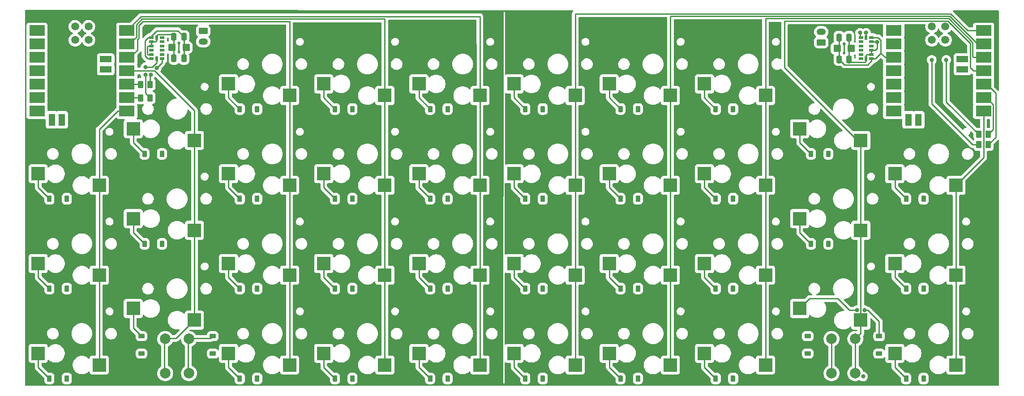
<source format=gbr>
%TF.GenerationSoftware,KiCad,Pcbnew,7.0.2-0*%
%TF.CreationDate,2024-08-06T11:42:49-04:00*%
%TF.ProjectId,PCB,5043422e-6b69-4636-9164-5f7063625858,rev?*%
%TF.SameCoordinates,Original*%
%TF.FileFunction,Copper,L2,Bot*%
%TF.FilePolarity,Positive*%
%FSLAX46Y46*%
G04 Gerber Fmt 4.6, Leading zero omitted, Abs format (unit mm)*
G04 Created by KiCad (PCBNEW 7.0.2-0) date 2024-08-06 11:42:49*
%MOMM*%
%LPD*%
G01*
G04 APERTURE LIST*
G04 Aperture macros list*
%AMRoundRect*
0 Rectangle with rounded corners*
0 $1 Rounding radius*
0 $2 $3 $4 $5 $6 $7 $8 $9 X,Y pos of 4 corners*
0 Add a 4 corners polygon primitive as box body*
4,1,4,$2,$3,$4,$5,$6,$7,$8,$9,$2,$3,0*
0 Add four circle primitives for the rounded corners*
1,1,$1+$1,$2,$3*
1,1,$1+$1,$4,$5*
1,1,$1+$1,$6,$7*
1,1,$1+$1,$8,$9*
0 Add four rect primitives between the rounded corners*
20,1,$1+$1,$2,$3,$4,$5,0*
20,1,$1+$1,$4,$5,$6,$7,0*
20,1,$1+$1,$6,$7,$8,$9,0*
20,1,$1+$1,$8,$9,$2,$3,0*%
G04 Aperture macros list end*
%TA.AperFunction,SMDPad,CuDef*%
%ADD10R,2.600000X2.600000*%
%TD*%
%TA.AperFunction,ComponentPad*%
%ADD11C,2.000000*%
%TD*%
%TA.AperFunction,SMDPad,CuDef*%
%ADD12RoundRect,0.225000X0.225000X0.375000X-0.225000X0.375000X-0.225000X-0.375000X0.225000X-0.375000X0*%
%TD*%
%TA.AperFunction,ComponentPad*%
%ADD13RoundRect,0.250000X0.625000X-0.350000X0.625000X0.350000X-0.625000X0.350000X-0.625000X-0.350000X0*%
%TD*%
%TA.AperFunction,ComponentPad*%
%ADD14O,1.750000X1.200000*%
%TD*%
%TA.AperFunction,SMDPad,CuDef*%
%ADD15RoundRect,0.225000X0.375000X-0.225000X0.375000X0.225000X-0.375000X0.225000X-0.375000X-0.225000X0*%
%TD*%
%TA.AperFunction,SMDPad,CuDef*%
%ADD16RoundRect,0.250000X-0.450000X-0.425000X0.450000X-0.425000X0.450000X0.425000X-0.450000X0.425000X0*%
%TD*%
%TA.AperFunction,SMDPad,CuDef*%
%ADD17RoundRect,0.250000X-0.250000X-0.475000X0.250000X-0.475000X0.250000X0.475000X-0.250000X0.475000X0*%
%TD*%
%TA.AperFunction,SMDPad,CuDef*%
%ADD18R,0.920000X0.610000*%
%TD*%
%TA.AperFunction,SMDPad,CuDef*%
%ADD19R,0.610000X0.920000*%
%TD*%
%TA.AperFunction,SMDPad,CuDef*%
%ADD20RoundRect,0.250000X0.250000X0.475000X-0.250000X0.475000X-0.250000X-0.475000X0.250000X-0.475000X0*%
%TD*%
%TA.AperFunction,SMDPad,CuDef*%
%ADD21R,3.000000X2.000000*%
%TD*%
%TA.AperFunction,SMDPad,CuDef*%
%ADD22C,1.500000*%
%TD*%
%TA.AperFunction,SMDPad,CuDef*%
%ADD23R,1.300000X2.300000*%
%TD*%
%TA.AperFunction,ComponentPad*%
%ADD24R,2.300000X1.300000*%
%TD*%
%TA.AperFunction,SMDPad,CuDef*%
%ADD25RoundRect,0.250000X0.450000X0.425000X-0.450000X0.425000X-0.450000X-0.425000X0.450000X-0.425000X0*%
%TD*%
%TA.AperFunction,SMDPad,CuDef*%
%ADD26RoundRect,0.250000X-0.262500X-0.450000X0.262500X-0.450000X0.262500X0.450000X-0.262500X0.450000X0*%
%TD*%
%TA.AperFunction,SMDPad,CuDef*%
%ADD27RoundRect,0.250000X0.262500X0.450000X-0.262500X0.450000X-0.262500X-0.450000X0.262500X-0.450000X0*%
%TD*%
%TA.AperFunction,ComponentPad*%
%ADD28RoundRect,0.250000X-0.625000X0.350000X-0.625000X-0.350000X0.625000X-0.350000X0.625000X0.350000X0*%
%TD*%
%TA.AperFunction,ViaPad*%
%ADD29C,0.800000*%
%TD*%
%TA.AperFunction,Conductor*%
%ADD30C,0.250000*%
%TD*%
G04 APERTURE END LIST*
D10*
%TO.P,MX12,1,COL*%
%TO.N,/Col1*%
X57275000Y-82450000D03*
%TO.P,MX12,2,ROW*%
%TO.N,Net-(D12-A)*%
X45725000Y-80250000D03*
%TD*%
%TO.P,MX6,1,COL*%
%TO.N,/Col0*%
X39275000Y-73950000D03*
%TO.P,MX6,2,ROW*%
%TO.N,Net-(D6-A)*%
X27725000Y-71750000D03*
%TD*%
%TO.P,MX15,1,COL*%
%TO.N,/Col4*%
X111275000Y-73950000D03*
%TO.P,MX15,2,ROW*%
%TO.N,Net-(D15-A)*%
X99725000Y-71750000D03*
%TD*%
%TO.P,MX31,1,COL*%
%TO.N,/Col1B*%
X183275000Y-82450000D03*
%TO.P,MX31,2,ROW*%
%TO.N,Net-(D31-A)*%
X171725000Y-80250000D03*
%TD*%
%TO.P,MX27,1,COL*%
%TO.N,/Col2B*%
X165275000Y-56950000D03*
%TO.P,MX27,2,ROW*%
%TO.N,Net-(D27-A)*%
X153725000Y-54750000D03*
%TD*%
%TO.P,MX5,1,COL*%
%TO.N,/Col4*%
X111275000Y-39950000D03*
%TO.P,MX5,2,ROW*%
%TO.N,Net-(D5-A)*%
X99725000Y-37750000D03*
%TD*%
%TO.P,MX11,1,COL*%
%TO.N,/Col0*%
X39275000Y-90950000D03*
%TO.P,MX11,2,ROW*%
%TO.N,Net-(D11-A)*%
X27725000Y-88750000D03*
%TD*%
D11*
%TO.P,MX19,1,COL*%
%TO.N,/Col1*%
X51750000Y-92500000D03*
X51750000Y-86000000D03*
%TO.P,MX19,2,ROW*%
%TO.N,Net-(D19-A)*%
X56250000Y-92500000D03*
X56250000Y-86000000D03*
%TD*%
D10*
%TO.P,MX29,1,COL*%
%TO.N,/Col4B*%
X129275000Y-56950000D03*
%TO.P,MX29,2,ROW*%
%TO.N,Net-(D29-A)*%
X117725000Y-54750000D03*
%TD*%
%TO.P,MX16,1,COL*%
%TO.N,/Col2*%
X75275000Y-90950000D03*
%TO.P,MX16,2,ROW*%
%TO.N,Net-(D16-A)*%
X63725000Y-88750000D03*
%TD*%
D11*
%TO.P,MX38,1,COL*%
%TO.N,/Col1B*%
X182250000Y-86000000D03*
X182250000Y-92500000D03*
%TO.P,MX38,2,ROW*%
%TO.N,Net-(D38-A)*%
X177750000Y-86000000D03*
X177750000Y-92500000D03*
%TD*%
D10*
%TO.P,MX2,1,COL*%
%TO.N,/Col1*%
X57275000Y-48450000D03*
%TO.P,MX2,2,ROW*%
%TO.N,Net-(D2-A)*%
X45725000Y-46250000D03*
%TD*%
%TO.P,MX10,1,COL*%
%TO.N,/Col4*%
X111275000Y-56950000D03*
%TO.P,MX10,2,ROW*%
%TO.N,Net-(D10-A)*%
X99725000Y-54750000D03*
%TD*%
%TO.P,MX30,1,COL*%
%TO.N,/Col0B*%
X201275000Y-90950000D03*
%TO.P,MX30,2,ROW*%
%TO.N,Net-(D30-A)*%
X189725000Y-88750000D03*
%TD*%
%TO.P,MX34,1,COL*%
%TO.N,/Col4B*%
X129275000Y-73950000D03*
%TO.P,MX34,2,ROW*%
%TO.N,Net-(D34-A)*%
X117725000Y-71750000D03*
%TD*%
%TO.P,MX3,1,COL*%
%TO.N,/Col2*%
X75275000Y-39950000D03*
%TO.P,MX3,2,ROW*%
%TO.N,Net-(D3-A)*%
X63725000Y-37750000D03*
%TD*%
%TO.P,MX21,1,COL*%
%TO.N,/Col1B*%
X183275000Y-48450000D03*
%TO.P,MX21,2,ROW*%
%TO.N,Net-(D21-A)*%
X171725000Y-46250000D03*
%TD*%
%TO.P,MX20,1,COL*%
%TO.N,/Col0B*%
X201275000Y-56950000D03*
%TO.P,MX20,2,ROW*%
%TO.N,Net-(D20-A)*%
X189725000Y-54750000D03*
%TD*%
%TO.P,MX7,1,COL*%
%TO.N,/Col1*%
X57275000Y-65450000D03*
%TO.P,MX7,2,ROW*%
%TO.N,Net-(D7-A)*%
X45725000Y-63250000D03*
%TD*%
%TO.P,MX32,1,COL*%
%TO.N,/Col2B*%
X165275000Y-73950000D03*
%TO.P,MX32,2,ROW*%
%TO.N,Net-(D32-A)*%
X153725000Y-71750000D03*
%TD*%
%TO.P,MX13,1,COL*%
%TO.N,/Col2*%
X75275000Y-73950000D03*
%TO.P,MX13,2,ROW*%
%TO.N,Net-(D13-A)*%
X63725000Y-71750000D03*
%TD*%
%TO.P,MX35,1,COL*%
%TO.N,/Col2B*%
X165275000Y-90950000D03*
%TO.P,MX35,2,ROW*%
%TO.N,Net-(D35-A)*%
X153725000Y-88750000D03*
%TD*%
%TO.P,MX33,1,COL*%
%TO.N,/Col3B*%
X147275000Y-73950000D03*
%TO.P,MX33,2,ROW*%
%TO.N,Net-(D33-A)*%
X135725000Y-71750000D03*
%TD*%
%TO.P,MX25,1,COL*%
%TO.N,/Col0B*%
X201275000Y-73950000D03*
%TO.P,MX25,2,ROW*%
%TO.N,Net-(D25-A)*%
X189725000Y-71750000D03*
%TD*%
%TO.P,MX14,1,COL*%
%TO.N,/Col3*%
X93275000Y-73950000D03*
%TO.P,MX14,2,ROW*%
%TO.N,Net-(D14-A)*%
X81725000Y-71750000D03*
%TD*%
%TO.P,MX1,1,COL*%
%TO.N,/Col0*%
X39275000Y-56950000D03*
%TO.P,MX1,2,ROW*%
%TO.N,Net-(D1-A)*%
X27725000Y-54750000D03*
%TD*%
%TO.P,MX8,1,COL*%
%TO.N,/Col2*%
X75275000Y-56950000D03*
%TO.P,MX8,2,ROW*%
%TO.N,Net-(D8-A)*%
X63725000Y-54750000D03*
%TD*%
%TO.P,MX37,1,COL*%
%TO.N,/Col4B*%
X129275000Y-90950000D03*
%TO.P,MX37,2,ROW*%
%TO.N,Net-(D37-A)*%
X117725000Y-88750000D03*
%TD*%
%TO.P,MX28,1,COL*%
%TO.N,/Col3B*%
X147275000Y-56950000D03*
%TO.P,MX28,2,ROW*%
%TO.N,Net-(D28-A)*%
X135725000Y-54750000D03*
%TD*%
%TO.P,MX9,1,COL*%
%TO.N,/Col3*%
X93275000Y-56950000D03*
%TO.P,MX9,2,ROW*%
%TO.N,Net-(D9-A)*%
X81725000Y-54750000D03*
%TD*%
%TO.P,MX23,1,COL*%
%TO.N,/Col3B*%
X147275000Y-39950000D03*
%TO.P,MX23,2,ROW*%
%TO.N,Net-(D23-A)*%
X135725000Y-37750000D03*
%TD*%
%TO.P,MX36,1,COL*%
%TO.N,/Col3B*%
X147275000Y-90950000D03*
%TO.P,MX36,2,ROW*%
%TO.N,Net-(D36-A)*%
X135725000Y-88750000D03*
%TD*%
%TO.P,MX17,1,COL*%
%TO.N,/Col3*%
X93275000Y-90950000D03*
%TO.P,MX17,2,ROW*%
%TO.N,Net-(D17-A)*%
X81725000Y-88750000D03*
%TD*%
%TO.P,MX18,1,COL*%
%TO.N,/Col4*%
X111275000Y-90950000D03*
%TO.P,MX18,2,ROW*%
%TO.N,Net-(D18-A)*%
X99725000Y-88750000D03*
%TD*%
%TO.P,MX4,1,COL*%
%TO.N,/Col3*%
X93275000Y-39950000D03*
%TO.P,MX4,2,ROW*%
%TO.N,Net-(D4-A)*%
X81725000Y-37750000D03*
%TD*%
%TO.P,MX24,1,COL*%
%TO.N,/Col4B*%
X129275000Y-39950000D03*
%TO.P,MX24,2,ROW*%
%TO.N,Net-(D24-A)*%
X117725000Y-37750000D03*
%TD*%
%TO.P,MX22,1,COL*%
%TO.N,/Col2B*%
X165275000Y-39950000D03*
%TO.P,MX22,2,ROW*%
%TO.N,Net-(D22-A)*%
X153725000Y-37750000D03*
%TD*%
%TO.P,MX26,1,COL*%
%TO.N,/Col1B*%
X183275000Y-65450000D03*
%TO.P,MX26,2,ROW*%
%TO.N,Net-(D26-A)*%
X171725000Y-63250000D03*
%TD*%
D12*
%TO.P,D36,2,A*%
%TO.N,Net-(D36-A)*%
X137850000Y-93500000D03*
%TO.P,D36,1,K*%
%TO.N,/Row3B*%
X141150000Y-93500000D03*
%TD*%
%TO.P,D8,1,K*%
%TO.N,/Row1*%
X69150000Y-59500000D03*
%TO.P,D8,2,A*%
%TO.N,Net-(D8-A)*%
X65850000Y-59500000D03*
%TD*%
%TO.P,D25,1,K*%
%TO.N,/Row1B*%
X195150000Y-76500000D03*
%TO.P,D25,2,A*%
%TO.N,Net-(D25-A)*%
X191850000Y-76500000D03*
%TD*%
D13*
%TO.P,J2,1,Pin_1*%
%TO.N,/Bat-B*%
X175800000Y-29900000D03*
D14*
%TO.P,J2,2,Pin_2*%
%TO.N,/Bat+B*%
X175800000Y-27900000D03*
%TD*%
D12*
%TO.P,D27,1,K*%
%TO.N,/Row1B*%
X159150000Y-59500000D03*
%TO.P,D27,2,A*%
%TO.N,Net-(D27-A)*%
X155850000Y-59500000D03*
%TD*%
D15*
%TO.P,D12,1,K*%
%TO.N,/Row2*%
X47250000Y-88775000D03*
%TO.P,D12,2,A*%
%TO.N,Net-(D12-A)*%
X47250000Y-85475000D03*
%TD*%
D12*
%TO.P,D1,1,K*%
%TO.N,/Row0*%
X33150000Y-59500000D03*
%TO.P,D1,2,A*%
%TO.N,Net-(D1-A)*%
X29850000Y-59500000D03*
%TD*%
D16*
%TO.P,C6,1*%
%TO.N,+3.3VA*%
X178800000Y-31050000D03*
%TO.P,C6,2*%
%TO.N,GND1*%
X181500000Y-31050000D03*
%TD*%
D12*
%TO.P,D6,2,A*%
%TO.N,Net-(D6-A)*%
X29850000Y-76500000D03*
%TO.P,D6,1,K*%
%TO.N,/Row1*%
X33150000Y-76500000D03*
%TD*%
%TO.P,D9,1,K*%
%TO.N,/Row1*%
X87150000Y-59500000D03*
%TO.P,D9,2,A*%
%TO.N,Net-(D9-A)*%
X83850000Y-59500000D03*
%TD*%
%TO.P,D24,1,K*%
%TO.N,/Row0B*%
X123150000Y-42500000D03*
%TO.P,D24,2,A*%
%TO.N,Net-(D24-A)*%
X119850000Y-42500000D03*
%TD*%
D15*
%TO.P,D38,1,K*%
%TO.N,/Row3B*%
X173250000Y-88775000D03*
%TO.P,D38,2,A*%
%TO.N,Net-(D38-A)*%
X173250000Y-85475000D03*
%TD*%
D12*
%TO.P,D35,2,A*%
%TO.N,Net-(D35-A)*%
X155850000Y-93500000D03*
%TO.P,D35,1,K*%
%TO.N,/Row3B*%
X159150000Y-93500000D03*
%TD*%
%TO.P,D20,1,K*%
%TO.N,/Row0B*%
X195150000Y-59500000D03*
%TO.P,D20,2,A*%
%TO.N,Net-(D20-A)*%
X191850000Y-59500000D03*
%TD*%
D17*
%TO.P,C5,1*%
%TO.N,+3.3VA*%
X179150000Y-28950000D03*
%TO.P,C5,2*%
%TO.N,GND1*%
X181050000Y-28950000D03*
%TD*%
D18*
%TO.P,U1,1,VDD_I/O*%
%TO.N,+3.3V*%
X49155000Y-32988000D03*
%TO.P,U1,2,GND*%
%TO.N,GND*%
X49155000Y-32188000D03*
%TO.P,U1,3,RESERVED_3*%
%TO.N,unconnected-(U1-RESERVED_3-Pad3)*%
X49155000Y-31388000D03*
%TO.P,U1,4,GND*%
%TO.N,GND*%
X49155000Y-30588000D03*
%TO.P,U1,5,GND*%
X49155000Y-29788000D03*
%TO.P,U1,6,VS*%
%TO.N,+3.3V*%
X49155000Y-28988000D03*
D19*
%TO.P,U1,7,~{CS}*%
%TO.N,GND*%
X50165000Y-28978000D03*
D18*
%TO.P,U1,8,INT1*%
%TO.N,unconnected-(U1-INT1-Pad8)*%
X51175000Y-28988000D03*
%TO.P,U1,9,INT2*%
%TO.N,unconnected-(U1-INT2-Pad9)*%
X51175000Y-29788000D03*
%TO.P,U1,10,NC*%
%TO.N,unconnected-(U1-NC-Pad10)*%
X51175000Y-30588000D03*
%TO.P,U1,11,RESERVED_11*%
%TO.N,unconnected-(U1-RESERVED_11-Pad11)*%
X51175000Y-31388000D03*
%TO.P,U1,12,SDO/ALT_ADDRESS*%
%TO.N,unconnected-(U1-SDO{slash}ALT_ADDRESS-Pad12)*%
X51175000Y-32188000D03*
%TO.P,U1,13,SDA/SDI/SDIO*%
%TO.N,/SDA*%
X51175000Y-32988000D03*
D19*
%TO.P,U1,14,SCL/SCLK*%
%TO.N,/SCL*%
X50165000Y-32998000D03*
%TD*%
D12*
%TO.P,D28,1,K*%
%TO.N,/Row1B*%
X141150000Y-59500000D03*
%TO.P,D28,2,A*%
%TO.N,Net-(D28-A)*%
X137850000Y-59500000D03*
%TD*%
D15*
%TO.P,D19,1,K*%
%TO.N,/Row3*%
X60750000Y-88775000D03*
%TO.P,D19,2,A*%
%TO.N,Net-(D19-A)*%
X60750000Y-85475000D03*
%TD*%
D12*
%TO.P,D13,1,K*%
%TO.N,/Row2*%
X69150000Y-76500000D03*
%TO.P,D13,2,A*%
%TO.N,Net-(D13-A)*%
X65850000Y-76500000D03*
%TD*%
%TO.P,D23,1,K*%
%TO.N,/Row0B*%
X141150000Y-42500000D03*
%TO.P,D23,2,A*%
%TO.N,Net-(D23-A)*%
X137850000Y-42500000D03*
%TD*%
D20*
%TO.P,C2,1*%
%TO.N,+3.3V*%
X55306000Y-28829000D03*
%TO.P,C2,2*%
%TO.N,GND*%
X53406000Y-28829000D03*
%TD*%
D12*
%TO.P,D3,1,K*%
%TO.N,/Row0*%
X69150000Y-42500000D03*
%TO.P,D3,2,A*%
%TO.N,Net-(D3-A)*%
X65850000Y-42500000D03*
%TD*%
D21*
%TO.P,U2,1,P0.02_A0_D0*%
%TO.N,/Col4*%
X44500000Y-27675000D03*
%TO.P,U2,2,P0.03_A1_D1*%
%TO.N,/Col3*%
X44500000Y-30215000D03*
%TO.P,U2,3,P0.28_A2_D2*%
%TO.N,/Col2*%
X44500000Y-32755000D03*
%TO.P,U2,4,P0.29_A3_D3*%
%TO.N,/Col1*%
X44500000Y-35295000D03*
%TO.P,U2,5,P0.04_A4_D4_SDA*%
%TO.N,Net-(U2-P0.04_A4_D4_SDA)*%
X44500000Y-37835000D03*
%TO.P,U2,6,P0.05_A5_D5_SCL*%
%TO.N,Net-(U2-P0.05_A5_D5_SCL)*%
X44500000Y-40375000D03*
%TO.P,U2,7,P1.11_D6_TX*%
%TO.N,/Col0*%
X44500000Y-42915000D03*
%TO.P,U2,8,P1.12_D7_RX*%
%TO.N,/Row0*%
X27500000Y-42915000D03*
%TO.P,U2,9,P1.13_D8_SCK*%
%TO.N,/Row1*%
X27500000Y-40375000D03*
%TO.P,U2,10,P1.14_D9_MISO*%
%TO.N,/Row2*%
X27500000Y-37835000D03*
%TO.P,U2,11,P1.15_D10_MOSI*%
%TO.N,/Row3*%
X27500000Y-35295000D03*
%TO.P,U2,12,3V3*%
%TO.N,+3.3V*%
X27500000Y-32755000D03*
%TO.P,U2,13,GND*%
%TO.N,GND*%
X27500000Y-30215000D03*
%TO.P,U2,14,5V*%
%TO.N,unconnected-(U2-5V-Pad14)*%
X27500000Y-27675000D03*
D22*
%TO.P,U2,15,PA30_SWCLK*%
%TO.N,unconnected-(U2-PA30_SWCLK-Pad15)*%
X37270000Y-26905000D03*
%TO.P,U2,16,PA31_SWDIO*%
%TO.N,unconnected-(U2-PA31_SWDIO-Pad16)*%
X34730000Y-26905000D03*
%TO.P,U2,17,GND*%
%TO.N,unconnected-(U2-GND-Pad17)*%
X37270000Y-29445000D03*
%TO.P,U2,18,RESET*%
%TO.N,unconnected-(U2-RESET-Pad18)*%
X34730000Y-29445000D03*
D23*
%TO.P,U2,19,P0.09_NFC1*%
%TO.N,unconnected-(U2-P0.09_NFC1-Pad19)*%
X32200000Y-44545000D03*
%TO.P,U2,20,P0.10_NFC2*%
%TO.N,unconnected-(U2-P0.10_NFC2-Pad20)*%
X30300000Y-44545000D03*
D24*
%TO.P,U2,21,BAT-*%
%TO.N,/Bat-*%
X40500000Y-33095000D03*
%TO.P,U2,22,BAT+*%
%TO.N,/Bat+*%
X40500000Y-34995000D03*
%TD*%
D12*
%TO.P,D17,2,A*%
%TO.N,Net-(D17-A)*%
X83850000Y-93500000D03*
%TO.P,D17,1,K*%
%TO.N,/Row3*%
X87150000Y-93500000D03*
%TD*%
D25*
%TO.P,C3,1*%
%TO.N,+3.3V*%
X55706000Y-30861000D03*
%TO.P,C3,2*%
%TO.N,GND*%
X53006000Y-30861000D03*
%TD*%
D12*
%TO.P,D15,1,K*%
%TO.N,/Row2*%
X105150000Y-76500000D03*
%TO.P,D15,2,A*%
%TO.N,Net-(D15-A)*%
X101850000Y-76500000D03*
%TD*%
D26*
%TO.P,R3,1*%
%TO.N,/SDAB*%
X205587500Y-49250000D03*
%TO.P,R3,2*%
%TO.N,Net-(U4-P0.04_A4_D4_SDA)*%
X207412500Y-49250000D03*
%TD*%
D27*
%TO.P,R2,1*%
%TO.N,/SDA*%
X48918500Y-37846000D03*
%TO.P,R2,2*%
%TO.N,Net-(U2-P0.04_A4_D4_SDA)*%
X47093500Y-37846000D03*
%TD*%
D12*
%TO.P,D34,1,K*%
%TO.N,/Row2B*%
X123150000Y-76500000D03*
%TO.P,D34,2,A*%
%TO.N,Net-(D34-A)*%
X119850000Y-76500000D03*
%TD*%
D21*
%TO.P,U4,1,P0.02_A0_D0*%
%TO.N,/Col4B*%
X206500000Y-27675000D03*
%TO.P,U4,2,P0.03_A1_D1*%
%TO.N,/Col3B*%
X206500000Y-30215000D03*
%TO.P,U4,3,P0.28_A2_D2*%
%TO.N,/Col2B*%
X206500000Y-32755000D03*
%TO.P,U4,4,P0.29_A3_D3*%
%TO.N,/Col1B*%
X206500000Y-35295000D03*
%TO.P,U4,5,P0.04_A4_D4_SDA*%
%TO.N,Net-(U4-P0.04_A4_D4_SDA)*%
X206500000Y-37835000D03*
%TO.P,U4,6,P0.05_A5_D5_SCL*%
%TO.N,Net-(U4-P0.05_A5_D5_SCL)*%
X206500000Y-40375000D03*
%TO.P,U4,7,P1.11_D6_TX*%
%TO.N,/Col0B*%
X206500000Y-42915000D03*
%TO.P,U4,8,P1.12_D7_RX*%
%TO.N,/Row0B*%
X189500000Y-42915000D03*
%TO.P,U4,9,P1.13_D8_SCK*%
%TO.N,/Row1B*%
X189500000Y-40375000D03*
%TO.P,U4,10,P1.14_D9_MISO*%
%TO.N,/Row2B*%
X189500000Y-37835000D03*
%TO.P,U4,11,P1.15_D10_MOSI*%
%TO.N,/Row3B*%
X189500000Y-35295000D03*
%TO.P,U4,12,3V3*%
%TO.N,+3.3VA*%
X189500000Y-32755000D03*
%TO.P,U4,13,GND*%
%TO.N,GND1*%
X189500000Y-30215000D03*
%TO.P,U4,14,5V*%
%TO.N,unconnected-(U4-5V-Pad14)*%
X189500000Y-27675000D03*
D22*
%TO.P,U4,15,PA30_SWCLK*%
%TO.N,unconnected-(U4-PA30_SWCLK-Pad15)*%
X199270000Y-26905000D03*
%TO.P,U4,16,PA31_SWDIO*%
%TO.N,unconnected-(U4-PA31_SWDIO-Pad16)*%
X196730000Y-26905000D03*
%TO.P,U4,17,GND*%
%TO.N,unconnected-(U4-GND-Pad17)*%
X199270000Y-29445000D03*
%TO.P,U4,18,RESET*%
%TO.N,unconnected-(U4-RESET-Pad18)*%
X196730000Y-29445000D03*
D23*
%TO.P,U4,19,P0.09_NFC1*%
%TO.N,unconnected-(U4-P0.09_NFC1-Pad19)*%
X194200000Y-44545000D03*
%TO.P,U4,20,P0.10_NFC2*%
%TO.N,unconnected-(U4-P0.10_NFC2-Pad20)*%
X192300000Y-44545000D03*
D24*
%TO.P,U4,21,BAT-*%
%TO.N,/Bat-B*%
X202500000Y-33095000D03*
%TO.P,U4,22,BAT+*%
%TO.N,/Bat+B*%
X202500000Y-34995000D03*
%TD*%
D12*
%TO.P,D32,1,K*%
%TO.N,/Row2B*%
X159150000Y-76500000D03*
%TO.P,D32,2,A*%
%TO.N,Net-(D32-A)*%
X155850000Y-76500000D03*
%TD*%
%TO.P,D18,2,A*%
%TO.N,Net-(D18-A)*%
X101850000Y-93500000D03*
%TO.P,D18,1,K*%
%TO.N,/Row3*%
X105150000Y-93500000D03*
%TD*%
%TO.P,D4,1,K*%
%TO.N,/Row0*%
X87150000Y-42500000D03*
%TO.P,D4,2,A*%
%TO.N,Net-(D4-A)*%
X83850000Y-42500000D03*
%TD*%
%TO.P,D21,1,K*%
%TO.N,/Row0B*%
X177150000Y-51000000D03*
%TO.P,D21,2,A*%
%TO.N,Net-(D21-A)*%
X173850000Y-51000000D03*
%TD*%
%TO.P,D29,1,K*%
%TO.N,/Row1B*%
X123150000Y-59500000D03*
%TO.P,D29,2,A*%
%TO.N,Net-(D29-A)*%
X119850000Y-59500000D03*
%TD*%
%TO.P,D16,2,A*%
%TO.N,Net-(D16-A)*%
X65850000Y-93500000D03*
%TO.P,D16,1,K*%
%TO.N,/Row3*%
X69150000Y-93500000D03*
%TD*%
%TO.P,D33,1,K*%
%TO.N,/Row2B*%
X141150000Y-76500000D03*
%TO.P,D33,2,A*%
%TO.N,Net-(D33-A)*%
X137850000Y-76500000D03*
%TD*%
D18*
%TO.P,U3,1,VDD_I/O*%
%TO.N,+3.3VA*%
X185310000Y-28988000D03*
%TO.P,U3,2,GND*%
%TO.N,GND1*%
X185310000Y-29788000D03*
%TO.P,U3,3,RESERVED_3*%
%TO.N,unconnected-(U3-RESERVED_3-Pad3)*%
X185310000Y-30588000D03*
%TO.P,U3,4,GND*%
%TO.N,GND1*%
X185310000Y-31388000D03*
%TO.P,U3,5,GND*%
X185310000Y-32188000D03*
%TO.P,U3,6,VS*%
%TO.N,+3.3VA*%
X185310000Y-32988000D03*
D19*
%TO.P,U3,7,~{CS}*%
%TO.N,GND1*%
X184300000Y-32998000D03*
D18*
%TO.P,U3,8,INT1*%
%TO.N,unconnected-(U3-INT1-Pad8)*%
X183290000Y-32988000D03*
%TO.P,U3,9,INT2*%
%TO.N,unconnected-(U3-INT2-Pad9)*%
X183290000Y-32188000D03*
%TO.P,U3,10,NC*%
%TO.N,unconnected-(U3-NC-Pad10)*%
X183290000Y-31388000D03*
%TO.P,U3,11,RESERVED_11*%
%TO.N,unconnected-(U3-RESERVED_11-Pad11)*%
X183290000Y-30588000D03*
%TO.P,U3,12,SDO/ALT_ADDRESS*%
%TO.N,unconnected-(U3-SDO{slash}ALT_ADDRESS-Pad12)*%
X183290000Y-29788000D03*
%TO.P,U3,13,SDA/SDI/SDIO*%
%TO.N,/SDAB*%
X183290000Y-28988000D03*
D19*
%TO.P,U3,14,SCL/SCLK*%
%TO.N,/SCLB*%
X184300000Y-28978000D03*
%TD*%
D12*
%TO.P,D30,2,A*%
%TO.N,Net-(D30-A)*%
X191850000Y-93500000D03*
%TO.P,D30,1,K*%
%TO.N,/Row2B*%
X195150000Y-93500000D03*
%TD*%
%TO.P,D7,1,K*%
%TO.N,/Row1*%
X51150000Y-68000000D03*
%TO.P,D7,2,A*%
%TO.N,Net-(D7-A)*%
X47850000Y-68000000D03*
%TD*%
D27*
%TO.P,R1,1*%
%TO.N,/SCL*%
X48918500Y-40386000D03*
%TO.P,R1,2*%
%TO.N,Net-(U2-P0.05_A5_D5_SCL)*%
X47093500Y-40386000D03*
%TD*%
D12*
%TO.P,D37,2,A*%
%TO.N,Net-(D37-A)*%
X119850000Y-93500000D03*
%TO.P,D37,1,K*%
%TO.N,/Row3B*%
X123150000Y-93500000D03*
%TD*%
%TO.P,D11,2,A*%
%TO.N,Net-(D11-A)*%
X29850000Y-93500000D03*
%TO.P,D11,1,K*%
%TO.N,/Row2*%
X33150000Y-93500000D03*
%TD*%
D17*
%TO.P,C4,1*%
%TO.N,+3.3VA*%
X179150000Y-33100000D03*
%TO.P,C4,2*%
%TO.N,GND1*%
X181050000Y-33100000D03*
%TD*%
D12*
%TO.P,D2,1,K*%
%TO.N,/Row0*%
X51150000Y-51000000D03*
%TO.P,D2,2,A*%
%TO.N,Net-(D2-A)*%
X47850000Y-51000000D03*
%TD*%
D26*
%TO.P,R4,1*%
%TO.N,/SCLB*%
X205587500Y-47300000D03*
%TO.P,R4,2*%
%TO.N,Net-(U4-P0.05_A5_D5_SCL)*%
X207412500Y-47300000D03*
%TD*%
D12*
%TO.P,D26,2,A*%
%TO.N,Net-(D26-A)*%
X173850000Y-68000000D03*
%TO.P,D26,1,K*%
%TO.N,/Row1B*%
X177150000Y-68000000D03*
%TD*%
D28*
%TO.P,J1,1,Pin_1*%
%TO.N,/Bat-*%
X58950000Y-27750000D03*
D14*
%TO.P,J1,2,Pin_2*%
%TO.N,/Bat+*%
X58950000Y-29750000D03*
%TD*%
D12*
%TO.P,D22,1,K*%
%TO.N,/Row0B*%
X159150000Y-42500000D03*
%TO.P,D22,2,A*%
%TO.N,Net-(D22-A)*%
X155850000Y-42500000D03*
%TD*%
%TO.P,D5,1,K*%
%TO.N,/Row0*%
X105150000Y-42500000D03*
%TO.P,D5,2,A*%
%TO.N,Net-(D5-A)*%
X101850000Y-42500000D03*
%TD*%
%TO.P,D10,1,K*%
%TO.N,/Row1*%
X105150000Y-59500000D03*
%TO.P,D10,2,A*%
%TO.N,Net-(D10-A)*%
X101850000Y-59500000D03*
%TD*%
%TO.P,D14,1,K*%
%TO.N,/Row2*%
X87150000Y-76500000D03*
%TO.P,D14,2,A*%
%TO.N,Net-(D14-A)*%
X83850000Y-76500000D03*
%TD*%
D15*
%TO.P,D31,1,K*%
%TO.N,/Row2B*%
X186750000Y-88775000D03*
%TO.P,D31,2,A*%
%TO.N,Net-(D31-A)*%
X186750000Y-85475000D03*
%TD*%
D20*
%TO.P,C1,1*%
%TO.N,+3.3V*%
X55306000Y-32893000D03*
%TO.P,C1,2*%
%TO.N,GND*%
X53406000Y-32893000D03*
%TD*%
D29*
%TO.N,/Row0*%
X33150000Y-59500000D03*
X87150000Y-42500000D03*
X27500000Y-42915000D03*
X51150000Y-51000000D03*
X69150000Y-42500000D03*
X105150000Y-42500000D03*
%TO.N,/Row1*%
X87150000Y-59500000D03*
X69150000Y-59500000D03*
X105150000Y-59500000D03*
X51150000Y-68000000D03*
X33150000Y-76500000D03*
X27500000Y-40375000D03*
%TO.N,/Row2*%
X87150000Y-76500000D03*
X33150000Y-93500000D03*
X69150000Y-76500000D03*
X47250000Y-88775000D03*
X105150000Y-76500000D03*
X27500000Y-37835000D03*
%TO.N,/Row3*%
X105150000Y-93500000D03*
X60750000Y-88775000D03*
X69150000Y-93500000D03*
X27500000Y-35295000D03*
X87150000Y-93500000D03*
%TO.N,/SCL*%
X48006000Y-34570500D03*
X48006000Y-36019500D03*
%TO.N,/SDA*%
X50183269Y-34714330D03*
X49005503Y-36019500D03*
%TO.N,GND*%
X27500000Y-30215000D03*
X53406000Y-28829000D03*
%TO.N,+3.3V*%
X27500000Y-32755000D03*
X55706000Y-30861000D03*
%TO.N,GND1*%
X186350000Y-29800000D03*
X189500000Y-30215000D03*
%TO.N,/Row0B*%
X159150000Y-42500000D03*
X195150000Y-59500000D03*
X123150000Y-42500000D03*
X177150000Y-51000000D03*
X141150000Y-42500000D03*
X189500000Y-42915000D03*
%TO.N,/Row1B*%
X141150000Y-59500000D03*
X123150000Y-59500000D03*
X189500000Y-40375000D03*
X177150000Y-68000000D03*
X159150000Y-59500000D03*
X195150000Y-76500000D03*
%TO.N,/Row2B*%
X195150000Y-93500000D03*
X186750000Y-88775000D03*
X141150000Y-76500000D03*
X159150000Y-76500000D03*
X123150000Y-76500000D03*
X189500000Y-37835000D03*
%TO.N,/Row3B*%
X123150000Y-93500000D03*
X159150000Y-93500000D03*
X183722903Y-93123668D03*
X173250000Y-88775000D03*
X189500000Y-35295000D03*
X141150000Y-93500000D03*
%TO.N,Net-(D31-A)*%
X183999500Y-80550498D03*
X182550500Y-80550498D03*
%TO.N,Net-(D38-A)*%
X173250000Y-85475000D03*
%TO.N,/SDAB*%
X196700000Y-33200000D03*
X183150000Y-28100000D03*
%TO.N,/SCLB*%
X199450000Y-33200000D03*
X184300000Y-28100000D03*
%TD*%
D30*
%TO.N,Net-(D28-A)*%
X135725000Y-54750000D02*
X135725000Y-57375000D01*
X135725000Y-57375000D02*
X137850000Y-59500000D01*
%TO.N,Net-(D23-A)*%
X135725000Y-37750000D02*
X135725000Y-40375000D01*
X135725000Y-40375000D02*
X137850000Y-42500000D01*
%TO.N,Net-(D22-A)*%
X153725000Y-37750000D02*
X153725000Y-40375000D01*
X153725000Y-40375000D02*
X155850000Y-42500000D01*
%TO.N,Net-(D33-A)*%
X135725000Y-71750000D02*
X135725000Y-74375000D01*
X135725000Y-74375000D02*
X137850000Y-76500000D01*
%TO.N,Net-(D32-A)*%
X153725000Y-71750000D02*
X153725000Y-74375000D01*
X153725000Y-74375000D02*
X155850000Y-76500000D01*
%TO.N,Net-(D27-A)*%
X153725000Y-54750000D02*
X153725000Y-57375000D01*
X153725000Y-57375000D02*
X155850000Y-59500000D01*
%TO.N,Net-(D21-A)*%
X171725000Y-46250000D02*
X171725000Y-48875000D01*
X171725000Y-48875000D02*
X173850000Y-51000000D01*
%TO.N,Net-(D26-A)*%
X171725000Y-63250000D02*
X171725000Y-65875000D01*
X171725000Y-65875000D02*
X173850000Y-68000000D01*
%TO.N,Net-(D20-A)*%
X189725000Y-54750000D02*
X189725000Y-57375000D01*
X189725000Y-57375000D02*
X191850000Y-59500000D01*
%TO.N,Net-(D25-A)*%
X189725000Y-71750000D02*
X189725000Y-74375000D01*
X189725000Y-74375000D02*
X191850000Y-76500000D01*
%TO.N,Net-(D30-A)*%
X189725000Y-88750000D02*
X189725000Y-91375000D01*
X189725000Y-91375000D02*
X191850000Y-93500000D01*
%TO.N,Net-(D35-A)*%
X153725000Y-88750000D02*
X153725000Y-91375000D01*
X153725000Y-91375000D02*
X155850000Y-93500000D01*
%TO.N,Net-(D36-A)*%
X135725000Y-88750000D02*
X135725000Y-91375000D01*
X135725000Y-91375000D02*
X137850000Y-93500000D01*
%TO.N,Net-(D37-A)*%
X117725000Y-88750000D02*
X117725000Y-91375000D01*
X117725000Y-91375000D02*
X119850000Y-93500000D01*
%TO.N,Net-(D34-A)*%
X117725000Y-71750000D02*
X117725000Y-74375000D01*
X117725000Y-74375000D02*
X119850000Y-76500000D01*
%TO.N,Net-(D29-A)*%
X117725000Y-54750000D02*
X117725000Y-57375000D01*
X117725000Y-57375000D02*
X119850000Y-59500000D01*
%TO.N,Net-(D24-A)*%
X117725000Y-37750000D02*
X117725000Y-40375000D01*
X117725000Y-40375000D02*
X119850000Y-42500000D01*
%TO.N,Net-(D5-A)*%
X99725000Y-37750000D02*
X99725000Y-40375000D01*
X99725000Y-40375000D02*
X101850000Y-42500000D01*
%TO.N,Net-(D10-A)*%
X99725000Y-54750000D02*
X99725000Y-57375000D01*
X99725000Y-57375000D02*
X101850000Y-59500000D01*
%TO.N,Net-(D15-A)*%
X99725000Y-71750000D02*
X99725000Y-74375000D01*
X99725000Y-74375000D02*
X101850000Y-76500000D01*
%TO.N,Net-(D18-A)*%
X99725000Y-88750000D02*
X99725000Y-91375000D01*
X99725000Y-91375000D02*
X101850000Y-93500000D01*
%TO.N,Net-(D17-A)*%
X81725000Y-88750000D02*
X81725000Y-91375000D01*
X81725000Y-91375000D02*
X83850000Y-93500000D01*
%TO.N,Net-(D14-A)*%
X81725000Y-71750000D02*
X81725000Y-74375000D01*
X81725000Y-74375000D02*
X83850000Y-76500000D01*
%TO.N,Net-(D9-A)*%
X81725000Y-54750000D02*
X81725000Y-57375000D01*
X81725000Y-57375000D02*
X83850000Y-59500000D01*
%TO.N,Net-(D4-A)*%
X81725000Y-37750000D02*
X81725000Y-40375000D01*
X81725000Y-40375000D02*
X83850000Y-42500000D01*
%TO.N,Net-(D3-A)*%
X63725000Y-37750000D02*
X63725000Y-40375000D01*
X63725000Y-40375000D02*
X65850000Y-42500000D01*
%TO.N,Net-(D13-A)*%
X63725000Y-71750000D02*
X63725000Y-74375000D01*
X63725000Y-74375000D02*
X65850000Y-76500000D01*
%TO.N,Net-(D8-A)*%
X63725000Y-54750000D02*
X63725000Y-57375000D01*
X63725000Y-57375000D02*
X65850000Y-59500000D01*
%TO.N,Net-(D2-A)*%
X45725000Y-46250000D02*
X45725000Y-48875000D01*
X45725000Y-48875000D02*
X47850000Y-51000000D01*
%TO.N,Net-(D7-A)*%
X45725000Y-63250000D02*
X45725000Y-65875000D01*
X45725000Y-65875000D02*
X47850000Y-68000000D01*
%TO.N,Net-(D16-A)*%
X63725000Y-88750000D02*
X63725000Y-91375000D01*
X63725000Y-91375000D02*
X65850000Y-93500000D01*
%TO.N,Net-(D11-A)*%
X27725000Y-88750000D02*
X27725000Y-91375000D01*
X27725000Y-91375000D02*
X29850000Y-93500000D01*
%TO.N,Net-(D6-A)*%
X27725000Y-71750000D02*
X27725000Y-74375000D01*
X27725000Y-74375000D02*
X29850000Y-76500000D01*
%TO.N,Net-(D1-A)*%
X27725000Y-54750000D02*
X27725000Y-57375000D01*
X27725000Y-57375000D02*
X29850000Y-59500000D01*
%TO.N,/SDAB*%
X205587500Y-49250000D02*
X204439210Y-49250000D01*
X204439210Y-49250000D02*
X196700000Y-41510790D01*
X196700000Y-41510790D02*
X196700000Y-33200000D01*
%TO.N,/SCLB*%
X205587500Y-47300000D02*
X199450000Y-41162500D01*
X199450000Y-41162500D02*
X199450000Y-33200000D01*
%TO.N,Net-(U4-P0.04_A4_D4_SDA)*%
X206500000Y-37835000D02*
X207110000Y-37835000D01*
X207110000Y-37835000D02*
X208775000Y-39500000D01*
X208775000Y-39500000D02*
X208775000Y-47887500D01*
X208775000Y-47887500D02*
X207412500Y-49250000D01*
%TO.N,Net-(U4-P0.05_A5_D5_SCL)*%
X206500000Y-40375000D02*
X207000000Y-40375000D01*
X208325000Y-46387500D02*
X207412500Y-47300000D01*
X207000000Y-40375000D02*
X208325000Y-41700000D01*
X208325000Y-41700000D02*
X208325000Y-46387500D01*
%TO.N,Net-(D12-A)*%
X45725000Y-80250000D02*
X45725000Y-83950000D01*
X45725000Y-83950000D02*
X47250000Y-85475000D01*
%TO.N,/Col0*%
X39275000Y-56950000D02*
X39275000Y-46390000D01*
X39275000Y-46390000D02*
X42750000Y-42915000D01*
X39275000Y-73950000D02*
X39275000Y-90950000D01*
X42750000Y-42915000D02*
X44500000Y-42915000D01*
X39275000Y-56950000D02*
X39275000Y-73950000D01*
%TO.N,/Col1*%
X57275000Y-65450000D02*
X57275000Y-48450000D01*
X53821000Y-85904000D02*
X51598000Y-85904000D01*
X49749999Y-35295000D02*
X44500000Y-35295000D01*
X57275000Y-42820001D02*
X49749999Y-35295000D01*
X51598000Y-85904000D02*
X51598000Y-92404000D01*
X57275000Y-82450000D02*
X53821000Y-85904000D01*
X57275000Y-82450000D02*
X57275000Y-65450000D01*
X57275000Y-48450000D02*
X57275000Y-42820001D01*
%TO.N,/Col2*%
X47557396Y-25919000D02*
X46775000Y-26701396D01*
X46511396Y-31353604D02*
X45110000Y-32755000D01*
X45110000Y-32755000D02*
X44500000Y-32755000D01*
X75275000Y-56950000D02*
X75275000Y-73950000D01*
X75275000Y-73950000D02*
X75275000Y-90950000D01*
X75275000Y-39950000D02*
X75275000Y-25919000D01*
X75275000Y-39950000D02*
X75275000Y-56950000D01*
X46775000Y-26701396D02*
X46775000Y-29076396D01*
X75275000Y-25919000D02*
X47557396Y-25919000D01*
X46775000Y-29076396D02*
X46511396Y-29340000D01*
X46511396Y-29340000D02*
X46511396Y-31353604D01*
%TO.N,/Col3*%
X93275000Y-39950000D02*
X93275000Y-56950000D01*
X47371000Y-25469000D02*
X46325000Y-26515000D01*
X93275000Y-73950000D02*
X93275000Y-90950000D01*
X46325000Y-28890000D02*
X45000000Y-30215000D01*
X93275000Y-25526000D02*
X93218000Y-25469000D01*
X45000000Y-30215000D02*
X44500000Y-30215000D01*
X93275000Y-56950000D02*
X93275000Y-73950000D01*
X93218000Y-25469000D02*
X47371000Y-25469000D01*
X93275000Y-39950000D02*
X93275000Y-25526000D01*
X46325000Y-26515000D02*
X46325000Y-28890000D01*
%TO.N,/Col4*%
X111275000Y-90950000D02*
X111275000Y-73950000D01*
X111275000Y-56950000D02*
X111275000Y-73950000D01*
X111275000Y-56950000D02*
X111275000Y-39950000D01*
X111252000Y-30053000D02*
X111275000Y-30076000D01*
X111252000Y-25019000D02*
X111252000Y-30053000D01*
X111275000Y-30076000D02*
X111275000Y-39950000D01*
X44500000Y-27675000D02*
X47156000Y-25019000D01*
X47156000Y-25019000D02*
X111252000Y-25019000D01*
%TO.N,/SCL*%
X48006000Y-39473500D02*
X48006000Y-36019500D01*
X48006000Y-34570500D02*
X49302500Y-34570500D01*
X48918500Y-40386000D02*
X48006000Y-39473500D01*
X50165000Y-33708000D02*
X50165000Y-32998000D01*
X49302500Y-34570500D02*
X50165000Y-33708000D01*
%TO.N,Net-(U2-P0.05_A5_D5_SCL)*%
X44500000Y-40375000D02*
X47082500Y-40375000D01*
X47082500Y-40375000D02*
X47093500Y-40386000D01*
%TO.N,/SDA*%
X50183269Y-34714330D02*
X51175000Y-33722599D01*
X48918500Y-37846000D02*
X48918500Y-36106503D01*
X51175000Y-33722599D02*
X51175000Y-32988000D01*
X48918500Y-36106503D02*
X49005503Y-36019500D01*
%TO.N,Net-(U2-P0.04_A4_D4_SDA)*%
X44500000Y-37835000D02*
X47082500Y-37835000D01*
X47082500Y-37835000D02*
X47093500Y-37846000D01*
%TO.N,GND*%
X53406000Y-28829000D02*
X53406000Y-30461000D01*
X48370000Y-30663000D02*
X48445000Y-30588000D01*
X49865000Y-29788000D02*
X50165000Y-29488000D01*
X48445000Y-30588000D02*
X49155000Y-30588000D01*
X50165000Y-29488000D02*
X50165000Y-28978000D01*
X49155000Y-29788000D02*
X49865000Y-29788000D01*
X53406000Y-31261000D02*
X53006000Y-30861000D01*
X52935000Y-28358000D02*
X50390000Y-28358000D01*
X49155000Y-30588000D02*
X49155000Y-29788000D01*
X48445000Y-32188000D02*
X48370000Y-32113000D01*
X48370000Y-32113000D02*
X48370000Y-30663000D01*
X50165000Y-28583000D02*
X50165000Y-28978000D01*
X49155000Y-32188000D02*
X48445000Y-32188000D01*
X53406000Y-28829000D02*
X52935000Y-28358000D01*
X50390000Y-28358000D02*
X50165000Y-28583000D01*
X53406000Y-30461000D02*
X53006000Y-30861000D01*
X53406000Y-32893000D02*
X53406000Y-31261000D01*
%TO.N,+3.3V*%
X48445000Y-32988000D02*
X47920000Y-32463000D01*
X48540000Y-28988000D02*
X49155000Y-28988000D01*
X55306000Y-32893000D02*
X55306000Y-31261000D01*
X49155000Y-32988000D02*
X48445000Y-32988000D01*
X49155000Y-28988000D02*
X49155000Y-28701000D01*
X50170000Y-27686000D02*
X54163000Y-27686000D01*
X54163000Y-27686000D02*
X55306000Y-28829000D01*
X47920000Y-29608000D02*
X48540000Y-28988000D01*
X55306000Y-30461000D02*
X55706000Y-30861000D01*
X55306000Y-31261000D02*
X55706000Y-30861000D01*
X47920000Y-32463000D02*
X47920000Y-29608000D01*
X55306000Y-28829000D02*
X55306000Y-30461000D01*
X49155000Y-28701000D02*
X50170000Y-27686000D01*
%TO.N,Net-(D19-A)*%
X56098000Y-85904000D02*
X60321000Y-85904000D01*
X60321000Y-85904000D02*
X60750000Y-85475000D01*
X56098000Y-85904000D02*
X56098000Y-92404000D01*
%TO.N,+3.3VA*%
X185310000Y-28988000D02*
X186563305Y-28988000D01*
X185310000Y-33403000D02*
X185310000Y-32988000D01*
X179150000Y-28950000D02*
X179150000Y-30700000D01*
X179150000Y-33100000D02*
X180200000Y-34150000D01*
X186020000Y-32988000D02*
X185310000Y-32988000D01*
X187075000Y-31933000D02*
X187897000Y-32755000D01*
X179150000Y-30700000D02*
X178800000Y-31050000D01*
X179150000Y-33100000D02*
X179150000Y-31400000D01*
X187897000Y-32755000D02*
X189500000Y-32755000D01*
X187075000Y-31933000D02*
X186020000Y-32988000D01*
X187075000Y-29499695D02*
X187075000Y-31933000D01*
X179150000Y-31400000D02*
X178800000Y-31050000D01*
X180200000Y-34150000D02*
X184563000Y-34150000D01*
X184563000Y-34150000D02*
X185310000Y-33403000D01*
X186563305Y-28988000D02*
X187075000Y-29499695D01*
%TO.N,GND1*%
X184300000Y-33393000D02*
X184300000Y-32998000D01*
X181568000Y-33618000D02*
X184075000Y-33618000D01*
X184075000Y-33618000D02*
X184300000Y-33393000D01*
X185310000Y-32188000D02*
X185310000Y-31388000D01*
X181050000Y-33100000D02*
X181050000Y-31500000D01*
X181050000Y-31500000D02*
X181500000Y-31050000D01*
X186020000Y-31388000D02*
X185310000Y-31388000D01*
X186350000Y-31058000D02*
X186020000Y-31388000D01*
X184300000Y-32288000D02*
X184400000Y-32188000D01*
X181050000Y-28950000D02*
X181050000Y-30600000D01*
X181050000Y-30600000D02*
X181500000Y-31050000D01*
X184300000Y-32998000D02*
X184300000Y-32288000D01*
X186350000Y-29800000D02*
X186350000Y-31058000D01*
X184400000Y-32188000D02*
X185310000Y-32188000D01*
X186338000Y-29788000D02*
X186350000Y-29800000D01*
X185310000Y-29788000D02*
X186338000Y-29788000D01*
X181050000Y-33100000D02*
X181568000Y-33618000D01*
%TO.N,Net-(D31-A)*%
X181095499Y-80550498D02*
X182550500Y-80550498D01*
X171725000Y-80250000D02*
X173600000Y-78375000D01*
X173600000Y-78375000D02*
X178920001Y-78375000D01*
X184625498Y-80550498D02*
X186750000Y-82675000D01*
X178920001Y-78375000D02*
X181095499Y-80550498D01*
X183999500Y-80550498D02*
X184625498Y-80550498D01*
X186750000Y-82675000D02*
X186750000Y-85475000D01*
%TO.N,Net-(D38-A)*%
X177750000Y-92500000D02*
X177750000Y-86000000D01*
%TO.N,/Col0B*%
X206500000Y-51725000D02*
X201275000Y-56950000D01*
X206500000Y-42915000D02*
X206500000Y-51725000D01*
X201275000Y-73950000D02*
X201275000Y-56950000D01*
X201275000Y-90950000D02*
X201275000Y-73950000D01*
%TO.N,/Col1B*%
X182668116Y-48450000D02*
X183275000Y-48450000D01*
X204595000Y-35295000D02*
X204000000Y-34700000D01*
X204000000Y-30114720D02*
X199715280Y-25830000D01*
X183275000Y-65450000D02*
X183275000Y-82450000D01*
X183275000Y-48450000D02*
X183275000Y-65450000D01*
X204000000Y-34700000D02*
X204000000Y-30114720D01*
X182250000Y-86000000D02*
X182250000Y-92500000D01*
X168850000Y-25830000D02*
X168850000Y-34631884D01*
X168850000Y-34631884D02*
X182668116Y-48450000D01*
X206500000Y-35295000D02*
X204595000Y-35295000D01*
X199715280Y-25830000D02*
X168850000Y-25830000D01*
X183275000Y-84975000D02*
X182250000Y-86000000D01*
X183275000Y-82450000D02*
X183275000Y-84975000D01*
%TO.N,/Col2B*%
X199901676Y-25380000D02*
X204450000Y-29928324D01*
X204450000Y-29928324D02*
X204450000Y-32560000D01*
X165275000Y-39950000D02*
X165275000Y-25405000D01*
X165275000Y-25405000D02*
X165300000Y-25380000D01*
X165300000Y-25380000D02*
X199901676Y-25380000D01*
X165275000Y-90950000D02*
X165275000Y-73950000D01*
X204450000Y-32560000D02*
X204645000Y-32755000D01*
X165275000Y-39950000D02*
X165275000Y-56950000D01*
X204645000Y-32755000D02*
X206500000Y-32755000D01*
X165275000Y-73950000D02*
X165275000Y-56950000D01*
%TO.N,/Col3B*%
X200088072Y-24930000D02*
X205373072Y-30215000D01*
X205373072Y-30215000D02*
X206500000Y-30215000D01*
X147275000Y-56950000D02*
X147275000Y-73950000D01*
X147275000Y-25005000D02*
X147350000Y-24930000D01*
X147275000Y-39950000D02*
X147275000Y-25005000D01*
X147275000Y-73950000D02*
X147275000Y-90950000D01*
X147275000Y-39950000D02*
X147275000Y-56950000D01*
X147350000Y-24930000D02*
X200088072Y-24930000D01*
%TO.N,/Col4B*%
X129300000Y-24500000D02*
X129300000Y-30489210D01*
X129275000Y-90950000D02*
X129275000Y-73950000D01*
X129275000Y-73950000D02*
X129275000Y-56950000D01*
X129300000Y-30489210D02*
X129275000Y-30514210D01*
X206500000Y-27675000D02*
X203469468Y-27675000D01*
X129275000Y-30514210D02*
X129275000Y-39950000D01*
X129320000Y-24480000D02*
X129300000Y-24500000D01*
X203469468Y-27675000D02*
X200274468Y-24480000D01*
X129275000Y-56950000D02*
X129275000Y-39950000D01*
X200274468Y-24480000D02*
X129320000Y-24480000D01*
%TO.N,/SDAB*%
X183150000Y-28100000D02*
X183150000Y-28848000D01*
X183150000Y-28848000D02*
X183290000Y-28988000D01*
%TO.N,/SCLB*%
X184300000Y-28100000D02*
X184300000Y-28978000D01*
%TD*%
%TA.AperFunction,NonConductor*%
G36*
X198067865Y-27330042D02*
G01*
X198112382Y-27381417D01*
X198182898Y-27532639D01*
X198308402Y-27711877D01*
X198463123Y-27866598D01*
X198642361Y-27992102D01*
X198733638Y-28034665D01*
X198793582Y-28062618D01*
X198846021Y-28108791D01*
X198865173Y-28175984D01*
X198844957Y-28242865D01*
X198793582Y-28287382D01*
X198642361Y-28357898D01*
X198463122Y-28483402D01*
X198308402Y-28638122D01*
X198182898Y-28817361D01*
X198112382Y-28968583D01*
X198066209Y-29021022D01*
X197999016Y-29040174D01*
X197932135Y-29019958D01*
X197887618Y-28968583D01*
X197864117Y-28918185D01*
X197817102Y-28817362D01*
X197691598Y-28638123D01*
X197536877Y-28483402D01*
X197357639Y-28357898D01*
X197206417Y-28287382D01*
X197153978Y-28241210D01*
X197134826Y-28174016D01*
X197155042Y-28107135D01*
X197206417Y-28062618D01*
X197217757Y-28057330D01*
X197357639Y-27992102D01*
X197536877Y-27866598D01*
X197691598Y-27711877D01*
X197817102Y-27532639D01*
X197887617Y-27381417D01*
X197933790Y-27328978D01*
X198000984Y-27309826D01*
X198067865Y-27330042D01*
G37*
%TD.AperFunction*%
%TA.AperFunction,NonConductor*%
G36*
X182296366Y-32227221D02*
G01*
X182327559Y-32289741D01*
X182329500Y-32311596D01*
X182329500Y-32537558D01*
X182329500Y-32537576D01*
X182329501Y-32540872D01*
X182329854Y-32544161D01*
X182329855Y-32544170D01*
X182333141Y-32574747D01*
X182333141Y-32601246D01*
X182329854Y-32631829D01*
X182329853Y-32631838D01*
X182329500Y-32635127D01*
X182329500Y-32811822D01*
X182329501Y-32868499D01*
X182309817Y-32935539D01*
X182257013Y-32981294D01*
X182205501Y-32992500D01*
X182174499Y-32992500D01*
X182107460Y-32972815D01*
X182061705Y-32920011D01*
X182050499Y-32868500D01*
X182050499Y-32578140D01*
X182050499Y-32578139D01*
X182050499Y-32574992D01*
X182039999Y-32472203D01*
X182008214Y-32376285D01*
X182005813Y-32306458D01*
X182041545Y-32246416D01*
X182090762Y-32221859D01*
X182089905Y-32219271D01*
X182123897Y-32208007D01*
X182166496Y-32193890D01*
X182236324Y-32191489D01*
X182296366Y-32227221D01*
G37*
%TD.AperFunction*%
%TA.AperFunction,NonConductor*%
G36*
X180179448Y-29860712D02*
G01*
X180205535Y-29890816D01*
X180207284Y-29893652D01*
X180207287Y-29893655D01*
X180207288Y-29893656D01*
X180331344Y-30017712D01*
X180365596Y-30038838D01*
X180412321Y-30090785D01*
X180424500Y-30144377D01*
X180424500Y-30174336D01*
X180406039Y-30239432D01*
X180365186Y-30305665D01*
X180310000Y-30472202D01*
X180299819Y-30571858D01*
X180299817Y-30571878D01*
X180299500Y-30574991D01*
X180299500Y-30578138D01*
X180299500Y-30578139D01*
X180299500Y-31521858D01*
X180299500Y-31521877D01*
X180299501Y-31525008D01*
X180299820Y-31528140D01*
X180299821Y-31528141D01*
X180310000Y-31627796D01*
X180365186Y-31794335D01*
X180397083Y-31846049D01*
X180415523Y-31913442D01*
X180394600Y-31980105D01*
X180356642Y-32016683D01*
X180331342Y-32032288D01*
X180207284Y-32156346D01*
X180205533Y-32159186D01*
X180153582Y-32205907D01*
X180084619Y-32217124D01*
X180020539Y-32189277D01*
X179994459Y-32159176D01*
X179992711Y-32156342D01*
X179888126Y-32051757D01*
X179854641Y-31990434D01*
X179859625Y-31920742D01*
X179870268Y-31898980D01*
X179934814Y-31794334D01*
X179989999Y-31627797D01*
X180000500Y-31525009D01*
X180000499Y-30574992D01*
X179989999Y-30472203D01*
X179934814Y-30305666D01*
X179891306Y-30235128D01*
X179851193Y-30170093D01*
X179832753Y-30102701D01*
X179853676Y-30036037D01*
X179869041Y-30017326D01*
X179992712Y-29893656D01*
X179994458Y-29890824D01*
X180046402Y-29844099D01*
X180115364Y-29832873D01*
X180179448Y-29860712D01*
G37*
%TD.AperFunction*%
%TA.AperFunction,NonConductor*%
G36*
X209342539Y-23870185D02*
G01*
X209388294Y-23922989D01*
X209399500Y-23974500D01*
X209399500Y-38940547D01*
X209379815Y-39007586D01*
X209327011Y-39053341D01*
X209257853Y-39063285D01*
X209194297Y-39034260D01*
X209187819Y-39028228D01*
X208536818Y-38377227D01*
X208503333Y-38315904D01*
X208500499Y-38289546D01*
X208500499Y-36790439D01*
X208500499Y-36787128D01*
X208494091Y-36727517D01*
X208449636Y-36608328D01*
X208444653Y-36538641D01*
X208449632Y-36521681D01*
X208494091Y-36402483D01*
X208500500Y-36342873D01*
X208500499Y-34247128D01*
X208494091Y-34187517D01*
X208449637Y-34068332D01*
X208444654Y-33998642D01*
X208449635Y-33981674D01*
X208494091Y-33862483D01*
X208500500Y-33802873D01*
X208500499Y-31707128D01*
X208494091Y-31647517D01*
X208449636Y-31528328D01*
X208444653Y-31458641D01*
X208449632Y-31441681D01*
X208494091Y-31322483D01*
X208500500Y-31262873D01*
X208500499Y-29167128D01*
X208494091Y-29107517D01*
X208449637Y-28988332D01*
X208444654Y-28918642D01*
X208449635Y-28901674D01*
X208494091Y-28782483D01*
X208500500Y-28722873D01*
X208500499Y-26627128D01*
X208494091Y-26567517D01*
X208443796Y-26432669D01*
X208357546Y-26317454D01*
X208242331Y-26231204D01*
X208107483Y-26180909D01*
X208047873Y-26174500D01*
X208044550Y-26174500D01*
X204955439Y-26174500D01*
X204955420Y-26174500D01*
X204952128Y-26174501D01*
X204948848Y-26174853D01*
X204948840Y-26174854D01*
X204892515Y-26180909D01*
X204757669Y-26231204D01*
X204642454Y-26317454D01*
X204556204Y-26432668D01*
X204505910Y-26567515D01*
X204505909Y-26567517D01*
X204499500Y-26627127D01*
X204499500Y-26630430D01*
X204499499Y-26630449D01*
X204499500Y-26925500D01*
X204479815Y-26992539D01*
X204427011Y-27038294D01*
X204375500Y-27049500D01*
X203779921Y-27049500D01*
X203712882Y-27029815D01*
X203692240Y-27013181D01*
X200775270Y-24096211D01*
X200762373Y-24080113D01*
X200746164Y-24064891D01*
X200710770Y-24004650D01*
X200713564Y-23934836D01*
X200753658Y-23877615D01*
X200818323Y-23851155D01*
X200831049Y-23850500D01*
X208449901Y-23850500D01*
X209275500Y-23850500D01*
X209342539Y-23870185D01*
G37*
%TD.AperFunction*%
%TA.AperFunction,NonConductor*%
G36*
X207642539Y-44435184D02*
G01*
X207688294Y-44487988D01*
X207699500Y-44539499D01*
X207699500Y-45975500D01*
X207679815Y-46042539D01*
X207627011Y-46088294D01*
X207575500Y-46099500D01*
X207249500Y-46099500D01*
X207182461Y-46079815D01*
X207136706Y-46027011D01*
X207125500Y-45975500D01*
X207125500Y-44539499D01*
X207145185Y-44472460D01*
X207197989Y-44426705D01*
X207249500Y-44415499D01*
X207575500Y-44415499D01*
X207642539Y-44435184D01*
G37*
%TD.AperFunction*%
%TA.AperFunction,NonConductor*%
G36*
X204174281Y-46771385D02*
G01*
X204175447Y-46772537D01*
X204538181Y-47135271D01*
X204571666Y-47196594D01*
X204574500Y-47222952D01*
X204574500Y-47796858D01*
X204574500Y-47796877D01*
X204574501Y-47800008D01*
X204574820Y-47803127D01*
X204585000Y-47902796D01*
X204640186Y-48069334D01*
X204726889Y-48209903D01*
X204745329Y-48277295D01*
X204726889Y-48340095D01*
X204689812Y-48400207D01*
X204637864Y-48446932D01*
X204568902Y-48458155D01*
X204504820Y-48430312D01*
X204496592Y-48422792D01*
X203657277Y-47583477D01*
X203623792Y-47522154D01*
X203628776Y-47452462D01*
X203670648Y-47396529D01*
X203676783Y-47392220D01*
X203702654Y-47375205D01*
X203822296Y-47248393D01*
X203909467Y-47097407D01*
X203959469Y-46930388D01*
X203963976Y-46853005D01*
X203987525Y-46787226D01*
X204042901Y-46744619D01*
X204112520Y-46738714D01*
X204174281Y-46771385D01*
G37*
%TD.AperFunction*%
%TA.AperFunction,NonConductor*%
G36*
X128784088Y-23828093D02*
G01*
X128851111Y-23847828D01*
X128896826Y-23900666D01*
X128906718Y-23969832D01*
X128879535Y-24031135D01*
X128862069Y-24052247D01*
X128856920Y-24058087D01*
X128852099Y-24063221D01*
X128849392Y-24066016D01*
X128832628Y-24082780D01*
X128832621Y-24082787D01*
X128829880Y-24085529D01*
X128827499Y-24088597D01*
X128827490Y-24088608D01*
X128827411Y-24088711D01*
X128819842Y-24097572D01*
X128789935Y-24129420D01*
X128780285Y-24146974D01*
X128769609Y-24163228D01*
X128757326Y-24179063D01*
X128739975Y-24219158D01*
X128734838Y-24229644D01*
X128713802Y-24267907D01*
X128708821Y-24287309D01*
X128702520Y-24305711D01*
X128694561Y-24324102D01*
X128687728Y-24367242D01*
X128685360Y-24378674D01*
X128674499Y-24420977D01*
X128674500Y-24441016D01*
X128672972Y-24460414D01*
X128669840Y-24480196D01*
X128670973Y-24492181D01*
X128673950Y-24523673D01*
X128674500Y-24535343D01*
X128674500Y-30301224D01*
X128670086Y-30322538D01*
X128672013Y-30322844D01*
X128669562Y-30338312D01*
X128669562Y-30338314D01*
X128662729Y-30381452D01*
X128660361Y-30392886D01*
X128649500Y-30435190D01*
X128649500Y-30455226D01*
X128647972Y-30474624D01*
X128644840Y-30494406D01*
X128648950Y-30537883D01*
X128649500Y-30549553D01*
X128649500Y-38025500D01*
X128629815Y-38092539D01*
X128577011Y-38138294D01*
X128525500Y-38149500D01*
X127930439Y-38149500D01*
X127930420Y-38149500D01*
X127927128Y-38149501D01*
X127923848Y-38149853D01*
X127923840Y-38149854D01*
X127867515Y-38155909D01*
X127732669Y-38206204D01*
X127617454Y-38292454D01*
X127531204Y-38407668D01*
X127480910Y-38542515D01*
X127480909Y-38542517D01*
X127474500Y-38602127D01*
X127474500Y-38605431D01*
X127474499Y-38605450D01*
X127474499Y-38649578D01*
X127454813Y-38716617D01*
X127402008Y-38762370D01*
X127332849Y-38772312D01*
X127269294Y-38743286D01*
X127259601Y-38733916D01*
X127193984Y-38663198D01*
X127193983Y-38663197D01*
X127193981Y-38663195D01*
X126988857Y-38499614D01*
X126988856Y-38499613D01*
X126761641Y-38368431D01*
X126517418Y-38272580D01*
X126261627Y-38214197D01*
X126067808Y-38199673D01*
X126067797Y-38199672D01*
X126065494Y-38199500D01*
X125934506Y-38199500D01*
X125932203Y-38199672D01*
X125932191Y-38199673D01*
X125738372Y-38214197D01*
X125482581Y-38272580D01*
X125238358Y-38368431D01*
X125011143Y-38499613D01*
X124806015Y-38663198D01*
X124627571Y-38855514D01*
X124540389Y-38983387D01*
X124479772Y-39072296D01*
X124365937Y-39308677D01*
X124288604Y-39559385D01*
X124249500Y-39818818D01*
X124249500Y-40081182D01*
X124288604Y-40340615D01*
X124365937Y-40591323D01*
X124479772Y-40827704D01*
X124556149Y-40939728D01*
X124627571Y-41044485D01*
X124788076Y-41217467D01*
X124806019Y-41236805D01*
X125011143Y-41400386D01*
X125238357Y-41531568D01*
X125374877Y-41585148D01*
X125468585Y-41621926D01*
X125482584Y-41627420D01*
X125738370Y-41685802D01*
X125934506Y-41700500D01*
X125936823Y-41700500D01*
X126063177Y-41700500D01*
X126065494Y-41700500D01*
X126261630Y-41685802D01*
X126517416Y-41627420D01*
X126761643Y-41531568D01*
X126988857Y-41400386D01*
X127193981Y-41236805D01*
X127259604Y-41166079D01*
X127319628Y-41130326D01*
X127389458Y-41132701D01*
X127446918Y-41172451D01*
X127473767Y-41236956D01*
X127474500Y-41250419D01*
X127474500Y-41294559D01*
X127474500Y-41294577D01*
X127474501Y-41297872D01*
X127474853Y-41301152D01*
X127474854Y-41301159D01*
X127480909Y-41357484D01*
X127496349Y-41398881D01*
X127531204Y-41492331D01*
X127617454Y-41607546D01*
X127732669Y-41693796D01*
X127867517Y-41744091D01*
X127927127Y-41750500D01*
X128525498Y-41750499D01*
X128592537Y-41770183D01*
X128638292Y-41822987D01*
X128649498Y-41874499D01*
X128649498Y-55025500D01*
X128629813Y-55092539D01*
X128577009Y-55138294D01*
X128525498Y-55149500D01*
X127930439Y-55149500D01*
X127930420Y-55149500D01*
X127927128Y-55149501D01*
X127923848Y-55149853D01*
X127923840Y-55149854D01*
X127867515Y-55155909D01*
X127732669Y-55206204D01*
X127617454Y-55292454D01*
X127531204Y-55407668D01*
X127480910Y-55542515D01*
X127480909Y-55542517D01*
X127474500Y-55602127D01*
X127474500Y-55605431D01*
X127474499Y-55605450D01*
X127474499Y-55649578D01*
X127454813Y-55716617D01*
X127402008Y-55762370D01*
X127332849Y-55772312D01*
X127269294Y-55743286D01*
X127259601Y-55733916D01*
X127193984Y-55663198D01*
X127193983Y-55663197D01*
X127193981Y-55663195D01*
X126988857Y-55499614D01*
X126988856Y-55499613D01*
X126761641Y-55368431D01*
X126517418Y-55272580D01*
X126261627Y-55214197D01*
X126067808Y-55199673D01*
X126067797Y-55199672D01*
X126065494Y-55199500D01*
X125934506Y-55199500D01*
X125932203Y-55199672D01*
X125932191Y-55199673D01*
X125738372Y-55214197D01*
X125482581Y-55272580D01*
X125238358Y-55368431D01*
X125011143Y-55499613D01*
X124806015Y-55663198D01*
X124627571Y-55855514D01*
X124548830Y-55971007D01*
X124479772Y-56072296D01*
X124365937Y-56308677D01*
X124288604Y-56559385D01*
X124249500Y-56818818D01*
X124249500Y-57081182D01*
X124288604Y-57340615D01*
X124365937Y-57591323D01*
X124479772Y-57827704D01*
X124604850Y-58011159D01*
X124627571Y-58044485D01*
X124746307Y-58172451D01*
X124806019Y-58236805D01*
X125011143Y-58400386D01*
X125238357Y-58531568D01*
X125482584Y-58627420D01*
X125738370Y-58685802D01*
X125934506Y-58700500D01*
X125936823Y-58700500D01*
X126063177Y-58700500D01*
X126065494Y-58700500D01*
X126261630Y-58685802D01*
X126517416Y-58627420D01*
X126761643Y-58531568D01*
X126988857Y-58400386D01*
X127193981Y-58236805D01*
X127259604Y-58166079D01*
X127319628Y-58130326D01*
X127389458Y-58132701D01*
X127446918Y-58172451D01*
X127473767Y-58236956D01*
X127474500Y-58250419D01*
X127474500Y-58294559D01*
X127474500Y-58294577D01*
X127474501Y-58297872D01*
X127474853Y-58301152D01*
X127474854Y-58301159D01*
X127480909Y-58357484D01*
X127496349Y-58398881D01*
X127531204Y-58492331D01*
X127617454Y-58607546D01*
X127732669Y-58693796D01*
X127867517Y-58744091D01*
X127927127Y-58750500D01*
X128525498Y-58750499D01*
X128592537Y-58770183D01*
X128638292Y-58822987D01*
X128649498Y-58874499D01*
X128649498Y-72025500D01*
X128629813Y-72092539D01*
X128577009Y-72138294D01*
X128525498Y-72149500D01*
X127930439Y-72149500D01*
X127930420Y-72149500D01*
X127927128Y-72149501D01*
X127923848Y-72149853D01*
X127923840Y-72149854D01*
X127867515Y-72155909D01*
X127732669Y-72206204D01*
X127617454Y-72292454D01*
X127531204Y-72407668D01*
X127480910Y-72542515D01*
X127480909Y-72542517D01*
X127474500Y-72602127D01*
X127474500Y-72605431D01*
X127474499Y-72605450D01*
X127474499Y-72649578D01*
X127454813Y-72716617D01*
X127402008Y-72762370D01*
X127332849Y-72772312D01*
X127269294Y-72743286D01*
X127259601Y-72733916D01*
X127193984Y-72663198D01*
X127193983Y-72663197D01*
X127193981Y-72663195D01*
X126988857Y-72499614D01*
X126988856Y-72499613D01*
X126761641Y-72368431D01*
X126517418Y-72272580D01*
X126261627Y-72214197D01*
X126067808Y-72199673D01*
X126067797Y-72199672D01*
X126065494Y-72199500D01*
X125934506Y-72199500D01*
X125932203Y-72199672D01*
X125932191Y-72199673D01*
X125738372Y-72214197D01*
X125482581Y-72272580D01*
X125238358Y-72368431D01*
X125011143Y-72499613D01*
X124806015Y-72663198D01*
X124627571Y-72855514D01*
X124548830Y-72971007D01*
X124479772Y-73072296D01*
X124365937Y-73308677D01*
X124288604Y-73559385D01*
X124249500Y-73818818D01*
X124249500Y-74081182D01*
X124288604Y-74340615D01*
X124365937Y-74591323D01*
X124479772Y-74827704D01*
X124604850Y-75011159D01*
X124627571Y-75044485D01*
X124746307Y-75172451D01*
X124806019Y-75236805D01*
X125011143Y-75400386D01*
X125238357Y-75531568D01*
X125482584Y-75627420D01*
X125738370Y-75685802D01*
X125934506Y-75700500D01*
X125936823Y-75700500D01*
X126063177Y-75700500D01*
X126065494Y-75700500D01*
X126261630Y-75685802D01*
X126517416Y-75627420D01*
X126761643Y-75531568D01*
X126988857Y-75400386D01*
X127193981Y-75236805D01*
X127259604Y-75166079D01*
X127319628Y-75130326D01*
X127389458Y-75132701D01*
X127446918Y-75172451D01*
X127473767Y-75236956D01*
X127474500Y-75250419D01*
X127474500Y-75294559D01*
X127474500Y-75294577D01*
X127474501Y-75297872D01*
X127474853Y-75301152D01*
X127474854Y-75301159D01*
X127480909Y-75357484D01*
X127496349Y-75398881D01*
X127531204Y-75492331D01*
X127617454Y-75607546D01*
X127732669Y-75693796D01*
X127867517Y-75744091D01*
X127927127Y-75750500D01*
X128525498Y-75750499D01*
X128592537Y-75770183D01*
X128638292Y-75822987D01*
X128649498Y-75874499D01*
X128649498Y-89025500D01*
X128629813Y-89092539D01*
X128577009Y-89138294D01*
X128525498Y-89149500D01*
X127930439Y-89149500D01*
X127930420Y-89149500D01*
X127927128Y-89149501D01*
X127923848Y-89149853D01*
X127923840Y-89149854D01*
X127867515Y-89155909D01*
X127732669Y-89206204D01*
X127617454Y-89292454D01*
X127531204Y-89407668D01*
X127480910Y-89542515D01*
X127480909Y-89542517D01*
X127474500Y-89602127D01*
X127474500Y-89605431D01*
X127474499Y-89605450D01*
X127474499Y-89649578D01*
X127454813Y-89716617D01*
X127402008Y-89762370D01*
X127332849Y-89772312D01*
X127269294Y-89743286D01*
X127259601Y-89733916D01*
X127193984Y-89663198D01*
X127193983Y-89663197D01*
X127193981Y-89663195D01*
X126988857Y-89499614D01*
X126988856Y-89499613D01*
X126761641Y-89368431D01*
X126517418Y-89272580D01*
X126261627Y-89214197D01*
X126067808Y-89199673D01*
X126067797Y-89199672D01*
X126065494Y-89199500D01*
X125934506Y-89199500D01*
X125932203Y-89199672D01*
X125932191Y-89199673D01*
X125738372Y-89214197D01*
X125482581Y-89272580D01*
X125238358Y-89368431D01*
X125011143Y-89499613D01*
X124806015Y-89663198D01*
X124627571Y-89855514D01*
X124540389Y-89983387D01*
X124479772Y-90072296D01*
X124365937Y-90308677D01*
X124288604Y-90559385D01*
X124249500Y-90818818D01*
X124249500Y-91081182D01*
X124288604Y-91340615D01*
X124365937Y-91591323D01*
X124479772Y-91827704D01*
X124615766Y-92027170D01*
X124627571Y-92044485D01*
X124806015Y-92236801D01*
X124806019Y-92236805D01*
X125011143Y-92400386D01*
X125238357Y-92531568D01*
X125482584Y-92627420D01*
X125738370Y-92685802D01*
X125934506Y-92700500D01*
X125936823Y-92700500D01*
X126063177Y-92700500D01*
X126065494Y-92700500D01*
X126261630Y-92685802D01*
X126517416Y-92627420D01*
X126761643Y-92531568D01*
X126988857Y-92400386D01*
X127193981Y-92236805D01*
X127259604Y-92166079D01*
X127319628Y-92130326D01*
X127389458Y-92132701D01*
X127446918Y-92172451D01*
X127473767Y-92236956D01*
X127474500Y-92250419D01*
X127474500Y-92294559D01*
X127474500Y-92294577D01*
X127474501Y-92297872D01*
X127474853Y-92301152D01*
X127474854Y-92301159D01*
X127478978Y-92339517D01*
X127480909Y-92357483D01*
X127531204Y-92492331D01*
X127617454Y-92607546D01*
X127732669Y-92693796D01*
X127867517Y-92744091D01*
X127927127Y-92750500D01*
X130622872Y-92750499D01*
X130682483Y-92744091D01*
X130817331Y-92693796D01*
X130932546Y-92607546D01*
X131018796Y-92492331D01*
X131069091Y-92357483D01*
X131075500Y-92297873D01*
X131075499Y-90094578D01*
X133924500Y-90094578D01*
X133924501Y-90097872D01*
X133930909Y-90157483D01*
X133981204Y-90292331D01*
X134067454Y-90407546D01*
X134182669Y-90493796D01*
X134317517Y-90544091D01*
X134377127Y-90550500D01*
X134975500Y-90550499D01*
X135042539Y-90570183D01*
X135088294Y-90622987D01*
X135099500Y-90674499D01*
X135099500Y-91292256D01*
X135097235Y-91312766D01*
X135099439Y-91382872D01*
X135099500Y-91386767D01*
X135099500Y-91414350D01*
X135099988Y-91418219D01*
X135099989Y-91418225D01*
X135100004Y-91418343D01*
X135100918Y-91429967D01*
X135102290Y-91473626D01*
X135107879Y-91492860D01*
X135111825Y-91511916D01*
X135114335Y-91531792D01*
X135130414Y-91572404D01*
X135134197Y-91583451D01*
X135146382Y-91625391D01*
X135156580Y-91642635D01*
X135165136Y-91660100D01*
X135172514Y-91678732D01*
X135172515Y-91678733D01*
X135198180Y-91714059D01*
X135204593Y-91723822D01*
X135226826Y-91761416D01*
X135226829Y-91761419D01*
X135226830Y-91761420D01*
X135240995Y-91775585D01*
X135253627Y-91790375D01*
X135265406Y-91806587D01*
X135299058Y-91834426D01*
X135307699Y-91842289D01*
X136863181Y-93397772D01*
X136896666Y-93459095D01*
X136899500Y-93485453D01*
X136899500Y-93920194D01*
X136899500Y-93920213D01*
X136899501Y-93923344D01*
X136899820Y-93926476D01*
X136899821Y-93926477D01*
X136909650Y-94022707D01*
X136962997Y-94183699D01*
X137052031Y-94328044D01*
X137171955Y-94447968D01*
X137316300Y-94537002D01*
X137477292Y-94590349D01*
X137573522Y-94600180D01*
X137573523Y-94600180D01*
X137576655Y-94600500D01*
X138123344Y-94600499D01*
X138222708Y-94590349D01*
X138383697Y-94537003D01*
X138528044Y-94447968D01*
X138647968Y-94328044D01*
X138737003Y-94183697D01*
X138790349Y-94022708D01*
X138800500Y-93923345D01*
X138800500Y-93920213D01*
X140199500Y-93920213D01*
X140199501Y-93923344D01*
X140199820Y-93926476D01*
X140199821Y-93926477D01*
X140209650Y-94022707D01*
X140262997Y-94183699D01*
X140352031Y-94328044D01*
X140471955Y-94447968D01*
X140616300Y-94537002D01*
X140777292Y-94590349D01*
X140873522Y-94600180D01*
X140873523Y-94600180D01*
X140876655Y-94600500D01*
X141423344Y-94600499D01*
X141522708Y-94590349D01*
X141683697Y-94537003D01*
X141828044Y-94447968D01*
X141947968Y-94328044D01*
X142037003Y-94183697D01*
X142090349Y-94022708D01*
X142100500Y-93923345D01*
X142100499Y-93076656D01*
X142090349Y-92977292D01*
X142037003Y-92816303D01*
X142037002Y-92816302D01*
X142037002Y-92816300D01*
X141947968Y-92671955D01*
X141828044Y-92552031D01*
X141683699Y-92462997D01*
X141522707Y-92409650D01*
X141426477Y-92399819D01*
X141426458Y-92399818D01*
X141423345Y-92399500D01*
X141420196Y-92399500D01*
X140879805Y-92399500D01*
X140879785Y-92399500D01*
X140876656Y-92399501D01*
X140873524Y-92399820D01*
X140873522Y-92399821D01*
X140777292Y-92409650D01*
X140616300Y-92462997D01*
X140471955Y-92552031D01*
X140352031Y-92671955D01*
X140262997Y-92816300D01*
X140209650Y-92977292D01*
X140199819Y-93073522D01*
X140199817Y-93073542D01*
X140199500Y-93076655D01*
X140199500Y-93079802D01*
X140199500Y-93079803D01*
X140199500Y-93920194D01*
X140199500Y-93920213D01*
X138800500Y-93920213D01*
X138800499Y-93076656D01*
X138790349Y-92977292D01*
X138737003Y-92816303D01*
X138737002Y-92816302D01*
X138737002Y-92816300D01*
X138647968Y-92671955D01*
X138528044Y-92552031D01*
X138383699Y-92462997D01*
X138222707Y-92409650D01*
X138126477Y-92399819D01*
X138126458Y-92399818D01*
X138123345Y-92399500D01*
X138120196Y-92399500D01*
X137685453Y-92399500D01*
X137618414Y-92379815D01*
X137597772Y-92363181D01*
X136386819Y-91152228D01*
X136353334Y-91090905D01*
X136350500Y-91064547D01*
X136350500Y-90674499D01*
X136370185Y-90607460D01*
X136422989Y-90561705D01*
X136474500Y-90550499D01*
X137069561Y-90550499D01*
X137072872Y-90550499D01*
X137132483Y-90544091D01*
X137267331Y-90493796D01*
X137382546Y-90407546D01*
X137468796Y-90292331D01*
X137519091Y-90157483D01*
X137525500Y-90097873D01*
X137525499Y-90050423D01*
X137545182Y-89983387D01*
X137597985Y-89937631D01*
X137667143Y-89927686D01*
X137730700Y-89956709D01*
X137740397Y-89966082D01*
X137756454Y-89983387D01*
X137806019Y-90036805D01*
X138011143Y-90200386D01*
X138238357Y-90331568D01*
X138482584Y-90427420D01*
X138738370Y-90485802D01*
X138934506Y-90500500D01*
X138936823Y-90500500D01*
X139063177Y-90500500D01*
X139065494Y-90500500D01*
X139261630Y-90485802D01*
X139517416Y-90427420D01*
X139761643Y-90331568D01*
X139988857Y-90200386D01*
X140193981Y-90036805D01*
X140362188Y-89855521D01*
X140372428Y-89844485D01*
X140372429Y-89844482D01*
X140372433Y-89844479D01*
X140520228Y-89627704D01*
X140634063Y-89391323D01*
X140711396Y-89140615D01*
X140750500Y-88881182D01*
X140750500Y-88618818D01*
X140711396Y-88359385D01*
X140634063Y-88108677D01*
X140520228Y-87872296D01*
X140372433Y-87655521D01*
X140372432Y-87655520D01*
X140372428Y-87655514D01*
X140193984Y-87463198D01*
X140193983Y-87463197D01*
X140193981Y-87463195D01*
X140030048Y-87332463D01*
X139988856Y-87299613D01*
X139761641Y-87168431D01*
X139517418Y-87072580D01*
X139261627Y-87014197D01*
X139067808Y-86999673D01*
X139067797Y-86999672D01*
X139065494Y-86999500D01*
X138934506Y-86999500D01*
X138932203Y-86999672D01*
X138932191Y-86999673D01*
X138738372Y-87014197D01*
X138482581Y-87072580D01*
X138238358Y-87168431D01*
X138011143Y-87299613D01*
X137806018Y-87463195D01*
X137740397Y-87533918D01*
X137680368Y-87569672D01*
X137610539Y-87567297D01*
X137553079Y-87527546D01*
X137526232Y-87463040D01*
X137525499Y-87449576D01*
X137525499Y-87405439D01*
X137525499Y-87405438D01*
X137525499Y-87402128D01*
X137519091Y-87342517D01*
X137468796Y-87207669D01*
X137382546Y-87092454D01*
X137267331Y-87006204D01*
X137132483Y-86955909D01*
X137077217Y-86949967D01*
X137076166Y-86949854D01*
X137076165Y-86949853D01*
X137072873Y-86949500D01*
X137069550Y-86949500D01*
X134380439Y-86949500D01*
X134380420Y-86949500D01*
X134377128Y-86949501D01*
X134373848Y-86949853D01*
X134373840Y-86949854D01*
X134317515Y-86955909D01*
X134182669Y-87006204D01*
X134067454Y-87092454D01*
X133981204Y-87207668D01*
X133930909Y-87342516D01*
X133927473Y-87374479D01*
X133924500Y-87402127D01*
X133924500Y-87405448D01*
X133924500Y-87405449D01*
X133924500Y-90094560D01*
X133924500Y-90094578D01*
X131075499Y-90094578D01*
X131075499Y-89602128D01*
X131069091Y-89542517D01*
X131018796Y-89407669D01*
X130932546Y-89292454D01*
X130817331Y-89206204D01*
X130682483Y-89155909D01*
X130622873Y-89149500D01*
X130619551Y-89149500D01*
X130024500Y-89149500D01*
X129957461Y-89129815D01*
X129911706Y-89077011D01*
X129900500Y-89025500D01*
X129900500Y-84947352D01*
X130394843Y-84947352D01*
X130404852Y-85157460D01*
X130425405Y-85242181D01*
X130454442Y-85361871D01*
X130468304Y-85392224D01*
X130541822Y-85553208D01*
X130650762Y-85706191D01*
X130663831Y-85724544D01*
X130816063Y-85869697D01*
X130816065Y-85869698D01*
X130816066Y-85869699D01*
X130993009Y-85983414D01*
X130993014Y-85983416D01*
X131188288Y-86061593D01*
X131317084Y-86086416D01*
X131394828Y-86101400D01*
X131394829Y-86101400D01*
X131549514Y-86101400D01*
X131552468Y-86101400D01*
X131555419Y-86101118D01*
X131555423Y-86101118D01*
X131611839Y-86095730D01*
X131709389Y-86086416D01*
X131911211Y-86027156D01*
X132098170Y-85930771D01*
X132263510Y-85800747D01*
X132401255Y-85641781D01*
X132506426Y-85459619D01*
X132575222Y-85260846D01*
X132605157Y-85052645D01*
X132600141Y-84947352D01*
X137394843Y-84947352D01*
X137404852Y-85157460D01*
X137425405Y-85242181D01*
X137454442Y-85361871D01*
X137468304Y-85392224D01*
X137541822Y-85553208D01*
X137650762Y-85706191D01*
X137663831Y-85724544D01*
X137816063Y-85869697D01*
X137816065Y-85869698D01*
X137816066Y-85869699D01*
X137993009Y-85983414D01*
X137993014Y-85983416D01*
X138188288Y-86061593D01*
X138317084Y-86086416D01*
X138394828Y-86101400D01*
X138394829Y-86101400D01*
X138549514Y-86101400D01*
X138552468Y-86101400D01*
X138555419Y-86101118D01*
X138555423Y-86101118D01*
X138611839Y-86095730D01*
X138709389Y-86086416D01*
X138911211Y-86027156D01*
X139098170Y-85930771D01*
X139263510Y-85800747D01*
X139401255Y-85641781D01*
X139506426Y-85459619D01*
X139575222Y-85260846D01*
X139605157Y-85052645D01*
X139602649Y-84999999D01*
X142029980Y-84999999D01*
X142050033Y-85280363D01*
X142109780Y-85555016D01*
X142208007Y-85818375D01*
X142342713Y-86065071D01*
X142358692Y-86086416D01*
X142511159Y-86290088D01*
X142709912Y-86488841D01*
X142863331Y-86603689D01*
X142934928Y-86657286D01*
X143181624Y-86791992D01*
X143313303Y-86841105D01*
X143444982Y-86890219D01*
X143719637Y-86949967D01*
X143929825Y-86965000D01*
X143932040Y-86965000D01*
X144067960Y-86965000D01*
X144070175Y-86965000D01*
X144280363Y-86949967D01*
X144555018Y-86890219D01*
X144818375Y-86791992D01*
X145065073Y-86657285D01*
X145290088Y-86488841D01*
X145488841Y-86290088D01*
X145657285Y-86065073D01*
X145791992Y-85818375D01*
X145890219Y-85555018D01*
X145949967Y-85280363D01*
X145970019Y-85000000D01*
X145949967Y-84719637D01*
X145890219Y-84444982D01*
X145831223Y-84286808D01*
X145791992Y-84181624D01*
X145657286Y-83934928D01*
X145599311Y-83857483D01*
X145488841Y-83709912D01*
X145290088Y-83511159D01*
X145177580Y-83426936D01*
X145065071Y-83342713D01*
X144818375Y-83208007D01*
X144555016Y-83109780D01*
X144280363Y-83050033D01*
X144072385Y-83035158D01*
X144072383Y-83035157D01*
X144070175Y-83035000D01*
X143929825Y-83035000D01*
X143927617Y-83035157D01*
X143927614Y-83035158D01*
X143719636Y-83050033D01*
X143444983Y-83109780D01*
X143181624Y-83208007D01*
X142934928Y-83342713D01*
X142709909Y-83511161D01*
X142511161Y-83709909D01*
X142342713Y-83934928D01*
X142208007Y-84181624D01*
X142109780Y-84444983D01*
X142050033Y-84719636D01*
X142029980Y-84999999D01*
X139602649Y-84999999D01*
X139595148Y-84842541D01*
X139545558Y-84638129D01*
X139458179Y-84446795D01*
X139458178Y-84446794D01*
X139458177Y-84446791D01*
X139347495Y-84291361D01*
X139336169Y-84275456D01*
X139183937Y-84130303D01*
X139183934Y-84130301D01*
X139183933Y-84130300D01*
X139006990Y-84016585D01*
X138860333Y-83957872D01*
X138811712Y-83938407D01*
X138811711Y-83938406D01*
X138811709Y-83938406D01*
X138605172Y-83898600D01*
X138605171Y-83898600D01*
X138447532Y-83898600D01*
X138444602Y-83898879D01*
X138444576Y-83898881D01*
X138290613Y-83913583D01*
X138088786Y-83972844D01*
X137901832Y-84069227D01*
X137774160Y-84169629D01*
X137736490Y-84199253D01*
X137726374Y-84210927D01*
X137598743Y-84358220D01*
X137493574Y-84540379D01*
X137424777Y-84739154D01*
X137394843Y-84947352D01*
X132600141Y-84947352D01*
X132595148Y-84842541D01*
X132545558Y-84638129D01*
X132458179Y-84446795D01*
X132458178Y-84446794D01*
X132458177Y-84446791D01*
X132347495Y-84291361D01*
X132336169Y-84275456D01*
X132183937Y-84130303D01*
X132183934Y-84130301D01*
X132183933Y-84130300D01*
X132006990Y-84016585D01*
X131860333Y-83957872D01*
X131811712Y-83938407D01*
X131811711Y-83938406D01*
X131811709Y-83938406D01*
X131605172Y-83898600D01*
X131605171Y-83898600D01*
X131447532Y-83898600D01*
X131444602Y-83898879D01*
X131444576Y-83898881D01*
X131290613Y-83913583D01*
X131088786Y-83972844D01*
X130901832Y-84069227D01*
X130774160Y-84169629D01*
X130736490Y-84199253D01*
X130726374Y-84210927D01*
X130598743Y-84358220D01*
X130493574Y-84540379D01*
X130424777Y-84739154D01*
X130394843Y-84947352D01*
X129900500Y-84947352D01*
X129900500Y-80843659D01*
X130470392Y-80843659D01*
X130485685Y-80930386D01*
X130500668Y-81015354D01*
X130569721Y-81175438D01*
X130673832Y-81315283D01*
X130807386Y-81427349D01*
X130963185Y-81505594D01*
X131132829Y-81545800D01*
X131132831Y-81545800D01*
X131259837Y-81545800D01*
X131263436Y-81545800D01*
X131393164Y-81530637D01*
X131556993Y-81471008D01*
X131702654Y-81375205D01*
X131822296Y-81248393D01*
X131909467Y-81097407D01*
X131959469Y-80930388D01*
X131969607Y-80756340D01*
X131939332Y-80584646D01*
X131870279Y-80424562D01*
X131766168Y-80284717D01*
X131632614Y-80172651D01*
X131476815Y-80094406D01*
X131307171Y-80054200D01*
X131176564Y-80054200D01*
X131172997Y-80054616D01*
X131172995Y-80054617D01*
X131046833Y-80069363D01*
X130883005Y-80128992D01*
X130737346Y-80224794D01*
X130617704Y-80351606D01*
X130530533Y-80502591D01*
X130523675Y-80525500D01*
X130484634Y-80655909D01*
X130480531Y-80669613D01*
X130470392Y-80843659D01*
X129900500Y-80843659D01*
X129900500Y-75874499D01*
X129920185Y-75807460D01*
X129972989Y-75761705D01*
X130024500Y-75750499D01*
X130619561Y-75750499D01*
X130622872Y-75750499D01*
X130682483Y-75744091D01*
X130817331Y-75693796D01*
X130932546Y-75607546D01*
X131018796Y-75492331D01*
X131069091Y-75357483D01*
X131075500Y-75297873D01*
X131075499Y-73094578D01*
X133924500Y-73094578D01*
X133924501Y-73097872D01*
X133930909Y-73157483D01*
X133981204Y-73292331D01*
X134067454Y-73407546D01*
X134182669Y-73493796D01*
X134317517Y-73544091D01*
X134377127Y-73550500D01*
X134975500Y-73550499D01*
X135042539Y-73570183D01*
X135088294Y-73622987D01*
X135099500Y-73674499D01*
X135099500Y-74292256D01*
X135097235Y-74312766D01*
X135099439Y-74382872D01*
X135099500Y-74386767D01*
X135099500Y-74414350D01*
X135099988Y-74418219D01*
X135099989Y-74418225D01*
X135100004Y-74418343D01*
X135100918Y-74429967D01*
X135102290Y-74473626D01*
X135107879Y-74492860D01*
X135111825Y-74511916D01*
X135114335Y-74531792D01*
X135130414Y-74572404D01*
X135134197Y-74583451D01*
X135146382Y-74625391D01*
X135156580Y-74642635D01*
X135165136Y-74660100D01*
X135172514Y-74678732D01*
X135172515Y-74678733D01*
X135198180Y-74714059D01*
X135204593Y-74723822D01*
X135226826Y-74761416D01*
X135226829Y-74761419D01*
X135226830Y-74761420D01*
X135240995Y-74775585D01*
X135253627Y-74790375D01*
X135265406Y-74806587D01*
X135299058Y-74834426D01*
X135307699Y-74842289D01*
X136863181Y-76397772D01*
X136896666Y-76459095D01*
X136899500Y-76485453D01*
X136899500Y-76920194D01*
X136899500Y-76920213D01*
X136899501Y-76923344D01*
X136899820Y-76926476D01*
X136899821Y-76926477D01*
X136909650Y-77022707D01*
X136962997Y-77183699D01*
X137052031Y-77328044D01*
X137171955Y-77447968D01*
X137316300Y-77537002D01*
X137477292Y-77590349D01*
X137573522Y-77600180D01*
X137573523Y-77600180D01*
X137576655Y-77600500D01*
X138123344Y-77600499D01*
X138222708Y-77590349D01*
X138383697Y-77537003D01*
X138399662Y-77527156D01*
X138528044Y-77447968D01*
X138647968Y-77328044D01*
X138737002Y-77183699D01*
X138779643Y-77055018D01*
X138790349Y-77022708D01*
X138800500Y-76923345D01*
X138800500Y-76920213D01*
X140199500Y-76920213D01*
X140199501Y-76923344D01*
X140199820Y-76926476D01*
X140199821Y-76926477D01*
X140209650Y-77022707D01*
X140262997Y-77183699D01*
X140352031Y-77328044D01*
X140471955Y-77447968D01*
X140616300Y-77537002D01*
X140777292Y-77590349D01*
X140873522Y-77600180D01*
X140873523Y-77600180D01*
X140876655Y-77600500D01*
X141423344Y-77600499D01*
X141522708Y-77590349D01*
X141683697Y-77537003D01*
X141699662Y-77527156D01*
X141828044Y-77447968D01*
X141947968Y-77328044D01*
X142037002Y-77183699D01*
X142079643Y-77055018D01*
X142090349Y-77022708D01*
X142100500Y-76923345D01*
X142100499Y-76076656D01*
X142090349Y-75977292D01*
X142037003Y-75816303D01*
X142037002Y-75816302D01*
X142037002Y-75816300D01*
X141947968Y-75671955D01*
X141828044Y-75552031D01*
X141683699Y-75462997D01*
X141522707Y-75409650D01*
X141426477Y-75399819D01*
X141426458Y-75399818D01*
X141423345Y-75399500D01*
X141420196Y-75399500D01*
X140879805Y-75399500D01*
X140879785Y-75399500D01*
X140876656Y-75399501D01*
X140873524Y-75399820D01*
X140873522Y-75399821D01*
X140777292Y-75409650D01*
X140616300Y-75462997D01*
X140471955Y-75552031D01*
X140352031Y-75671955D01*
X140262997Y-75816300D01*
X140209650Y-75977292D01*
X140199819Y-76073522D01*
X140199817Y-76073542D01*
X140199500Y-76076655D01*
X140199500Y-76079802D01*
X140199500Y-76079803D01*
X140199500Y-76920194D01*
X140199500Y-76920213D01*
X138800500Y-76920213D01*
X138800499Y-76076656D01*
X138790349Y-75977292D01*
X138737003Y-75816303D01*
X138737002Y-75816302D01*
X138737002Y-75816300D01*
X138647968Y-75671955D01*
X138528044Y-75552031D01*
X138383699Y-75462997D01*
X138222707Y-75409650D01*
X138126477Y-75399819D01*
X138126458Y-75399818D01*
X138123345Y-75399500D01*
X138120196Y-75399500D01*
X137685453Y-75399500D01*
X137618414Y-75379815D01*
X137597772Y-75363181D01*
X136386819Y-74152228D01*
X136353334Y-74090905D01*
X136350500Y-74064547D01*
X136350500Y-73674499D01*
X136370185Y-73607460D01*
X136422989Y-73561705D01*
X136474500Y-73550499D01*
X137069561Y-73550499D01*
X137072872Y-73550499D01*
X137132483Y-73544091D01*
X137267331Y-73493796D01*
X137382546Y-73407546D01*
X137468796Y-73292331D01*
X137519091Y-73157483D01*
X137525500Y-73097873D01*
X137525499Y-73050423D01*
X137545182Y-72983387D01*
X137597985Y-72937631D01*
X137667143Y-72927686D01*
X137730700Y-72956709D01*
X137740397Y-72966082D01*
X137777059Y-73005594D01*
X137806019Y-73036805D01*
X138011143Y-73200386D01*
X138238357Y-73331568D01*
X138482584Y-73427420D01*
X138738370Y-73485802D01*
X138934506Y-73500500D01*
X138936823Y-73500500D01*
X139063177Y-73500500D01*
X139065494Y-73500500D01*
X139261630Y-73485802D01*
X139517416Y-73427420D01*
X139761643Y-73331568D01*
X139988857Y-73200386D01*
X140193981Y-73036805D01*
X140362188Y-72855521D01*
X140372428Y-72844485D01*
X140372429Y-72844482D01*
X140372433Y-72844479D01*
X140520228Y-72627704D01*
X140634063Y-72391323D01*
X140711396Y-72140615D01*
X140750500Y-71881182D01*
X140750500Y-71618818D01*
X140711396Y-71359385D01*
X140634063Y-71108677D01*
X140520228Y-70872296D01*
X140372433Y-70655521D01*
X140372432Y-70655520D01*
X140372428Y-70655514D01*
X140193984Y-70463198D01*
X140193983Y-70463197D01*
X140193981Y-70463195D01*
X139988857Y-70299614D01*
X139988856Y-70299613D01*
X139761641Y-70168431D01*
X139517418Y-70072580D01*
X139261627Y-70014197D01*
X139067808Y-69999673D01*
X139067797Y-69999672D01*
X139065494Y-69999500D01*
X138934506Y-69999500D01*
X138932203Y-69999672D01*
X138932191Y-69999673D01*
X138738372Y-70014197D01*
X138482581Y-70072580D01*
X138238358Y-70168431D01*
X138011143Y-70299613D01*
X137806018Y-70463195D01*
X137740397Y-70533918D01*
X137680368Y-70569672D01*
X137610539Y-70567297D01*
X137553079Y-70527546D01*
X137526232Y-70463040D01*
X137525499Y-70449576D01*
X137525499Y-70405439D01*
X137525499Y-70405438D01*
X137525499Y-70402128D01*
X137519091Y-70342517D01*
X137468796Y-70207669D01*
X137382546Y-70092454D01*
X137267331Y-70006204D01*
X137132483Y-69955909D01*
X137077217Y-69949967D01*
X137076166Y-69949854D01*
X137076165Y-69949853D01*
X137072873Y-69949500D01*
X137069550Y-69949500D01*
X134380439Y-69949500D01*
X134380420Y-69949500D01*
X134377128Y-69949501D01*
X134373848Y-69949853D01*
X134373840Y-69949854D01*
X134317515Y-69955909D01*
X134182669Y-70006204D01*
X134067454Y-70092454D01*
X133981204Y-70207668D01*
X133930910Y-70342515D01*
X133930909Y-70342517D01*
X133924500Y-70402127D01*
X133924500Y-70405448D01*
X133924500Y-70405449D01*
X133924500Y-73094560D01*
X133924500Y-73094578D01*
X131075499Y-73094578D01*
X131075499Y-72602128D01*
X131069091Y-72542517D01*
X131018796Y-72407669D01*
X130932546Y-72292454D01*
X130817331Y-72206204D01*
X130682483Y-72155909D01*
X130622873Y-72149500D01*
X130619551Y-72149500D01*
X130024500Y-72149500D01*
X129957461Y-72129815D01*
X129911706Y-72077011D01*
X129900500Y-72025500D01*
X129900500Y-67947355D01*
X130394843Y-67947355D01*
X130404852Y-68157459D01*
X130454442Y-68361871D01*
X130499082Y-68459619D01*
X130541822Y-68553208D01*
X130634744Y-68683697D01*
X130663831Y-68724544D01*
X130816063Y-68869697D01*
X130816065Y-68869698D01*
X130816066Y-68869699D01*
X130993009Y-68983414D01*
X130993014Y-68983416D01*
X131188288Y-69061593D01*
X131317084Y-69086416D01*
X131394828Y-69101400D01*
X131394829Y-69101400D01*
X131549514Y-69101400D01*
X131552468Y-69101400D01*
X131555419Y-69101118D01*
X131555423Y-69101118D01*
X131611839Y-69095730D01*
X131709389Y-69086416D01*
X131911211Y-69027156D01*
X132098170Y-68930771D01*
X132263510Y-68800747D01*
X132401255Y-68641781D01*
X132506426Y-68459619D01*
X132575222Y-68260846D01*
X132605157Y-68052645D01*
X132600141Y-67947355D01*
X137394843Y-67947355D01*
X137404852Y-68157459D01*
X137454442Y-68361871D01*
X137499082Y-68459619D01*
X137541822Y-68553208D01*
X137634744Y-68683697D01*
X137663831Y-68724544D01*
X137816063Y-68869697D01*
X137816065Y-68869698D01*
X137816066Y-68869699D01*
X137993009Y-68983414D01*
X137993014Y-68983416D01*
X138188288Y-69061593D01*
X138317084Y-69086416D01*
X138394828Y-69101400D01*
X138394829Y-69101400D01*
X138549514Y-69101400D01*
X138552468Y-69101400D01*
X138555419Y-69101118D01*
X138555423Y-69101118D01*
X138611839Y-69095730D01*
X138709389Y-69086416D01*
X138911211Y-69027156D01*
X139098170Y-68930771D01*
X139263510Y-68800747D01*
X139401255Y-68641781D01*
X139506426Y-68459619D01*
X139575222Y-68260846D01*
X139605157Y-68052645D01*
X139602649Y-68000000D01*
X142029980Y-68000000D01*
X142050033Y-68280363D01*
X142109780Y-68555016D01*
X142208007Y-68818375D01*
X142342713Y-69065071D01*
X142369235Y-69100500D01*
X142511159Y-69290088D01*
X142709912Y-69488841D01*
X142878673Y-69615174D01*
X142934928Y-69657286D01*
X143181624Y-69791992D01*
X143313303Y-69841105D01*
X143444982Y-69890219D01*
X143719637Y-69949967D01*
X143929825Y-69965000D01*
X143932040Y-69965000D01*
X144067960Y-69965000D01*
X144070175Y-69965000D01*
X144280363Y-69949967D01*
X144555018Y-69890219D01*
X144818375Y-69791992D01*
X145065073Y-69657285D01*
X145290088Y-69488841D01*
X145488841Y-69290088D01*
X145657285Y-69065073D01*
X145791992Y-68818375D01*
X145890219Y-68555018D01*
X145949967Y-68280363D01*
X145970019Y-68000000D01*
X145949967Y-67719637D01*
X145890219Y-67444982D01*
X145826989Y-67275456D01*
X145791992Y-67181624D01*
X145657286Y-66934928D01*
X145599311Y-66857483D01*
X145488841Y-66709912D01*
X145290088Y-66511159D01*
X145177580Y-66426937D01*
X145065071Y-66342713D01*
X144818375Y-66208007D01*
X144555016Y-66109780D01*
X144280363Y-66050033D01*
X144072385Y-66035158D01*
X144072383Y-66035157D01*
X144070175Y-66035000D01*
X143929825Y-66035000D01*
X143927617Y-66035157D01*
X143927614Y-66035158D01*
X143719636Y-66050033D01*
X143444983Y-66109780D01*
X143181624Y-66208007D01*
X142934928Y-66342713D01*
X142709909Y-66511161D01*
X142511161Y-66709909D01*
X142342713Y-66934928D01*
X142208007Y-67181624D01*
X142109780Y-67444983D01*
X142050033Y-67719636D01*
X142029980Y-68000000D01*
X139602649Y-68000000D01*
X139595148Y-67842541D01*
X139545558Y-67638129D01*
X139458179Y-67446795D01*
X139458178Y-67446794D01*
X139458177Y-67446791D01*
X139336170Y-67275458D01*
X139336169Y-67275456D01*
X139183937Y-67130303D01*
X139183934Y-67130301D01*
X139183933Y-67130300D01*
X139006990Y-67016585D01*
X138860634Y-66957992D01*
X138811712Y-66938407D01*
X138811711Y-66938406D01*
X138811709Y-66938406D01*
X138605172Y-66898600D01*
X138605171Y-66898600D01*
X138447532Y-66898600D01*
X138444602Y-66898879D01*
X138444576Y-66898881D01*
X138290613Y-66913583D01*
X138088786Y-66972844D01*
X137901832Y-67069227D01*
X137771202Y-67171955D01*
X137736490Y-67199253D01*
X137721977Y-67216001D01*
X137598743Y-67358220D01*
X137493574Y-67540379D01*
X137424777Y-67739154D01*
X137396750Y-67934091D01*
X137394843Y-67947355D01*
X132600141Y-67947355D01*
X132595148Y-67842541D01*
X132545558Y-67638129D01*
X132458179Y-67446795D01*
X132458178Y-67446794D01*
X132458177Y-67446791D01*
X132336170Y-67275458D01*
X132336169Y-67275456D01*
X132183937Y-67130303D01*
X132183934Y-67130301D01*
X132183933Y-67130300D01*
X132006990Y-67016585D01*
X131860634Y-66957992D01*
X131811712Y-66938407D01*
X131811711Y-66938406D01*
X131811709Y-66938406D01*
X131605172Y-66898600D01*
X131605171Y-66898600D01*
X131447532Y-66898600D01*
X131444602Y-66898879D01*
X131444576Y-66898881D01*
X131290613Y-66913583D01*
X131088786Y-66972844D01*
X130901832Y-67069227D01*
X130771202Y-67171955D01*
X130736490Y-67199253D01*
X130721977Y-67216001D01*
X130598743Y-67358220D01*
X130493574Y-67540379D01*
X130424777Y-67739154D01*
X130396750Y-67934091D01*
X130394843Y-67947355D01*
X129900500Y-67947355D01*
X129900500Y-63843659D01*
X130470392Y-63843659D01*
X130485685Y-63930386D01*
X130500668Y-64015354D01*
X130569721Y-64175438D01*
X130673832Y-64315283D01*
X130807386Y-64427349D01*
X130963185Y-64505594D01*
X131132829Y-64545800D01*
X131132831Y-64545800D01*
X131259837Y-64545800D01*
X131263436Y-64545800D01*
X131393164Y-64530637D01*
X131556993Y-64471008D01*
X131702654Y-64375205D01*
X131822296Y-64248393D01*
X131909467Y-64097407D01*
X131959469Y-63930388D01*
X131969607Y-63756340D01*
X131939332Y-63584646D01*
X131870279Y-63424562D01*
X131766168Y-63284717D01*
X131632614Y-63172651D01*
X131476815Y-63094406D01*
X131307171Y-63054200D01*
X131176564Y-63054200D01*
X131172997Y-63054616D01*
X131172995Y-63054617D01*
X131046833Y-63069363D01*
X130883005Y-63128992D01*
X130737346Y-63224794D01*
X130617704Y-63351606D01*
X130530533Y-63502591D01*
X130523675Y-63525500D01*
X130484634Y-63655909D01*
X130480531Y-63669613D01*
X130470392Y-63843659D01*
X129900500Y-63843659D01*
X129900500Y-58874499D01*
X129920185Y-58807460D01*
X129972989Y-58761705D01*
X130024500Y-58750499D01*
X130619561Y-58750499D01*
X130622872Y-58750499D01*
X130682483Y-58744091D01*
X130817331Y-58693796D01*
X130932546Y-58607546D01*
X131018796Y-58492331D01*
X131069091Y-58357483D01*
X131075500Y-58297873D01*
X131075499Y-56094578D01*
X133924500Y-56094578D01*
X133924501Y-56097872D01*
X133930909Y-56157483D01*
X133981204Y-56292331D01*
X134067454Y-56407546D01*
X134182669Y-56493796D01*
X134317517Y-56544091D01*
X134377127Y-56550500D01*
X134975500Y-56550499D01*
X135042539Y-56570183D01*
X135088294Y-56622987D01*
X135099500Y-56674499D01*
X135099500Y-57292256D01*
X135097235Y-57312766D01*
X135099439Y-57382872D01*
X135099500Y-57386767D01*
X135099500Y-57414350D01*
X135099988Y-57418219D01*
X135099989Y-57418225D01*
X135100004Y-57418343D01*
X135100918Y-57429967D01*
X135102290Y-57473626D01*
X135107879Y-57492860D01*
X135111825Y-57511916D01*
X135114335Y-57531792D01*
X135130414Y-57572404D01*
X135134197Y-57583451D01*
X135146382Y-57625391D01*
X135156580Y-57642635D01*
X135165136Y-57660100D01*
X135172514Y-57678732D01*
X135172515Y-57678733D01*
X135198180Y-57714059D01*
X135204593Y-57723822D01*
X135226826Y-57761416D01*
X135226829Y-57761419D01*
X135226830Y-57761420D01*
X135240995Y-57775585D01*
X135253627Y-57790375D01*
X135265406Y-57806587D01*
X135299058Y-57834426D01*
X135307699Y-57842289D01*
X136863181Y-59397772D01*
X136896666Y-59459095D01*
X136899500Y-59485453D01*
X136899500Y-59920194D01*
X136899500Y-59920213D01*
X136899501Y-59923344D01*
X136899820Y-59926476D01*
X136899821Y-59926477D01*
X136909650Y-60022707D01*
X136962997Y-60183699D01*
X137052031Y-60328044D01*
X137171955Y-60447968D01*
X137316300Y-60537002D01*
X137477292Y-60590349D01*
X137573522Y-60600180D01*
X137573523Y-60600180D01*
X137576655Y-60600500D01*
X138123344Y-60600499D01*
X138222708Y-60590349D01*
X138383697Y-60537003D01*
X138399662Y-60527156D01*
X138528044Y-60447968D01*
X138647968Y-60328044D01*
X138737002Y-60183699D01*
X138779643Y-60055018D01*
X138790349Y-60022708D01*
X138800500Y-59923345D01*
X138800500Y-59920213D01*
X140199500Y-59920213D01*
X140199501Y-59923344D01*
X140199820Y-59926476D01*
X140199821Y-59926477D01*
X140209650Y-60022707D01*
X140262997Y-60183699D01*
X140352031Y-60328044D01*
X140471955Y-60447968D01*
X140616300Y-60537002D01*
X140777292Y-60590349D01*
X140873522Y-60600180D01*
X140873523Y-60600180D01*
X140876655Y-60600500D01*
X141423344Y-60600499D01*
X141522708Y-60590349D01*
X141683697Y-60537003D01*
X141699662Y-60527156D01*
X141828044Y-60447968D01*
X141947968Y-60328044D01*
X142037002Y-60183699D01*
X142079643Y-60055018D01*
X142090349Y-60022708D01*
X142100500Y-59923345D01*
X142100499Y-59076656D01*
X142090349Y-58977292D01*
X142037003Y-58816303D01*
X142037002Y-58816302D01*
X142037002Y-58816300D01*
X141947968Y-58671955D01*
X141828044Y-58552031D01*
X141683699Y-58462997D01*
X141522707Y-58409650D01*
X141426477Y-58399819D01*
X141426458Y-58399818D01*
X141423345Y-58399500D01*
X141420196Y-58399500D01*
X140879805Y-58399500D01*
X140879785Y-58399500D01*
X140876656Y-58399501D01*
X140873524Y-58399820D01*
X140873522Y-58399821D01*
X140777292Y-58409650D01*
X140616300Y-58462997D01*
X140471955Y-58552031D01*
X140352031Y-58671955D01*
X140262997Y-58816300D01*
X140209650Y-58977292D01*
X140199819Y-59073522D01*
X140199817Y-59073542D01*
X140199500Y-59076655D01*
X140199500Y-59079802D01*
X140199500Y-59079803D01*
X140199500Y-59920194D01*
X140199500Y-59920213D01*
X138800500Y-59920213D01*
X138800499Y-59076656D01*
X138790349Y-58977292D01*
X138737003Y-58816303D01*
X138737002Y-58816302D01*
X138737002Y-58816300D01*
X138647968Y-58671955D01*
X138528044Y-58552031D01*
X138383699Y-58462997D01*
X138222707Y-58409650D01*
X138126477Y-58399819D01*
X138126458Y-58399818D01*
X138123345Y-58399500D01*
X138120196Y-58399500D01*
X137685453Y-58399500D01*
X137618414Y-58379815D01*
X137597772Y-58363181D01*
X136386819Y-57152228D01*
X136353334Y-57090905D01*
X136350500Y-57064547D01*
X136350500Y-56674499D01*
X136370185Y-56607460D01*
X136422989Y-56561705D01*
X136474500Y-56550499D01*
X137069561Y-56550499D01*
X137072872Y-56550499D01*
X137132483Y-56544091D01*
X137267331Y-56493796D01*
X137382546Y-56407546D01*
X137468796Y-56292331D01*
X137519091Y-56157483D01*
X137525500Y-56097873D01*
X137525499Y-56050423D01*
X137545182Y-55983387D01*
X137597985Y-55937631D01*
X137667143Y-55927686D01*
X137730700Y-55956709D01*
X137740397Y-55966082D01*
X137800295Y-56030636D01*
X137806019Y-56036805D01*
X138011143Y-56200386D01*
X138238357Y-56331568D01*
X138482584Y-56427420D01*
X138738370Y-56485802D01*
X138934506Y-56500500D01*
X138936823Y-56500500D01*
X139063177Y-56500500D01*
X139065494Y-56500500D01*
X139261630Y-56485802D01*
X139517416Y-56427420D01*
X139761643Y-56331568D01*
X139988857Y-56200386D01*
X140193981Y-56036805D01*
X140362188Y-55855521D01*
X140372428Y-55844485D01*
X140372429Y-55844482D01*
X140372433Y-55844479D01*
X140520228Y-55627704D01*
X140634063Y-55391323D01*
X140711396Y-55140615D01*
X140750500Y-54881182D01*
X140750500Y-54618818D01*
X140711396Y-54359385D01*
X140634063Y-54108677D01*
X140520228Y-53872296D01*
X140372433Y-53655521D01*
X140372432Y-53655520D01*
X140372428Y-53655514D01*
X140193984Y-53463198D01*
X140193983Y-53463197D01*
X140193981Y-53463195D01*
X139988857Y-53299614D01*
X139988856Y-53299613D01*
X139761641Y-53168431D01*
X139517418Y-53072580D01*
X139261627Y-53014197D01*
X139067808Y-52999673D01*
X139067797Y-52999672D01*
X139065494Y-52999500D01*
X138934506Y-52999500D01*
X138932203Y-52999672D01*
X138932191Y-52999673D01*
X138738372Y-53014197D01*
X138482581Y-53072580D01*
X138238358Y-53168431D01*
X138011143Y-53299613D01*
X137806018Y-53463195D01*
X137740397Y-53533918D01*
X137680368Y-53569672D01*
X137610539Y-53567297D01*
X137553079Y-53527546D01*
X137526232Y-53463040D01*
X137525499Y-53449576D01*
X137525499Y-53405439D01*
X137525499Y-53405438D01*
X137525499Y-53402128D01*
X137519091Y-53342517D01*
X137468796Y-53207669D01*
X137382546Y-53092454D01*
X137267331Y-53006204D01*
X137132483Y-52955909D01*
X137077217Y-52949967D01*
X137076166Y-52949854D01*
X137076165Y-52949853D01*
X137072873Y-52949500D01*
X137069550Y-52949500D01*
X134380439Y-52949500D01*
X134380420Y-52949500D01*
X134377128Y-52949501D01*
X134373848Y-52949853D01*
X134373840Y-52949854D01*
X134317515Y-52955909D01*
X134182669Y-53006204D01*
X134067454Y-53092454D01*
X133981204Y-53207668D01*
X133930910Y-53342515D01*
X133930909Y-53342517D01*
X133924500Y-53402127D01*
X133924500Y-53405448D01*
X133924500Y-53405449D01*
X133924500Y-56094560D01*
X133924500Y-56094578D01*
X131075499Y-56094578D01*
X131075499Y-55602128D01*
X131069091Y-55542517D01*
X131018796Y-55407669D01*
X130932546Y-55292454D01*
X130817331Y-55206204D01*
X130682483Y-55155909D01*
X130622873Y-55149500D01*
X130619551Y-55149500D01*
X130024500Y-55149500D01*
X129957461Y-55129815D01*
X129911706Y-55077011D01*
X129900500Y-55025500D01*
X129900500Y-50947355D01*
X130394843Y-50947355D01*
X130404852Y-51157459D01*
X130454442Y-51361871D01*
X130499082Y-51459619D01*
X130541822Y-51553208D01*
X130634744Y-51683697D01*
X130663831Y-51724544D01*
X130816063Y-51869697D01*
X130816065Y-51869698D01*
X130816066Y-51869699D01*
X130993009Y-51983414D01*
X130993014Y-51983416D01*
X131188288Y-52061593D01*
X131317084Y-52086416D01*
X131394828Y-52101400D01*
X131394829Y-52101400D01*
X131549514Y-52101400D01*
X131552468Y-52101400D01*
X131555419Y-52101118D01*
X131555423Y-52101118D01*
X131613408Y-52095581D01*
X131709389Y-52086416D01*
X131911211Y-52027156D01*
X132098170Y-51930771D01*
X132263510Y-51800747D01*
X132401255Y-51641781D01*
X132506426Y-51459619D01*
X132575222Y-51260846D01*
X132605157Y-51052645D01*
X132600141Y-50947355D01*
X137394843Y-50947355D01*
X137404852Y-51157459D01*
X137454442Y-51361871D01*
X137499082Y-51459619D01*
X137541822Y-51553208D01*
X137634744Y-51683697D01*
X137663831Y-51724544D01*
X137816063Y-51869697D01*
X137816065Y-51869698D01*
X137816066Y-51869699D01*
X137993009Y-51983414D01*
X137993014Y-51983416D01*
X138188288Y-52061593D01*
X138317084Y-52086416D01*
X138394828Y-52101400D01*
X138394829Y-52101400D01*
X138549514Y-52101400D01*
X138552468Y-52101400D01*
X138555419Y-52101118D01*
X138555423Y-52101118D01*
X138613408Y-52095581D01*
X138709389Y-52086416D01*
X138911211Y-52027156D01*
X139098170Y-51930771D01*
X139263510Y-51800747D01*
X139401255Y-51641781D01*
X139506426Y-51459619D01*
X139575222Y-51260846D01*
X139605157Y-51052645D01*
X139602649Y-51000000D01*
X142029980Y-51000000D01*
X142050033Y-51280363D01*
X142109780Y-51555016D01*
X142208007Y-51818375D01*
X142342713Y-52065071D01*
X142400469Y-52142224D01*
X142511159Y-52290088D01*
X142709912Y-52488841D01*
X142878673Y-52615174D01*
X142934928Y-52657286D01*
X143181624Y-52791992D01*
X143313303Y-52841105D01*
X143444982Y-52890219D01*
X143719637Y-52949967D01*
X143929825Y-52965000D01*
X143932040Y-52965000D01*
X144067960Y-52965000D01*
X144070175Y-52965000D01*
X144280363Y-52949967D01*
X144555018Y-52890219D01*
X144818375Y-52791992D01*
X145065073Y-52657285D01*
X145290088Y-52488841D01*
X145488841Y-52290088D01*
X145657285Y-52065073D01*
X145791992Y-51818375D01*
X145890219Y-51555018D01*
X145949967Y-51280363D01*
X145970019Y-51000000D01*
X145949967Y-50719637D01*
X145890219Y-50444982D01*
X145826989Y-50275456D01*
X145791992Y-50181624D01*
X145657286Y-49934928D01*
X145597780Y-49855438D01*
X145488841Y-49709912D01*
X145290088Y-49511159D01*
X145177580Y-49426937D01*
X145065071Y-49342713D01*
X144818375Y-49208007D01*
X144555016Y-49109780D01*
X144280363Y-49050033D01*
X144072385Y-49035158D01*
X144072383Y-49035157D01*
X144070175Y-49035000D01*
X143929825Y-49035000D01*
X143927617Y-49035157D01*
X143927614Y-49035158D01*
X143719636Y-49050033D01*
X143444983Y-49109780D01*
X143181624Y-49208007D01*
X142934928Y-49342713D01*
X142709909Y-49511161D01*
X142511161Y-49709909D01*
X142342713Y-49934928D01*
X142208007Y-50181624D01*
X142109780Y-50444983D01*
X142050033Y-50719636D01*
X142029980Y-51000000D01*
X139602649Y-51000000D01*
X139595148Y-50842541D01*
X139545558Y-50638129D01*
X139458179Y-50446795D01*
X139458178Y-50446794D01*
X139458177Y-50446791D01*
X139336170Y-50275458D01*
X139336169Y-50275456D01*
X139183937Y-50130303D01*
X139183934Y-50130301D01*
X139183933Y-50130300D01*
X139006990Y-50016585D01*
X138835646Y-49947989D01*
X138811712Y-49938407D01*
X138811711Y-49938406D01*
X138811709Y-49938406D01*
X138605172Y-49898600D01*
X138605171Y-49898600D01*
X138447532Y-49898600D01*
X138444602Y-49898879D01*
X138444576Y-49898881D01*
X138290613Y-49913583D01*
X138088786Y-49972844D01*
X137901832Y-50069227D01*
X137775397Y-50168656D01*
X137736490Y-50199253D01*
X137721977Y-50216001D01*
X137598743Y-50358220D01*
X137493574Y-50540379D01*
X137424777Y-50739154D01*
X137396750Y-50934091D01*
X137394843Y-50947355D01*
X132600141Y-50947355D01*
X132595148Y-50842541D01*
X132545558Y-50638129D01*
X132458179Y-50446795D01*
X132458178Y-50446794D01*
X132458177Y-50446791D01*
X132336170Y-50275458D01*
X132336169Y-50275456D01*
X132183937Y-50130303D01*
X132183934Y-50130301D01*
X132183933Y-50130300D01*
X132006990Y-50016585D01*
X131835646Y-49947989D01*
X131811712Y-49938407D01*
X131811711Y-49938406D01*
X131811709Y-49938406D01*
X131605172Y-49898600D01*
X131605171Y-49898600D01*
X131447532Y-49898600D01*
X131444602Y-49898879D01*
X131444576Y-49898881D01*
X131290613Y-49913583D01*
X131088786Y-49972844D01*
X130901832Y-50069227D01*
X130775397Y-50168656D01*
X130736490Y-50199253D01*
X130721977Y-50216001D01*
X130598743Y-50358220D01*
X130493574Y-50540379D01*
X130424777Y-50739154D01*
X130396750Y-50934091D01*
X130394843Y-50947355D01*
X129900500Y-50947355D01*
X129900500Y-46843659D01*
X130470392Y-46843659D01*
X130485685Y-46930386D01*
X130500668Y-47015354D01*
X130569721Y-47175438D01*
X130673832Y-47315283D01*
X130807386Y-47427349D01*
X130963185Y-47505594D01*
X131132829Y-47545800D01*
X131132831Y-47545800D01*
X131259837Y-47545800D01*
X131263436Y-47545800D01*
X131393164Y-47530637D01*
X131556993Y-47471008D01*
X131702654Y-47375205D01*
X131822296Y-47248393D01*
X131909467Y-47097407D01*
X131959469Y-46930388D01*
X131969607Y-46756340D01*
X131939332Y-46584646D01*
X131870279Y-46424562D01*
X131766168Y-46284717D01*
X131632614Y-46172651D01*
X131476815Y-46094406D01*
X131307171Y-46054200D01*
X131176564Y-46054200D01*
X131172997Y-46054616D01*
X131172995Y-46054617D01*
X131046833Y-46069363D01*
X130883005Y-46128992D01*
X130737346Y-46224794D01*
X130617704Y-46351606D01*
X130530533Y-46502591D01*
X130508254Y-46577011D01*
X130484114Y-46657646D01*
X130480531Y-46669613D01*
X130470392Y-46843659D01*
X129900500Y-46843659D01*
X129900500Y-41874499D01*
X129920185Y-41807460D01*
X129972989Y-41761705D01*
X130024500Y-41750499D01*
X130619561Y-41750499D01*
X130622872Y-41750499D01*
X130682483Y-41744091D01*
X130817331Y-41693796D01*
X130932546Y-41607546D01*
X131018796Y-41492331D01*
X131069091Y-41357483D01*
X131075500Y-41297873D01*
X131075499Y-39094578D01*
X133924500Y-39094578D01*
X133924501Y-39097872D01*
X133924853Y-39101152D01*
X133924854Y-39101159D01*
X133930909Y-39157484D01*
X133941359Y-39185501D01*
X133981204Y-39292331D01*
X134067454Y-39407546D01*
X134182669Y-39493796D01*
X134317517Y-39544091D01*
X134377127Y-39550500D01*
X134975500Y-39550499D01*
X135042539Y-39570183D01*
X135088294Y-39622987D01*
X135099500Y-39674499D01*
X135099500Y-40292256D01*
X135097235Y-40312766D01*
X135099439Y-40382872D01*
X135099500Y-40386767D01*
X135099500Y-40414350D01*
X135099988Y-40418219D01*
X135099989Y-40418225D01*
X135100004Y-40418343D01*
X135100918Y-40429967D01*
X135102290Y-40473626D01*
X135107879Y-40492860D01*
X135111825Y-40511916D01*
X135114335Y-40531792D01*
X135130414Y-40572404D01*
X135134197Y-40583451D01*
X135146382Y-40625391D01*
X135156580Y-40642635D01*
X135165136Y-40660100D01*
X135172514Y-40678732D01*
X135172515Y-40678733D01*
X135198180Y-40714059D01*
X135204593Y-40723822D01*
X135226826Y-40761416D01*
X135226829Y-40761419D01*
X135226830Y-40761420D01*
X135240995Y-40775585D01*
X135253627Y-40790375D01*
X135265406Y-40806587D01*
X135299058Y-40834426D01*
X135307699Y-40842289D01*
X136863181Y-42397772D01*
X136896666Y-42459095D01*
X136899500Y-42485453D01*
X136899500Y-42920194D01*
X136899500Y-42920213D01*
X136899501Y-42923344D01*
X136899820Y-42926476D01*
X136899821Y-42926477D01*
X136909650Y-43022707D01*
X136962997Y-43183699D01*
X137052031Y-43328044D01*
X137171955Y-43447968D01*
X137316300Y-43537002D01*
X137477292Y-43590349D01*
X137573522Y-43600180D01*
X137573523Y-43600180D01*
X137576655Y-43600500D01*
X138123344Y-43600499D01*
X138222708Y-43590349D01*
X138383697Y-43537003D01*
X138399662Y-43527156D01*
X138528044Y-43447968D01*
X138647968Y-43328044D01*
X138737002Y-43183699D01*
X138747285Y-43152669D01*
X138790349Y-43022708D01*
X138800500Y-42923345D01*
X138800500Y-42920213D01*
X140199500Y-42920213D01*
X140199501Y-42923344D01*
X140199820Y-42926476D01*
X140199821Y-42926477D01*
X140209650Y-43022707D01*
X140262997Y-43183699D01*
X140352031Y-43328044D01*
X140471955Y-43447968D01*
X140616300Y-43537002D01*
X140777292Y-43590349D01*
X140873522Y-43600180D01*
X140873523Y-43600180D01*
X140876655Y-43600500D01*
X141423344Y-43600499D01*
X141522708Y-43590349D01*
X141683697Y-43537003D01*
X141699662Y-43527156D01*
X141828044Y-43447968D01*
X141947968Y-43328044D01*
X142037002Y-43183699D01*
X142047285Y-43152669D01*
X142090349Y-43022708D01*
X142100500Y-42923345D01*
X142100499Y-42076656D01*
X142090349Y-41977292D01*
X142037003Y-41816303D01*
X142037002Y-41816302D01*
X142037002Y-41816300D01*
X141947968Y-41671955D01*
X141828044Y-41552031D01*
X141683699Y-41462997D01*
X141522707Y-41409650D01*
X141426477Y-41399819D01*
X141426458Y-41399818D01*
X141423345Y-41399500D01*
X141420196Y-41399500D01*
X140879805Y-41399500D01*
X140879785Y-41399500D01*
X140876656Y-41399501D01*
X140873524Y-41399820D01*
X140873522Y-41399821D01*
X140777292Y-41409650D01*
X140616300Y-41462997D01*
X140471955Y-41552031D01*
X140352031Y-41671955D01*
X140262997Y-41816300D01*
X140209650Y-41977292D01*
X140199819Y-42073522D01*
X140199817Y-42073542D01*
X140199500Y-42076655D01*
X140199500Y-42079802D01*
X140199500Y-42079803D01*
X140199500Y-42920194D01*
X140199500Y-42920213D01*
X138800500Y-42920213D01*
X138800499Y-42076656D01*
X138790349Y-41977292D01*
X138737003Y-41816303D01*
X138737002Y-41816302D01*
X138737002Y-41816300D01*
X138647968Y-41671955D01*
X138528044Y-41552031D01*
X138383699Y-41462997D01*
X138222707Y-41409650D01*
X138126477Y-41399819D01*
X138126458Y-41399818D01*
X138123345Y-41399500D01*
X138120196Y-41399500D01*
X137685453Y-41399500D01*
X137618414Y-41379815D01*
X137597772Y-41363181D01*
X136386819Y-40152228D01*
X136353334Y-40090905D01*
X136350500Y-40064547D01*
X136350500Y-39674499D01*
X136370185Y-39607460D01*
X136422989Y-39561705D01*
X136474500Y-39550499D01*
X137069561Y-39550499D01*
X137072872Y-39550499D01*
X137132483Y-39544091D01*
X137267331Y-39493796D01*
X137382546Y-39407546D01*
X137468796Y-39292331D01*
X137519091Y-39157483D01*
X137525500Y-39097873D01*
X137525499Y-39050423D01*
X137545182Y-38983387D01*
X137597985Y-38937631D01*
X137667143Y-38927686D01*
X137730700Y-38956709D01*
X137740397Y-38966082D01*
X137805271Y-39035999D01*
X137806019Y-39036805D01*
X138011143Y-39200386D01*
X138238357Y-39331568D01*
X138482584Y-39427420D01*
X138738370Y-39485802D01*
X138934506Y-39500500D01*
X138936823Y-39500500D01*
X139063177Y-39500500D01*
X139065494Y-39500500D01*
X139261630Y-39485802D01*
X139517416Y-39427420D01*
X139761643Y-39331568D01*
X139988857Y-39200386D01*
X140193981Y-39036805D01*
X140331392Y-38888711D01*
X140372428Y-38844485D01*
X140372429Y-38844482D01*
X140372433Y-38844479D01*
X140520228Y-38627704D01*
X140634063Y-38391323D01*
X140711396Y-38140615D01*
X140750500Y-37881182D01*
X140750500Y-37618818D01*
X140711396Y-37359385D01*
X140634063Y-37108677D01*
X140520228Y-36872296D01*
X140372433Y-36655521D01*
X140372432Y-36655520D01*
X140372428Y-36655514D01*
X140193984Y-36463198D01*
X140193983Y-36463197D01*
X140193981Y-36463195D01*
X139988857Y-36299614D01*
X139988856Y-36299613D01*
X139761641Y-36168431D01*
X139517418Y-36072580D01*
X139261627Y-36014197D01*
X139067808Y-35999673D01*
X139067797Y-35999672D01*
X139065494Y-35999500D01*
X138934506Y-35999500D01*
X138932203Y-35999672D01*
X138932191Y-35999673D01*
X138738372Y-36014197D01*
X138482581Y-36072580D01*
X138238358Y-36168431D01*
X138011143Y-36299613D01*
X137806018Y-36463195D01*
X137740397Y-36533918D01*
X137680368Y-36569672D01*
X137610539Y-36567297D01*
X137553079Y-36527546D01*
X137526232Y-36463040D01*
X137525499Y-36449576D01*
X137525499Y-36405439D01*
X137525499Y-36405438D01*
X137525499Y-36402128D01*
X137519091Y-36342517D01*
X137468796Y-36207669D01*
X137382546Y-36092454D01*
X137267331Y-36006204D01*
X137132483Y-35955909D01*
X137077217Y-35949967D01*
X137076166Y-35949854D01*
X137076165Y-35949853D01*
X137072873Y-35949500D01*
X137069550Y-35949500D01*
X134380439Y-35949500D01*
X134380420Y-35949500D01*
X134377128Y-35949501D01*
X134373848Y-35949853D01*
X134373840Y-35949854D01*
X134317515Y-35955909D01*
X134182669Y-36006204D01*
X134067454Y-36092454D01*
X133981204Y-36207668D01*
X133930910Y-36342515D01*
X133930909Y-36342517D01*
X133924500Y-36402127D01*
X133924500Y-36405448D01*
X133924500Y-36405449D01*
X133924500Y-39094560D01*
X133924500Y-39094578D01*
X131075499Y-39094578D01*
X131075499Y-38602128D01*
X131069091Y-38542517D01*
X131018796Y-38407669D01*
X130932546Y-38292454D01*
X130817331Y-38206204D01*
X130682483Y-38155909D01*
X130622873Y-38149500D01*
X130619551Y-38149500D01*
X130024500Y-38149500D01*
X129957461Y-38129815D01*
X129911706Y-38077011D01*
X129900500Y-38025500D01*
X129900500Y-34372793D01*
X129900500Y-33947355D01*
X130394843Y-33947355D01*
X130400546Y-34067073D01*
X130404852Y-34157460D01*
X130417721Y-34210505D01*
X130445618Y-34325500D01*
X130454442Y-34361870D01*
X130541822Y-34553208D01*
X130629845Y-34676817D01*
X130663831Y-34724544D01*
X130816063Y-34869697D01*
X130816065Y-34869698D01*
X130816066Y-34869699D01*
X130993009Y-34983414D01*
X130993014Y-34983416D01*
X131188288Y-35061593D01*
X131297357Y-35082614D01*
X131394828Y-35101400D01*
X131394829Y-35101400D01*
X131549514Y-35101400D01*
X131552468Y-35101400D01*
X131555419Y-35101118D01*
X131555423Y-35101118D01*
X131619115Y-35095036D01*
X131709389Y-35086416D01*
X131911211Y-35027156D01*
X132098170Y-34930771D01*
X132263510Y-34800747D01*
X132401255Y-34641781D01*
X132506426Y-34459619D01*
X132575222Y-34260846D01*
X132605157Y-34052645D01*
X132600141Y-33947355D01*
X137394843Y-33947355D01*
X137400546Y-34067073D01*
X137404852Y-34157460D01*
X137417721Y-34210505D01*
X137445618Y-34325500D01*
X137454442Y-34361870D01*
X137541822Y-34553208D01*
X137629845Y-34676817D01*
X137663831Y-34724544D01*
X137816063Y-34869697D01*
X137816065Y-34869698D01*
X137816066Y-34869699D01*
X137993009Y-34983414D01*
X137993014Y-34983416D01*
X138188288Y-35061593D01*
X138297357Y-35082614D01*
X138394828Y-35101400D01*
X138394829Y-35101400D01*
X138549514Y-35101400D01*
X138552468Y-35101400D01*
X138555419Y-35101118D01*
X138555423Y-35101118D01*
X138619115Y-35095036D01*
X138709389Y-35086416D01*
X138911211Y-35027156D01*
X139098170Y-34930771D01*
X139263510Y-34800747D01*
X139401255Y-34641781D01*
X139506426Y-34459619D01*
X139575222Y-34260846D01*
X139605157Y-34052645D01*
X139602649Y-33999999D01*
X142029980Y-33999999D01*
X142050033Y-34280363D01*
X142109780Y-34555016D01*
X142208007Y-34818375D01*
X142342713Y-35065071D01*
X142365145Y-35095036D01*
X142511159Y-35290088D01*
X142709912Y-35488841D01*
X142878673Y-35615173D01*
X142934928Y-35657286D01*
X143181624Y-35791992D01*
X143288475Y-35831845D01*
X143444982Y-35890219D01*
X143719637Y-35949967D01*
X143929825Y-35965000D01*
X143932040Y-35965000D01*
X144067960Y-35965000D01*
X144070175Y-35965000D01*
X144280363Y-35949967D01*
X144555018Y-35890219D01*
X144818375Y-35791992D01*
X145065073Y-35657285D01*
X145290088Y-35488841D01*
X145488841Y-35290088D01*
X145657285Y-35065073D01*
X145791992Y-34818375D01*
X145890219Y-34555018D01*
X145949967Y-34280363D01*
X145970019Y-34000000D01*
X145949967Y-33719637D01*
X145890219Y-33444982D01*
X145800944Y-33205626D01*
X145791992Y-33181624D01*
X145657286Y-32934928D01*
X145613748Y-32876769D01*
X145488841Y-32709912D01*
X145290088Y-32511159D01*
X145162767Y-32415848D01*
X145065071Y-32342713D01*
X144818375Y-32208007D01*
X144555016Y-32109780D01*
X144280363Y-32050033D01*
X144072385Y-32035158D01*
X144072383Y-32035157D01*
X144070175Y-32035000D01*
X143929825Y-32035000D01*
X143927617Y-32035157D01*
X143927614Y-32035158D01*
X143719636Y-32050033D01*
X143444983Y-32109780D01*
X143181624Y-32208007D01*
X142934928Y-32342713D01*
X142709909Y-32511161D01*
X142511161Y-32709909D01*
X142342713Y-32934928D01*
X142208007Y-33181624D01*
X142109780Y-33444983D01*
X142050033Y-33719636D01*
X142029980Y-33999999D01*
X139602649Y-33999999D01*
X139595148Y-33842541D01*
X139545558Y-33638129D01*
X139458179Y-33446795D01*
X139458178Y-33446794D01*
X139458177Y-33446791D01*
X139336170Y-33275458D01*
X139336169Y-33275456D01*
X139183937Y-33130303D01*
X139183934Y-33130301D01*
X139183933Y-33130300D01*
X139006990Y-33016585D01*
X138860634Y-32957992D01*
X138811712Y-32938407D01*
X138811711Y-32938406D01*
X138811709Y-32938406D01*
X138605172Y-32898600D01*
X138605171Y-32898600D01*
X138447532Y-32898600D01*
X138444602Y-32898879D01*
X138444576Y-32898881D01*
X138290613Y-32913583D01*
X138088786Y-32972844D01*
X137901832Y-33069227D01*
X137736491Y-33199252D01*
X137598743Y-33358220D01*
X137493574Y-33540379D01*
X137424777Y-33739154D01*
X137394843Y-33947352D01*
X137394843Y-33947355D01*
X132600141Y-33947355D01*
X132595148Y-33842541D01*
X132545558Y-33638129D01*
X132458179Y-33446795D01*
X132458178Y-33446794D01*
X132458177Y-33446791D01*
X132336170Y-33275458D01*
X132336169Y-33275456D01*
X132183937Y-33130303D01*
X132183934Y-33130301D01*
X132183933Y-33130300D01*
X132006990Y-33016585D01*
X131860634Y-32957992D01*
X131811712Y-32938407D01*
X131811711Y-32938406D01*
X131811709Y-32938406D01*
X131605172Y-32898600D01*
X131605171Y-32898600D01*
X131447532Y-32898600D01*
X131444602Y-32898879D01*
X131444576Y-32898881D01*
X131290613Y-32913583D01*
X131088786Y-32972844D01*
X130901832Y-33069227D01*
X130736491Y-33199252D01*
X130598743Y-33358220D01*
X130493574Y-33540379D01*
X130424777Y-33739154D01*
X130394843Y-33947352D01*
X130394843Y-33947355D01*
X129900500Y-33947355D01*
X129900500Y-30702190D01*
X129904916Y-30680887D01*
X129902986Y-30680582D01*
X129905437Y-30665106D01*
X129912269Y-30621962D01*
X129914637Y-30610536D01*
X129925500Y-30568231D01*
X129925499Y-30548202D01*
X129927025Y-30528800D01*
X129930160Y-30509014D01*
X129926050Y-30465534D01*
X129925500Y-30453865D01*
X129925500Y-29843659D01*
X130470392Y-29843659D01*
X130488926Y-29948766D01*
X130500668Y-30015354D01*
X130569721Y-30175438D01*
X130673832Y-30315283D01*
X130807386Y-30427349D01*
X130963185Y-30505594D01*
X131132829Y-30545800D01*
X131132831Y-30545800D01*
X131259837Y-30545800D01*
X131263436Y-30545800D01*
X131393164Y-30530637D01*
X131556993Y-30471008D01*
X131702654Y-30375205D01*
X131822296Y-30248393D01*
X131909467Y-30097407D01*
X131959469Y-29930388D01*
X131969607Y-29756340D01*
X131939332Y-29584646D01*
X131870279Y-29424562D01*
X131766168Y-29284717D01*
X131632614Y-29172651D01*
X131476815Y-29094406D01*
X131307171Y-29054200D01*
X131176564Y-29054200D01*
X131172997Y-29054616D01*
X131172995Y-29054617D01*
X131046833Y-29069363D01*
X130883005Y-29128992D01*
X130737346Y-29224794D01*
X130617704Y-29351606D01*
X130530533Y-29502591D01*
X130522633Y-29528981D01*
X130482518Y-29662977D01*
X130480531Y-29669613D01*
X130470392Y-29843659D01*
X129925500Y-29843659D01*
X129925500Y-25229500D01*
X129945185Y-25162461D01*
X129997989Y-25116706D01*
X130049500Y-25105500D01*
X146525500Y-25105500D01*
X146592539Y-25125185D01*
X146638294Y-25177989D01*
X146649500Y-25229500D01*
X146649500Y-38025500D01*
X146629815Y-38092539D01*
X146577011Y-38138294D01*
X146525500Y-38149500D01*
X145930439Y-38149500D01*
X145930420Y-38149500D01*
X145927128Y-38149501D01*
X145923848Y-38149853D01*
X145923840Y-38149854D01*
X145867515Y-38155909D01*
X145732669Y-38206204D01*
X145617454Y-38292454D01*
X145531204Y-38407668D01*
X145480910Y-38542515D01*
X145480909Y-38542517D01*
X145474500Y-38602127D01*
X145474500Y-38605448D01*
X145474500Y-38605449D01*
X145474500Y-38649575D01*
X145454815Y-38716614D01*
X145402011Y-38762369D01*
X145332853Y-38772313D01*
X145269297Y-38743288D01*
X145259602Y-38733917D01*
X145193981Y-38663195D01*
X144988856Y-38499613D01*
X144761641Y-38368431D01*
X144517418Y-38272580D01*
X144261627Y-38214197D01*
X144067808Y-38199673D01*
X144067797Y-38199672D01*
X144065494Y-38199500D01*
X143934506Y-38199500D01*
X143932203Y-38199672D01*
X143932191Y-38199673D01*
X143738372Y-38214197D01*
X143482581Y-38272580D01*
X143238358Y-38368431D01*
X143011143Y-38499613D01*
X142806015Y-38663198D01*
X142627571Y-38855514D01*
X142540389Y-38983387D01*
X142479772Y-39072296D01*
X142365937Y-39308677D01*
X142288604Y-39559385D01*
X142249500Y-39818818D01*
X142249500Y-40081182D01*
X142288604Y-40340615D01*
X142365937Y-40591323D01*
X142479772Y-40827704D01*
X142556149Y-40939728D01*
X142627571Y-41044485D01*
X142788076Y-41217467D01*
X142806019Y-41236805D01*
X143011143Y-41400386D01*
X143238357Y-41531568D01*
X143374877Y-41585148D01*
X143468585Y-41621926D01*
X143482584Y-41627420D01*
X143738370Y-41685802D01*
X143934506Y-41700500D01*
X143936823Y-41700500D01*
X144063177Y-41700500D01*
X144065494Y-41700500D01*
X144261630Y-41685802D01*
X144517416Y-41627420D01*
X144761643Y-41531568D01*
X144988857Y-41400386D01*
X145193981Y-41236805D01*
X145259604Y-41166079D01*
X145319628Y-41130326D01*
X145389458Y-41132701D01*
X145446918Y-41172451D01*
X145473767Y-41236956D01*
X145474500Y-41250419D01*
X145474500Y-41294559D01*
X145474500Y-41294577D01*
X145474501Y-41297872D01*
X145474853Y-41301152D01*
X145474854Y-41301159D01*
X145480909Y-41357484D01*
X145496349Y-41398881D01*
X145531204Y-41492331D01*
X145617454Y-41607546D01*
X145732669Y-41693796D01*
X145867517Y-41744091D01*
X145927127Y-41750500D01*
X146525500Y-41750499D01*
X146592539Y-41770183D01*
X146638294Y-41822987D01*
X146649500Y-41874499D01*
X146649500Y-55025500D01*
X146629815Y-55092539D01*
X146577011Y-55138294D01*
X146525500Y-55149500D01*
X145930439Y-55149500D01*
X145930420Y-55149500D01*
X145927128Y-55149501D01*
X145923848Y-55149853D01*
X145923840Y-55149854D01*
X145867515Y-55155909D01*
X145732669Y-55206204D01*
X145617454Y-55292454D01*
X145531204Y-55407668D01*
X145480910Y-55542515D01*
X145480909Y-55542517D01*
X145474500Y-55602127D01*
X145474500Y-55605448D01*
X145474500Y-55605449D01*
X145474500Y-55649575D01*
X145454815Y-55716614D01*
X145402011Y-55762369D01*
X145332853Y-55772313D01*
X145269297Y-55743288D01*
X145259602Y-55733917D01*
X145193981Y-55663195D01*
X144988856Y-55499613D01*
X144761641Y-55368431D01*
X144517418Y-55272580D01*
X144261627Y-55214197D01*
X144067808Y-55199673D01*
X144067797Y-55199672D01*
X144065494Y-55199500D01*
X143934506Y-55199500D01*
X143932203Y-55199672D01*
X143932191Y-55199673D01*
X143738372Y-55214197D01*
X143482581Y-55272580D01*
X143238358Y-55368431D01*
X143011143Y-55499613D01*
X142806015Y-55663198D01*
X142627571Y-55855514D01*
X142548830Y-55971007D01*
X142479772Y-56072296D01*
X142365937Y-56308677D01*
X142288604Y-56559385D01*
X142249500Y-56818818D01*
X142249500Y-57081182D01*
X142288604Y-57340615D01*
X142365937Y-57591323D01*
X142479772Y-57827704D01*
X142604850Y-58011159D01*
X142627571Y-58044485D01*
X142746307Y-58172451D01*
X142806019Y-58236805D01*
X143011143Y-58400386D01*
X143238357Y-58531568D01*
X143482584Y-58627420D01*
X143738370Y-58685802D01*
X143934506Y-58700500D01*
X143936823Y-58700500D01*
X144063177Y-58700500D01*
X144065494Y-58700500D01*
X144261630Y-58685802D01*
X144517416Y-58627420D01*
X144761643Y-58531568D01*
X144988857Y-58400386D01*
X145193981Y-58236805D01*
X145259604Y-58166079D01*
X145319628Y-58130326D01*
X145389458Y-58132701D01*
X145446918Y-58172451D01*
X145473767Y-58236956D01*
X145474500Y-58250419D01*
X145474500Y-58294559D01*
X145474500Y-58294577D01*
X145474501Y-58297872D01*
X145474853Y-58301152D01*
X145474854Y-58301159D01*
X145480909Y-58357484D01*
X145496349Y-58398881D01*
X145531204Y-58492331D01*
X145617454Y-58607546D01*
X145732669Y-58693796D01*
X145867517Y-58744091D01*
X145927127Y-58750500D01*
X146525500Y-58750499D01*
X146592539Y-58770183D01*
X146638294Y-58822987D01*
X146649500Y-58874499D01*
X146649500Y-72025500D01*
X146629815Y-72092539D01*
X146577011Y-72138294D01*
X146525500Y-72149500D01*
X145930439Y-72149500D01*
X145930420Y-72149500D01*
X145927128Y-72149501D01*
X145923848Y-72149853D01*
X145923840Y-72149854D01*
X145867515Y-72155909D01*
X145732669Y-72206204D01*
X145617454Y-72292454D01*
X145531204Y-72407668D01*
X145480910Y-72542515D01*
X145480909Y-72542517D01*
X145474500Y-72602127D01*
X145474500Y-72605448D01*
X145474500Y-72605449D01*
X145474500Y-72649575D01*
X145454815Y-72716614D01*
X145402011Y-72762369D01*
X145332853Y-72772313D01*
X145269297Y-72743288D01*
X145259602Y-72733917D01*
X145193981Y-72663195D01*
X144988856Y-72499613D01*
X144761641Y-72368431D01*
X144517418Y-72272580D01*
X144261627Y-72214197D01*
X144067808Y-72199673D01*
X144067797Y-72199672D01*
X144065494Y-72199500D01*
X143934506Y-72199500D01*
X143932203Y-72199672D01*
X143932191Y-72199673D01*
X143738372Y-72214197D01*
X143482581Y-72272580D01*
X143238358Y-72368431D01*
X143011143Y-72499613D01*
X142806015Y-72663198D01*
X142627571Y-72855514D01*
X142548830Y-72971007D01*
X142479772Y-73072296D01*
X142365937Y-73308677D01*
X142288604Y-73559385D01*
X142249500Y-73818818D01*
X142249500Y-74081182D01*
X142288604Y-74340615D01*
X142365937Y-74591323D01*
X142479772Y-74827704D01*
X142604850Y-75011159D01*
X142627571Y-75044485D01*
X142746307Y-75172451D01*
X142806019Y-75236805D01*
X143011143Y-75400386D01*
X143238357Y-75531568D01*
X143482584Y-75627420D01*
X143738370Y-75685802D01*
X143934506Y-75700500D01*
X143936823Y-75700500D01*
X144063177Y-75700500D01*
X144065494Y-75700500D01*
X144261630Y-75685802D01*
X144517416Y-75627420D01*
X144761643Y-75531568D01*
X144988857Y-75400386D01*
X145193981Y-75236805D01*
X145259604Y-75166079D01*
X145319628Y-75130326D01*
X145389458Y-75132701D01*
X145446918Y-75172451D01*
X145473767Y-75236956D01*
X145474500Y-75250419D01*
X145474500Y-75294559D01*
X145474500Y-75294577D01*
X145474501Y-75297872D01*
X145474853Y-75301152D01*
X145474854Y-75301159D01*
X145480909Y-75357484D01*
X145496349Y-75398881D01*
X145531204Y-75492331D01*
X145617454Y-75607546D01*
X145732669Y-75693796D01*
X145867517Y-75744091D01*
X145927127Y-75750500D01*
X146525500Y-75750499D01*
X146592539Y-75770183D01*
X146638294Y-75822987D01*
X146649500Y-75874499D01*
X146649500Y-89025500D01*
X146629815Y-89092539D01*
X146577011Y-89138294D01*
X146525500Y-89149500D01*
X145930439Y-89149500D01*
X145930420Y-89149500D01*
X145927128Y-89149501D01*
X145923848Y-89149853D01*
X145923840Y-89149854D01*
X145867515Y-89155909D01*
X145732669Y-89206204D01*
X145617454Y-89292454D01*
X145531204Y-89407668D01*
X145480910Y-89542515D01*
X145480909Y-89542517D01*
X145474500Y-89602127D01*
X145474500Y-89605448D01*
X145474500Y-89605449D01*
X145474500Y-89649575D01*
X145454815Y-89716614D01*
X145402011Y-89762369D01*
X145332853Y-89772313D01*
X145269297Y-89743288D01*
X145259602Y-89733917D01*
X145193981Y-89663195D01*
X144988856Y-89499613D01*
X144761641Y-89368431D01*
X144517418Y-89272580D01*
X144261627Y-89214197D01*
X144067808Y-89199673D01*
X144067797Y-89199672D01*
X144065494Y-89199500D01*
X143934506Y-89199500D01*
X143932203Y-89199672D01*
X143932191Y-89199673D01*
X143738372Y-89214197D01*
X143482581Y-89272580D01*
X143238358Y-89368431D01*
X143011143Y-89499613D01*
X142806015Y-89663198D01*
X142627571Y-89855514D01*
X142540389Y-89983387D01*
X142479772Y-90072296D01*
X142365937Y-90308677D01*
X142288604Y-90559385D01*
X142249500Y-90818818D01*
X142249500Y-91081182D01*
X142288604Y-91340615D01*
X142365937Y-91591323D01*
X142479772Y-91827704D01*
X142615766Y-92027170D01*
X142627571Y-92044485D01*
X142806015Y-92236801D01*
X142806019Y-92236805D01*
X143011143Y-92400386D01*
X143238357Y-92531568D01*
X143482584Y-92627420D01*
X143738370Y-92685802D01*
X143934506Y-92700500D01*
X143936823Y-92700500D01*
X144063177Y-92700500D01*
X144065494Y-92700500D01*
X144261630Y-92685802D01*
X144517416Y-92627420D01*
X144761643Y-92531568D01*
X144988857Y-92400386D01*
X145193981Y-92236805D01*
X145259604Y-92166079D01*
X145319628Y-92130326D01*
X145389458Y-92132701D01*
X145446918Y-92172451D01*
X145473767Y-92236956D01*
X145474500Y-92250419D01*
X145474500Y-92294559D01*
X145474500Y-92294577D01*
X145474501Y-92297872D01*
X145474853Y-92301152D01*
X145474854Y-92301159D01*
X145478978Y-92339517D01*
X145480909Y-92357483D01*
X145531204Y-92492331D01*
X145617454Y-92607546D01*
X145732669Y-92693796D01*
X145867517Y-92744091D01*
X145927127Y-92750500D01*
X148622872Y-92750499D01*
X148682483Y-92744091D01*
X148817331Y-92693796D01*
X148932546Y-92607546D01*
X149018796Y-92492331D01*
X149069091Y-92357483D01*
X149075500Y-92297873D01*
X149075499Y-90094578D01*
X151924500Y-90094578D01*
X151924501Y-90097872D01*
X151930909Y-90157483D01*
X151981204Y-90292331D01*
X152067454Y-90407546D01*
X152182669Y-90493796D01*
X152317517Y-90544091D01*
X152377127Y-90550500D01*
X152975500Y-90550499D01*
X153042539Y-90570183D01*
X153088294Y-90622987D01*
X153099500Y-90674499D01*
X153099500Y-91292256D01*
X153097235Y-91312766D01*
X153099439Y-91382872D01*
X153099500Y-91386767D01*
X153099500Y-91414350D01*
X153099988Y-91418219D01*
X153099989Y-91418225D01*
X153100004Y-91418343D01*
X153100918Y-91429967D01*
X153102290Y-91473626D01*
X153107879Y-91492860D01*
X153111825Y-91511916D01*
X153114335Y-91531792D01*
X153130414Y-91572404D01*
X153134197Y-91583451D01*
X153146382Y-91625391D01*
X153156580Y-91642635D01*
X153165136Y-91660100D01*
X153172514Y-91678732D01*
X153172515Y-91678733D01*
X153198180Y-91714059D01*
X153204593Y-91723822D01*
X153226826Y-91761416D01*
X153226829Y-91761419D01*
X153226830Y-91761420D01*
X153240995Y-91775585D01*
X153253627Y-91790375D01*
X153265406Y-91806587D01*
X153299058Y-91834426D01*
X153307699Y-91842289D01*
X154863181Y-93397772D01*
X154896666Y-93459095D01*
X154899500Y-93485453D01*
X154899500Y-93920194D01*
X154899500Y-93920213D01*
X154899501Y-93923344D01*
X154899820Y-93926476D01*
X154899821Y-93926477D01*
X154909650Y-94022707D01*
X154962997Y-94183699D01*
X155052031Y-94328044D01*
X155171955Y-94447968D01*
X155316300Y-94537002D01*
X155477292Y-94590349D01*
X155573522Y-94600180D01*
X155573523Y-94600180D01*
X155576655Y-94600500D01*
X156123344Y-94600499D01*
X156222708Y-94590349D01*
X156383697Y-94537003D01*
X156528044Y-94447968D01*
X156647968Y-94328044D01*
X156737003Y-94183697D01*
X156790349Y-94022708D01*
X156800500Y-93923345D01*
X156800500Y-93920213D01*
X158199500Y-93920213D01*
X158199501Y-93923344D01*
X158199820Y-93926476D01*
X158199821Y-93926477D01*
X158209650Y-94022707D01*
X158262997Y-94183699D01*
X158352031Y-94328044D01*
X158471955Y-94447968D01*
X158616300Y-94537002D01*
X158777292Y-94590349D01*
X158873522Y-94600180D01*
X158873523Y-94600180D01*
X158876655Y-94600500D01*
X159423344Y-94600499D01*
X159522708Y-94590349D01*
X159683697Y-94537003D01*
X159828044Y-94447968D01*
X159947968Y-94328044D01*
X160037003Y-94183697D01*
X160090349Y-94022708D01*
X160100500Y-93923345D01*
X160100499Y-93076656D01*
X160090349Y-92977292D01*
X160037003Y-92816303D01*
X160037002Y-92816302D01*
X160037002Y-92816300D01*
X159947968Y-92671955D01*
X159828044Y-92552031D01*
X159683699Y-92462997D01*
X159522707Y-92409650D01*
X159426477Y-92399819D01*
X159426458Y-92399818D01*
X159423345Y-92399500D01*
X159420196Y-92399500D01*
X158879805Y-92399500D01*
X158879785Y-92399500D01*
X158876656Y-92399501D01*
X158873524Y-92399820D01*
X158873522Y-92399821D01*
X158777292Y-92409650D01*
X158616300Y-92462997D01*
X158471955Y-92552031D01*
X158352031Y-92671955D01*
X158262997Y-92816300D01*
X158209650Y-92977292D01*
X158199819Y-93073522D01*
X158199817Y-93073542D01*
X158199500Y-93076655D01*
X158199500Y-93079802D01*
X158199500Y-93079803D01*
X158199500Y-93920194D01*
X158199500Y-93920213D01*
X156800500Y-93920213D01*
X156800499Y-93076656D01*
X156790349Y-92977292D01*
X156737003Y-92816303D01*
X156737002Y-92816302D01*
X156737002Y-92816300D01*
X156647968Y-92671955D01*
X156528044Y-92552031D01*
X156383699Y-92462997D01*
X156222707Y-92409650D01*
X156126477Y-92399819D01*
X156126458Y-92399818D01*
X156123345Y-92399500D01*
X156120196Y-92399500D01*
X155685453Y-92399500D01*
X155618414Y-92379815D01*
X155597772Y-92363181D01*
X154386819Y-91152227D01*
X154353334Y-91090904D01*
X154350500Y-91064546D01*
X154350500Y-90674499D01*
X154370185Y-90607460D01*
X154422989Y-90561705D01*
X154474500Y-90550499D01*
X155069561Y-90550499D01*
X155072872Y-90550499D01*
X155132483Y-90544091D01*
X155267331Y-90493796D01*
X155382546Y-90407546D01*
X155468796Y-90292331D01*
X155519091Y-90157483D01*
X155525500Y-90097873D01*
X155525499Y-90050423D01*
X155545182Y-89983387D01*
X155597985Y-89937631D01*
X155667143Y-89927686D01*
X155730700Y-89956709D01*
X155740397Y-89966082D01*
X155756454Y-89983387D01*
X155806019Y-90036805D01*
X156011143Y-90200386D01*
X156238357Y-90331568D01*
X156482584Y-90427420D01*
X156738370Y-90485802D01*
X156934506Y-90500500D01*
X156936823Y-90500500D01*
X157063177Y-90500500D01*
X157065494Y-90500500D01*
X157261630Y-90485802D01*
X157517416Y-90427420D01*
X157761643Y-90331568D01*
X157988857Y-90200386D01*
X158193981Y-90036805D01*
X158362188Y-89855521D01*
X158372428Y-89844485D01*
X158372429Y-89844482D01*
X158372433Y-89844479D01*
X158520228Y-89627704D01*
X158634063Y-89391323D01*
X158711396Y-89140615D01*
X158750500Y-88881182D01*
X158750500Y-88618818D01*
X158711396Y-88359385D01*
X158634063Y-88108677D01*
X158520228Y-87872296D01*
X158372433Y-87655521D01*
X158372432Y-87655520D01*
X158372428Y-87655514D01*
X158193984Y-87463198D01*
X158193983Y-87463197D01*
X158193981Y-87463195D01*
X158030048Y-87332463D01*
X157988856Y-87299613D01*
X157761641Y-87168431D01*
X157517418Y-87072580D01*
X157261627Y-87014197D01*
X157067808Y-86999673D01*
X157067797Y-86999672D01*
X157065494Y-86999500D01*
X156934506Y-86999500D01*
X156932203Y-86999672D01*
X156932191Y-86999673D01*
X156738372Y-87014197D01*
X156482581Y-87072580D01*
X156238358Y-87168431D01*
X156011143Y-87299613D01*
X155806018Y-87463195D01*
X155740397Y-87533918D01*
X155680368Y-87569672D01*
X155610539Y-87567297D01*
X155553079Y-87527546D01*
X155526232Y-87463040D01*
X155525499Y-87449576D01*
X155525499Y-87405439D01*
X155525499Y-87405438D01*
X155525499Y-87402128D01*
X155519091Y-87342517D01*
X155468796Y-87207669D01*
X155382546Y-87092454D01*
X155267331Y-87006204D01*
X155132483Y-86955909D01*
X155077217Y-86949967D01*
X155076166Y-86949854D01*
X155076165Y-86949853D01*
X155072873Y-86949500D01*
X155069550Y-86949500D01*
X152380439Y-86949500D01*
X152380420Y-86949500D01*
X152377128Y-86949501D01*
X152373848Y-86949853D01*
X152373840Y-86949854D01*
X152317515Y-86955909D01*
X152182669Y-87006204D01*
X152067454Y-87092454D01*
X151981204Y-87207668D01*
X151930909Y-87342516D01*
X151927473Y-87374479D01*
X151924500Y-87402127D01*
X151924500Y-87405448D01*
X151924500Y-87405449D01*
X151924500Y-90094560D01*
X151924500Y-90094578D01*
X149075499Y-90094578D01*
X149075499Y-89602128D01*
X149069091Y-89542517D01*
X149018796Y-89407669D01*
X148932546Y-89292454D01*
X148817331Y-89206204D01*
X148682483Y-89155909D01*
X148622873Y-89149500D01*
X148619551Y-89149500D01*
X148024500Y-89149500D01*
X147957461Y-89129815D01*
X147911706Y-89077011D01*
X147900500Y-89025500D01*
X147900500Y-84947352D01*
X148394843Y-84947352D01*
X148404852Y-85157460D01*
X148425405Y-85242181D01*
X148454442Y-85361871D01*
X148468304Y-85392224D01*
X148541822Y-85553208D01*
X148650762Y-85706191D01*
X148663831Y-85724544D01*
X148816063Y-85869697D01*
X148816065Y-85869698D01*
X148816066Y-85869699D01*
X148993009Y-85983414D01*
X148993014Y-85983416D01*
X149188288Y-86061593D01*
X149317084Y-86086416D01*
X149394828Y-86101400D01*
X149394829Y-86101400D01*
X149549514Y-86101400D01*
X149552468Y-86101400D01*
X149555419Y-86101118D01*
X149555423Y-86101118D01*
X149611839Y-86095730D01*
X149709389Y-86086416D01*
X149911211Y-86027156D01*
X150098170Y-85930771D01*
X150263510Y-85800747D01*
X150401255Y-85641781D01*
X150506426Y-85459619D01*
X150575222Y-85260846D01*
X150605157Y-85052645D01*
X150600141Y-84947352D01*
X155394843Y-84947352D01*
X155404852Y-85157460D01*
X155425405Y-85242181D01*
X155454442Y-85361871D01*
X155468304Y-85392224D01*
X155541822Y-85553208D01*
X155650762Y-85706191D01*
X155663831Y-85724544D01*
X155816063Y-85869697D01*
X155816065Y-85869698D01*
X155816066Y-85869699D01*
X155993009Y-85983414D01*
X155993014Y-85983416D01*
X156188288Y-86061593D01*
X156317084Y-86086416D01*
X156394828Y-86101400D01*
X156394829Y-86101400D01*
X156549514Y-86101400D01*
X156552468Y-86101400D01*
X156555419Y-86101118D01*
X156555423Y-86101118D01*
X156611839Y-86095730D01*
X156709389Y-86086416D01*
X156911211Y-86027156D01*
X157098170Y-85930771D01*
X157263510Y-85800747D01*
X157401255Y-85641781D01*
X157506426Y-85459619D01*
X157575222Y-85260846D01*
X157605157Y-85052645D01*
X157602649Y-84999999D01*
X160029980Y-84999999D01*
X160050033Y-85280363D01*
X160109780Y-85555016D01*
X160208007Y-85818375D01*
X160342713Y-86065071D01*
X160358692Y-86086416D01*
X160511159Y-86290088D01*
X160709912Y-86488841D01*
X160863331Y-86603689D01*
X160934928Y-86657286D01*
X161181624Y-86791992D01*
X161313303Y-86841105D01*
X161444982Y-86890219D01*
X161719637Y-86949967D01*
X161929825Y-86965000D01*
X161932040Y-86965000D01*
X162067960Y-86965000D01*
X162070175Y-86965000D01*
X162280363Y-86949967D01*
X162555018Y-86890219D01*
X162818375Y-86791992D01*
X163065073Y-86657285D01*
X163290088Y-86488841D01*
X163488841Y-86290088D01*
X163657285Y-86065073D01*
X163791992Y-85818375D01*
X163890219Y-85555018D01*
X163949967Y-85280363D01*
X163970019Y-85000000D01*
X163949967Y-84719637D01*
X163890219Y-84444982D01*
X163831223Y-84286808D01*
X163791992Y-84181624D01*
X163657286Y-83934928D01*
X163599311Y-83857483D01*
X163488841Y-83709912D01*
X163290088Y-83511159D01*
X163177580Y-83426937D01*
X163065071Y-83342713D01*
X162818375Y-83208007D01*
X162555016Y-83109780D01*
X162280363Y-83050033D01*
X162072385Y-83035158D01*
X162072383Y-83035157D01*
X162070175Y-83035000D01*
X161929825Y-83035000D01*
X161927617Y-83035157D01*
X161927614Y-83035158D01*
X161719636Y-83050033D01*
X161444983Y-83109780D01*
X161181624Y-83208007D01*
X160934928Y-83342713D01*
X160709909Y-83511161D01*
X160511161Y-83709909D01*
X160342713Y-83934928D01*
X160208007Y-84181624D01*
X160109780Y-84444983D01*
X160050033Y-84719636D01*
X160029980Y-84999999D01*
X157602649Y-84999999D01*
X157595148Y-84842541D01*
X157545558Y-84638129D01*
X157458179Y-84446795D01*
X157458178Y-84446794D01*
X157458177Y-84446791D01*
X157347495Y-84291361D01*
X157336169Y-84275456D01*
X157183937Y-84130303D01*
X157183934Y-84130301D01*
X157183933Y-84130300D01*
X157006990Y-84016585D01*
X156860333Y-83957872D01*
X156811712Y-83938407D01*
X156811711Y-83938406D01*
X156811709Y-83938406D01*
X156605172Y-83898600D01*
X156605171Y-83898600D01*
X156447532Y-83898600D01*
X156444602Y-83898879D01*
X156444576Y-83898881D01*
X156290613Y-83913583D01*
X156088786Y-83972844D01*
X155901832Y-84069227D01*
X155774160Y-84169629D01*
X155736490Y-84199253D01*
X155726374Y-84210927D01*
X155598743Y-84358220D01*
X155493574Y-84540379D01*
X155424777Y-84739154D01*
X155394843Y-84947352D01*
X150600141Y-84947352D01*
X150595148Y-84842541D01*
X150545558Y-84638129D01*
X150458179Y-84446795D01*
X150458178Y-84446794D01*
X150458177Y-84446791D01*
X150347495Y-84291361D01*
X150336169Y-84275456D01*
X150183937Y-84130303D01*
X150183934Y-84130301D01*
X150183933Y-84130300D01*
X150006990Y-84016585D01*
X149860333Y-83957872D01*
X149811712Y-83938407D01*
X149811711Y-83938406D01*
X149811709Y-83938406D01*
X149605172Y-83898600D01*
X149605171Y-83898600D01*
X149447532Y-83898600D01*
X149444602Y-83898879D01*
X149444576Y-83898881D01*
X149290613Y-83913583D01*
X149088786Y-83972844D01*
X148901832Y-84069227D01*
X148774160Y-84169629D01*
X148736490Y-84199253D01*
X148726374Y-84210927D01*
X148598743Y-84358220D01*
X148493574Y-84540379D01*
X148424777Y-84739154D01*
X148394843Y-84947352D01*
X147900500Y-84947352D01*
X147900500Y-80843659D01*
X148470392Y-80843659D01*
X148485685Y-80930386D01*
X148500668Y-81015354D01*
X148569721Y-81175438D01*
X148673832Y-81315283D01*
X148807386Y-81427349D01*
X148963185Y-81505594D01*
X149132829Y-81545800D01*
X149132831Y-81545800D01*
X149259837Y-81545800D01*
X149263436Y-81545800D01*
X149393164Y-81530637D01*
X149556993Y-81471008D01*
X149702654Y-81375205D01*
X149822296Y-81248393D01*
X149909467Y-81097407D01*
X149959469Y-80930388D01*
X149969607Y-80756340D01*
X149939332Y-80584646D01*
X149870279Y-80424562D01*
X149766168Y-80284717D01*
X149632614Y-80172651D01*
X149476815Y-80094406D01*
X149307171Y-80054200D01*
X149176564Y-80054200D01*
X149172997Y-80054616D01*
X149172995Y-80054617D01*
X149046833Y-80069363D01*
X148883005Y-80128992D01*
X148737346Y-80224794D01*
X148617704Y-80351606D01*
X148530533Y-80502591D01*
X148523675Y-80525500D01*
X148484634Y-80655909D01*
X148480531Y-80669613D01*
X148470392Y-80843659D01*
X147900500Y-80843659D01*
X147900500Y-75874499D01*
X147920185Y-75807460D01*
X147972989Y-75761705D01*
X148024500Y-75750499D01*
X148619561Y-75750499D01*
X148622872Y-75750499D01*
X148682483Y-75744091D01*
X148817331Y-75693796D01*
X148932546Y-75607546D01*
X149018796Y-75492331D01*
X149069091Y-75357483D01*
X149075500Y-75297873D01*
X149075499Y-73094578D01*
X151924500Y-73094578D01*
X151924501Y-73097872D01*
X151930909Y-73157483D01*
X151981204Y-73292331D01*
X152067454Y-73407546D01*
X152182669Y-73493796D01*
X152317517Y-73544091D01*
X152377127Y-73550500D01*
X152975500Y-73550499D01*
X153042539Y-73570183D01*
X153088294Y-73622987D01*
X153099500Y-73674499D01*
X153099500Y-74292256D01*
X153097235Y-74312766D01*
X153099439Y-74382872D01*
X153099500Y-74386767D01*
X153099500Y-74414350D01*
X153099988Y-74418219D01*
X153099989Y-74418225D01*
X153100004Y-74418343D01*
X153100918Y-74429967D01*
X153102290Y-74473626D01*
X153107879Y-74492860D01*
X153111825Y-74511916D01*
X153114335Y-74531792D01*
X153130414Y-74572404D01*
X153134197Y-74583451D01*
X153146382Y-74625391D01*
X153156580Y-74642635D01*
X153165136Y-74660100D01*
X153172514Y-74678732D01*
X153172515Y-74678733D01*
X153198180Y-74714059D01*
X153204593Y-74723822D01*
X153226826Y-74761416D01*
X153226829Y-74761419D01*
X153226830Y-74761420D01*
X153240995Y-74775585D01*
X153253627Y-74790375D01*
X153265406Y-74806587D01*
X153299058Y-74834426D01*
X153307699Y-74842289D01*
X154863181Y-76397772D01*
X154896666Y-76459095D01*
X154899500Y-76485453D01*
X154899500Y-76920194D01*
X154899500Y-76920213D01*
X154899501Y-76923344D01*
X154899820Y-76926476D01*
X154899821Y-76926477D01*
X154909650Y-77022707D01*
X154962997Y-77183699D01*
X155052031Y-77328044D01*
X155171955Y-77447968D01*
X155316300Y-77537002D01*
X155477292Y-77590349D01*
X155573522Y-77600180D01*
X155573523Y-77600180D01*
X155576655Y-77600500D01*
X156123344Y-77600499D01*
X156222708Y-77590349D01*
X156383697Y-77537003D01*
X156399662Y-77527156D01*
X156528044Y-77447968D01*
X156647968Y-77328044D01*
X156737002Y-77183699D01*
X156779643Y-77055018D01*
X156790349Y-77022708D01*
X156800500Y-76923345D01*
X156800500Y-76920213D01*
X158199500Y-76920213D01*
X158199501Y-76923344D01*
X158199820Y-76926476D01*
X158199821Y-76926477D01*
X158209650Y-77022707D01*
X158262997Y-77183699D01*
X158352031Y-77328044D01*
X158471955Y-77447968D01*
X158616300Y-77537002D01*
X158777292Y-77590349D01*
X158873522Y-77600180D01*
X158873523Y-77600180D01*
X158876655Y-77600500D01*
X159423344Y-77600499D01*
X159522708Y-77590349D01*
X159683697Y-77537003D01*
X159699662Y-77527156D01*
X159828044Y-77447968D01*
X159947968Y-77328044D01*
X160037002Y-77183699D01*
X160079643Y-77055018D01*
X160090349Y-77022708D01*
X160100500Y-76923345D01*
X160100499Y-76076656D01*
X160090349Y-75977292D01*
X160037003Y-75816303D01*
X160037002Y-75816302D01*
X160037002Y-75816300D01*
X159947968Y-75671955D01*
X159828044Y-75552031D01*
X159683699Y-75462997D01*
X159522707Y-75409650D01*
X159426477Y-75399819D01*
X159426458Y-75399818D01*
X159423345Y-75399500D01*
X159420196Y-75399500D01*
X158879805Y-75399500D01*
X158879785Y-75399500D01*
X158876656Y-75399501D01*
X158873524Y-75399820D01*
X158873522Y-75399821D01*
X158777292Y-75409650D01*
X158616300Y-75462997D01*
X158471955Y-75552031D01*
X158352031Y-75671955D01*
X158262997Y-75816300D01*
X158209650Y-75977292D01*
X158199819Y-76073522D01*
X158199817Y-76073542D01*
X158199500Y-76076655D01*
X158199500Y-76079802D01*
X158199500Y-76079803D01*
X158199500Y-76920194D01*
X158199500Y-76920213D01*
X156800500Y-76920213D01*
X156800499Y-76076656D01*
X156790349Y-75977292D01*
X156737003Y-75816303D01*
X156737002Y-75816302D01*
X156737002Y-75816300D01*
X156647968Y-75671955D01*
X156528044Y-75552031D01*
X156383699Y-75462997D01*
X156222707Y-75409650D01*
X156126477Y-75399819D01*
X156126458Y-75399818D01*
X156123345Y-75399500D01*
X156120196Y-75399500D01*
X155685453Y-75399500D01*
X155618414Y-75379815D01*
X155597772Y-75363181D01*
X154386819Y-74152228D01*
X154353334Y-74090905D01*
X154350500Y-74064547D01*
X154350500Y-73674499D01*
X154370185Y-73607460D01*
X154422989Y-73561705D01*
X154474500Y-73550499D01*
X155069561Y-73550499D01*
X155072872Y-73550499D01*
X155132483Y-73544091D01*
X155267331Y-73493796D01*
X155382546Y-73407546D01*
X155468796Y-73292331D01*
X155519091Y-73157483D01*
X155525500Y-73097873D01*
X155525499Y-73050423D01*
X155545182Y-72983387D01*
X155597985Y-72937631D01*
X155667143Y-72927686D01*
X155730700Y-72956709D01*
X155740397Y-72966082D01*
X155777059Y-73005594D01*
X155806019Y-73036805D01*
X156011143Y-73200386D01*
X156238357Y-73331568D01*
X156482584Y-73427420D01*
X156738370Y-73485802D01*
X156934506Y-73500500D01*
X156936823Y-73500500D01*
X157063177Y-73500500D01*
X157065494Y-73500500D01*
X157261630Y-73485802D01*
X157517416Y-73427420D01*
X157761643Y-73331568D01*
X157988857Y-73200386D01*
X158193981Y-73036805D01*
X158362188Y-72855521D01*
X158372428Y-72844485D01*
X158372429Y-72844482D01*
X158372433Y-72844479D01*
X158520228Y-72627704D01*
X158634063Y-72391323D01*
X158711396Y-72140615D01*
X158750500Y-71881182D01*
X158750500Y-71618818D01*
X158711396Y-71359385D01*
X158634063Y-71108677D01*
X158520228Y-70872296D01*
X158372433Y-70655521D01*
X158372432Y-70655520D01*
X158372428Y-70655514D01*
X158193984Y-70463198D01*
X158193983Y-70463197D01*
X158193981Y-70463195D01*
X157988857Y-70299614D01*
X157988856Y-70299613D01*
X157761641Y-70168431D01*
X157517418Y-70072580D01*
X157261627Y-70014197D01*
X157067808Y-69999673D01*
X157067797Y-69999672D01*
X157065494Y-69999500D01*
X156934506Y-69999500D01*
X156932203Y-69999672D01*
X156932191Y-69999673D01*
X156738372Y-70014197D01*
X156482581Y-70072580D01*
X156238358Y-70168431D01*
X156011143Y-70299613D01*
X155806018Y-70463195D01*
X155740397Y-70533918D01*
X155680368Y-70569672D01*
X155610539Y-70567297D01*
X155553079Y-70527546D01*
X155526232Y-70463040D01*
X155525499Y-70449576D01*
X155525499Y-70405439D01*
X155525499Y-70405438D01*
X155525499Y-70402128D01*
X155519091Y-70342517D01*
X155468796Y-70207669D01*
X155382546Y-70092454D01*
X155267331Y-70006204D01*
X155132483Y-69955909D01*
X155077217Y-69949967D01*
X155076166Y-69949854D01*
X155076165Y-69949853D01*
X155072873Y-69949500D01*
X155069550Y-69949500D01*
X152380439Y-69949500D01*
X152380420Y-69949500D01*
X152377128Y-69949501D01*
X152373848Y-69949853D01*
X152373840Y-69949854D01*
X152317515Y-69955909D01*
X152182669Y-70006204D01*
X152067454Y-70092454D01*
X151981204Y-70207668D01*
X151930910Y-70342515D01*
X151930909Y-70342517D01*
X151924500Y-70402127D01*
X151924500Y-70405448D01*
X151924500Y-70405449D01*
X151924500Y-73094560D01*
X151924500Y-73094578D01*
X149075499Y-73094578D01*
X149075499Y-72602128D01*
X149069091Y-72542517D01*
X149018796Y-72407669D01*
X148932546Y-72292454D01*
X148817331Y-72206204D01*
X148682483Y-72155909D01*
X148622873Y-72149500D01*
X148619551Y-72149500D01*
X148024500Y-72149500D01*
X147957461Y-72129815D01*
X147911706Y-72077011D01*
X147900500Y-72025500D01*
X147900500Y-67947355D01*
X148394843Y-67947355D01*
X148404852Y-68157459D01*
X148454442Y-68361871D01*
X148499082Y-68459619D01*
X148541822Y-68553208D01*
X148634744Y-68683697D01*
X148663831Y-68724544D01*
X148816063Y-68869697D01*
X148816065Y-68869698D01*
X148816066Y-68869699D01*
X148993009Y-68983414D01*
X148993014Y-68983416D01*
X149188288Y-69061593D01*
X149317084Y-69086416D01*
X149394828Y-69101400D01*
X149394829Y-69101400D01*
X149549514Y-69101400D01*
X149552468Y-69101400D01*
X149555419Y-69101118D01*
X149555423Y-69101118D01*
X149611839Y-69095730D01*
X149709389Y-69086416D01*
X149911211Y-69027156D01*
X150098170Y-68930771D01*
X150263510Y-68800747D01*
X150401255Y-68641781D01*
X150506426Y-68459619D01*
X150575222Y-68260846D01*
X150605157Y-68052645D01*
X150600141Y-67947355D01*
X155394843Y-67947355D01*
X155404852Y-68157459D01*
X155454442Y-68361871D01*
X155499082Y-68459619D01*
X155541822Y-68553208D01*
X155634744Y-68683697D01*
X155663831Y-68724544D01*
X155816063Y-68869697D01*
X155816065Y-68869698D01*
X155816066Y-68869699D01*
X155993009Y-68983414D01*
X155993014Y-68983416D01*
X156188288Y-69061593D01*
X156317084Y-69086416D01*
X156394828Y-69101400D01*
X156394829Y-69101400D01*
X156549514Y-69101400D01*
X156552468Y-69101400D01*
X156555419Y-69101118D01*
X156555423Y-69101118D01*
X156611839Y-69095730D01*
X156709389Y-69086416D01*
X156911211Y-69027156D01*
X157098170Y-68930771D01*
X157263510Y-68800747D01*
X157401255Y-68641781D01*
X157506426Y-68459619D01*
X157575222Y-68260846D01*
X157605157Y-68052645D01*
X157602649Y-67999999D01*
X160029980Y-67999999D01*
X160050033Y-68280363D01*
X160109780Y-68555016D01*
X160208007Y-68818375D01*
X160342713Y-69065071D01*
X160369235Y-69100500D01*
X160511159Y-69290088D01*
X160709912Y-69488841D01*
X160878673Y-69615174D01*
X160934928Y-69657286D01*
X161181624Y-69791992D01*
X161313303Y-69841105D01*
X161444982Y-69890219D01*
X161719637Y-69949967D01*
X161929825Y-69965000D01*
X161932040Y-69965000D01*
X162067960Y-69965000D01*
X162070175Y-69965000D01*
X162280363Y-69949967D01*
X162555018Y-69890219D01*
X162818375Y-69791992D01*
X163065073Y-69657285D01*
X163290088Y-69488841D01*
X163488841Y-69290088D01*
X163657285Y-69065073D01*
X163791992Y-68818375D01*
X163890219Y-68555018D01*
X163949967Y-68280363D01*
X163970019Y-68000000D01*
X163949967Y-67719637D01*
X163890219Y-67444982D01*
X163826989Y-67275456D01*
X163791992Y-67181624D01*
X163657286Y-66934928D01*
X163599311Y-66857483D01*
X163488841Y-66709912D01*
X163290088Y-66511159D01*
X163177580Y-66426937D01*
X163065071Y-66342713D01*
X162818375Y-66208007D01*
X162555016Y-66109780D01*
X162280363Y-66050033D01*
X162072385Y-66035158D01*
X162072383Y-66035157D01*
X162070175Y-66035000D01*
X161929825Y-66035000D01*
X161927617Y-66035157D01*
X161927614Y-66035158D01*
X161719636Y-66050033D01*
X161444983Y-66109780D01*
X161181624Y-66208007D01*
X160934928Y-66342713D01*
X160709909Y-66511161D01*
X160511161Y-66709909D01*
X160342713Y-66934928D01*
X160208007Y-67181624D01*
X160109780Y-67444983D01*
X160050033Y-67719636D01*
X160029980Y-67999999D01*
X157602649Y-67999999D01*
X157595148Y-67842541D01*
X157545558Y-67638129D01*
X157458179Y-67446795D01*
X157458178Y-67446794D01*
X157458177Y-67446791D01*
X157336170Y-67275458D01*
X157336169Y-67275456D01*
X157183937Y-67130303D01*
X157183934Y-67130301D01*
X157183933Y-67130300D01*
X157006990Y-67016585D01*
X156860634Y-66957992D01*
X156811712Y-66938407D01*
X156811711Y-66938406D01*
X156811709Y-66938406D01*
X156605172Y-66898600D01*
X156605171Y-66898600D01*
X156447532Y-66898600D01*
X156444602Y-66898879D01*
X156444576Y-66898881D01*
X156290613Y-66913583D01*
X156088786Y-66972844D01*
X155901832Y-67069227D01*
X155771202Y-67171955D01*
X155736490Y-67199253D01*
X155721977Y-67216001D01*
X155598743Y-67358220D01*
X155493574Y-67540379D01*
X155424777Y-67739154D01*
X155396750Y-67934091D01*
X155394843Y-67947355D01*
X150600141Y-67947355D01*
X150595148Y-67842541D01*
X150545558Y-67638129D01*
X150458179Y-67446795D01*
X150458178Y-67446794D01*
X150458177Y-67446791D01*
X150336170Y-67275458D01*
X150336169Y-67275456D01*
X150183937Y-67130303D01*
X150183934Y-67130301D01*
X150183933Y-67130300D01*
X150006990Y-67016585D01*
X149860634Y-66957992D01*
X149811712Y-66938407D01*
X149811711Y-66938406D01*
X149811709Y-66938406D01*
X149605172Y-66898600D01*
X149605171Y-66898600D01*
X149447532Y-66898600D01*
X149444602Y-66898879D01*
X149444576Y-66898881D01*
X149290613Y-66913583D01*
X149088786Y-66972844D01*
X148901832Y-67069227D01*
X148771202Y-67171955D01*
X148736490Y-67199253D01*
X148721977Y-67216001D01*
X148598743Y-67358220D01*
X148493574Y-67540379D01*
X148424777Y-67739154D01*
X148396750Y-67934091D01*
X148394843Y-67947355D01*
X147900500Y-67947355D01*
X147900500Y-63843659D01*
X148470392Y-63843659D01*
X148485685Y-63930386D01*
X148500668Y-64015354D01*
X148569721Y-64175438D01*
X148673832Y-64315283D01*
X148807386Y-64427349D01*
X148963185Y-64505594D01*
X149132829Y-64545800D01*
X149132831Y-64545800D01*
X149259837Y-64545800D01*
X149263436Y-64545800D01*
X149393164Y-64530637D01*
X149556993Y-64471008D01*
X149702654Y-64375205D01*
X149822296Y-64248393D01*
X149909467Y-64097407D01*
X149959469Y-63930388D01*
X149969607Y-63756340D01*
X149939332Y-63584646D01*
X149870279Y-63424562D01*
X149766168Y-63284717D01*
X149632614Y-63172651D01*
X149476815Y-63094406D01*
X149307171Y-63054200D01*
X149176564Y-63054200D01*
X149172997Y-63054616D01*
X149172995Y-63054617D01*
X149046833Y-63069363D01*
X148883005Y-63128992D01*
X148737346Y-63224794D01*
X148617704Y-63351606D01*
X148530533Y-63502591D01*
X148523675Y-63525500D01*
X148484634Y-63655909D01*
X148480531Y-63669613D01*
X148470392Y-63843659D01*
X147900500Y-63843659D01*
X147900500Y-58874499D01*
X147920185Y-58807460D01*
X147972989Y-58761705D01*
X148024500Y-58750499D01*
X148619561Y-58750499D01*
X148622872Y-58750499D01*
X148682483Y-58744091D01*
X148817331Y-58693796D01*
X148932546Y-58607546D01*
X149018796Y-58492331D01*
X149069091Y-58357483D01*
X149075500Y-58297873D01*
X149075499Y-56094578D01*
X151924500Y-56094578D01*
X151924501Y-56097872D01*
X151930909Y-56157483D01*
X151981204Y-56292331D01*
X152067454Y-56407546D01*
X152182669Y-56493796D01*
X152317517Y-56544091D01*
X152377127Y-56550500D01*
X152975500Y-56550499D01*
X153042539Y-56570183D01*
X153088294Y-56622987D01*
X153099500Y-56674499D01*
X153099500Y-57292256D01*
X153097235Y-57312766D01*
X153099439Y-57382872D01*
X153099500Y-57386767D01*
X153099500Y-57414350D01*
X153099988Y-57418219D01*
X153099989Y-57418225D01*
X153100004Y-57418343D01*
X153100918Y-57429967D01*
X153102290Y-57473626D01*
X153107879Y-57492860D01*
X153111825Y-57511916D01*
X153114335Y-57531792D01*
X153130414Y-57572404D01*
X153134197Y-57583451D01*
X153146382Y-57625391D01*
X153156580Y-57642635D01*
X153165136Y-57660100D01*
X153172514Y-57678732D01*
X153172515Y-57678733D01*
X153198180Y-57714059D01*
X153204593Y-57723822D01*
X153226826Y-57761416D01*
X153226829Y-57761419D01*
X153226830Y-57761420D01*
X153240995Y-57775585D01*
X153253627Y-57790375D01*
X153265406Y-57806587D01*
X153299058Y-57834426D01*
X153307699Y-57842289D01*
X154863181Y-59397772D01*
X154896666Y-59459095D01*
X154899500Y-59485453D01*
X154899500Y-59920194D01*
X154899500Y-59920213D01*
X154899501Y-59923344D01*
X154899820Y-59926476D01*
X154899821Y-59926477D01*
X154909650Y-60022707D01*
X154962997Y-60183699D01*
X155052031Y-60328044D01*
X155171955Y-60447968D01*
X155316300Y-60537002D01*
X155477292Y-60590349D01*
X155573522Y-60600180D01*
X155573523Y-60600180D01*
X155576655Y-60600500D01*
X156123344Y-60600499D01*
X156222708Y-60590349D01*
X156383697Y-60537003D01*
X156399662Y-60527156D01*
X156528044Y-60447968D01*
X156647968Y-60328044D01*
X156737002Y-60183699D01*
X156779643Y-60055018D01*
X156790349Y-60022708D01*
X156800500Y-59923345D01*
X156800500Y-59920213D01*
X158199500Y-59920213D01*
X158199501Y-59923344D01*
X158199820Y-59926476D01*
X158199821Y-59926477D01*
X158209650Y-60022707D01*
X158262997Y-60183699D01*
X158352031Y-60328044D01*
X158471955Y-60447968D01*
X158616300Y-60537002D01*
X158777292Y-60590349D01*
X158873522Y-60600180D01*
X158873523Y-60600180D01*
X158876655Y-60600500D01*
X159423344Y-60600499D01*
X159522708Y-60590349D01*
X159683697Y-60537003D01*
X159699662Y-60527156D01*
X159828044Y-60447968D01*
X159947968Y-60328044D01*
X160037002Y-60183699D01*
X160079643Y-60055018D01*
X160090349Y-60022708D01*
X160100500Y-59923345D01*
X160100499Y-59076656D01*
X160090349Y-58977292D01*
X160037003Y-58816303D01*
X160037002Y-58816302D01*
X160037002Y-58816300D01*
X159947968Y-58671955D01*
X159828044Y-58552031D01*
X159683699Y-58462997D01*
X159522707Y-58409650D01*
X159426477Y-58399819D01*
X159426458Y-58399818D01*
X159423345Y-58399500D01*
X159420196Y-58399500D01*
X158879805Y-58399500D01*
X158879785Y-58399500D01*
X158876656Y-58399501D01*
X158873524Y-58399820D01*
X158873522Y-58399821D01*
X158777292Y-58409650D01*
X158616300Y-58462997D01*
X158471955Y-58552031D01*
X158352031Y-58671955D01*
X158262997Y-58816300D01*
X158209650Y-58977292D01*
X158199819Y-59073522D01*
X158199817Y-59073542D01*
X158199500Y-59076655D01*
X158199500Y-59079802D01*
X158199500Y-59079803D01*
X158199500Y-59920194D01*
X158199500Y-59920213D01*
X156800500Y-59920213D01*
X156800499Y-59076656D01*
X156790349Y-58977292D01*
X156737003Y-58816303D01*
X156737002Y-58816302D01*
X156737002Y-58816300D01*
X156647968Y-58671955D01*
X156528044Y-58552031D01*
X156383699Y-58462997D01*
X156222707Y-58409650D01*
X156126477Y-58399819D01*
X156126458Y-58399818D01*
X156123345Y-58399500D01*
X156120196Y-58399500D01*
X155685453Y-58399500D01*
X155618414Y-58379815D01*
X155597772Y-58363181D01*
X154386819Y-57152228D01*
X154353334Y-57090905D01*
X154350500Y-57064547D01*
X154350500Y-56674499D01*
X154370185Y-56607460D01*
X154422989Y-56561705D01*
X154474500Y-56550499D01*
X155069561Y-56550499D01*
X155072872Y-56550499D01*
X155132483Y-56544091D01*
X155267331Y-56493796D01*
X155382546Y-56407546D01*
X155468796Y-56292331D01*
X155519091Y-56157483D01*
X155525500Y-56097873D01*
X155525499Y-56050423D01*
X155545182Y-55983387D01*
X155597985Y-55937631D01*
X155667143Y-55927686D01*
X155730700Y-55956709D01*
X155740397Y-55966082D01*
X155800295Y-56030636D01*
X155806019Y-56036805D01*
X156011143Y-56200386D01*
X156238357Y-56331568D01*
X156482584Y-56427420D01*
X156738370Y-56485802D01*
X156934506Y-56500500D01*
X156936823Y-56500500D01*
X157063177Y-56500500D01*
X157065494Y-56500500D01*
X157261630Y-56485802D01*
X157517416Y-56427420D01*
X157761643Y-56331568D01*
X157988857Y-56200386D01*
X158193981Y-56036805D01*
X158362188Y-55855521D01*
X158372428Y-55844485D01*
X158372429Y-55844482D01*
X158372433Y-55844479D01*
X158520228Y-55627704D01*
X158634063Y-55391323D01*
X158711396Y-55140615D01*
X158750500Y-54881182D01*
X158750500Y-54618818D01*
X158711396Y-54359385D01*
X158634063Y-54108677D01*
X158520228Y-53872296D01*
X158372433Y-53655521D01*
X158372432Y-53655520D01*
X158372428Y-53655514D01*
X158193984Y-53463198D01*
X158193983Y-53463197D01*
X158193981Y-53463195D01*
X157988857Y-53299614D01*
X157988856Y-53299613D01*
X157761641Y-53168431D01*
X157517418Y-53072580D01*
X157261627Y-53014197D01*
X157067808Y-52999673D01*
X157067797Y-52999672D01*
X157065494Y-52999500D01*
X156934506Y-52999500D01*
X156932203Y-52999672D01*
X156932191Y-52999673D01*
X156738372Y-53014197D01*
X156482581Y-53072580D01*
X156238358Y-53168431D01*
X156011143Y-53299613D01*
X155806018Y-53463195D01*
X155740397Y-53533918D01*
X155680368Y-53569672D01*
X155610539Y-53567297D01*
X155553079Y-53527546D01*
X155526232Y-53463040D01*
X155525499Y-53449576D01*
X155525499Y-53405439D01*
X155525499Y-53405438D01*
X155525499Y-53402128D01*
X155519091Y-53342517D01*
X155468796Y-53207669D01*
X155382546Y-53092454D01*
X155267331Y-53006204D01*
X155132483Y-52955909D01*
X155077217Y-52949967D01*
X155076166Y-52949854D01*
X155076165Y-52949853D01*
X155072873Y-52949500D01*
X155069550Y-52949500D01*
X152380439Y-52949500D01*
X152380420Y-52949500D01*
X152377128Y-52949501D01*
X152373848Y-52949853D01*
X152373840Y-52949854D01*
X152317515Y-52955909D01*
X152182669Y-53006204D01*
X152067454Y-53092454D01*
X151981204Y-53207668D01*
X151930910Y-53342515D01*
X151930909Y-53342517D01*
X151924500Y-53402127D01*
X151924500Y-53405448D01*
X151924500Y-53405449D01*
X151924500Y-56094560D01*
X151924500Y-56094578D01*
X149075499Y-56094578D01*
X149075499Y-55602128D01*
X149069091Y-55542517D01*
X149018796Y-55407669D01*
X148932546Y-55292454D01*
X148817331Y-55206204D01*
X148682483Y-55155909D01*
X148622873Y-55149500D01*
X148619551Y-55149500D01*
X148024500Y-55149500D01*
X147957461Y-55129815D01*
X147911706Y-55077011D01*
X147900500Y-55025500D01*
X147900500Y-50947355D01*
X148394843Y-50947355D01*
X148404852Y-51157459D01*
X148454442Y-51361871D01*
X148499082Y-51459619D01*
X148541822Y-51553208D01*
X148634744Y-51683697D01*
X148663831Y-51724544D01*
X148816063Y-51869697D01*
X148816065Y-51869698D01*
X148816066Y-51869699D01*
X148993009Y-51983414D01*
X148993014Y-51983416D01*
X149188288Y-52061593D01*
X149317084Y-52086416D01*
X149394828Y-52101400D01*
X149394829Y-52101400D01*
X149549514Y-52101400D01*
X149552468Y-52101400D01*
X149555419Y-52101118D01*
X149555423Y-52101118D01*
X149613408Y-52095581D01*
X149709389Y-52086416D01*
X149911211Y-52027156D01*
X150098170Y-51930771D01*
X150263510Y-51800747D01*
X150401255Y-51641781D01*
X150506426Y-51459619D01*
X150575222Y-51260846D01*
X150605157Y-51052645D01*
X150600141Y-50947355D01*
X155394843Y-50947355D01*
X155404852Y-51157459D01*
X155454442Y-51361871D01*
X155499082Y-51459619D01*
X155541822Y-51553208D01*
X155634744Y-51683697D01*
X155663831Y-51724544D01*
X155816063Y-51869697D01*
X155816065Y-51869698D01*
X155816066Y-51869699D01*
X155993009Y-51983414D01*
X155993014Y-51983416D01*
X156188288Y-52061593D01*
X156317084Y-52086416D01*
X156394828Y-52101400D01*
X156394829Y-52101400D01*
X156549514Y-52101400D01*
X156552468Y-52101400D01*
X156555419Y-52101118D01*
X156555423Y-52101118D01*
X156613408Y-52095581D01*
X156709389Y-52086416D01*
X156911211Y-52027156D01*
X157098170Y-51930771D01*
X157263510Y-51800747D01*
X157401255Y-51641781D01*
X157506426Y-51459619D01*
X157575222Y-51260846D01*
X157605157Y-51052645D01*
X157602649Y-51000000D01*
X160029980Y-51000000D01*
X160050033Y-51280363D01*
X160109780Y-51555016D01*
X160208007Y-51818375D01*
X160342713Y-52065071D01*
X160400469Y-52142224D01*
X160511159Y-52290088D01*
X160709912Y-52488841D01*
X160878673Y-52615174D01*
X160934928Y-52657286D01*
X161181624Y-52791992D01*
X161313303Y-52841105D01*
X161444982Y-52890219D01*
X161719637Y-52949967D01*
X161929825Y-52965000D01*
X161932040Y-52965000D01*
X162067960Y-52965000D01*
X162070175Y-52965000D01*
X162280363Y-52949967D01*
X162555018Y-52890219D01*
X162818375Y-52791992D01*
X163065073Y-52657285D01*
X163290088Y-52488841D01*
X163488841Y-52290088D01*
X163657285Y-52065073D01*
X163791992Y-51818375D01*
X163890219Y-51555018D01*
X163949967Y-51280363D01*
X163970019Y-51000000D01*
X163949967Y-50719637D01*
X163890219Y-50444982D01*
X163826989Y-50275456D01*
X163791992Y-50181624D01*
X163657286Y-49934928D01*
X163597780Y-49855438D01*
X163488841Y-49709912D01*
X163290088Y-49511159D01*
X163177580Y-49426936D01*
X163065071Y-49342713D01*
X162818375Y-49208007D01*
X162555016Y-49109780D01*
X162280363Y-49050033D01*
X162072385Y-49035158D01*
X162072383Y-49035157D01*
X162070175Y-49035000D01*
X161929825Y-49035000D01*
X161927617Y-49035157D01*
X161927614Y-49035158D01*
X161719636Y-49050033D01*
X161444983Y-49109780D01*
X161181624Y-49208007D01*
X160934928Y-49342713D01*
X160709909Y-49511161D01*
X160511161Y-49709909D01*
X160342713Y-49934928D01*
X160208007Y-50181624D01*
X160109780Y-50444983D01*
X160050033Y-50719636D01*
X160029980Y-51000000D01*
X157602649Y-51000000D01*
X157595148Y-50842541D01*
X157545558Y-50638129D01*
X157458179Y-50446795D01*
X157458178Y-50446794D01*
X157458177Y-50446791D01*
X157336170Y-50275458D01*
X157336169Y-50275456D01*
X157183937Y-50130303D01*
X157183934Y-50130301D01*
X157183933Y-50130300D01*
X157006990Y-50016585D01*
X156835646Y-49947989D01*
X156811712Y-49938407D01*
X156811711Y-49938406D01*
X156811709Y-49938406D01*
X156605172Y-49898600D01*
X156605171Y-49898600D01*
X156447532Y-49898600D01*
X156444602Y-49898879D01*
X156444576Y-49898881D01*
X156290613Y-49913583D01*
X156088786Y-49972844D01*
X155901832Y-50069227D01*
X155775397Y-50168656D01*
X155736490Y-50199253D01*
X155721977Y-50216001D01*
X155598743Y-50358220D01*
X155493574Y-50540379D01*
X155424777Y-50739154D01*
X155396750Y-50934091D01*
X155394843Y-50947355D01*
X150600141Y-50947355D01*
X150595148Y-50842541D01*
X150545558Y-50638129D01*
X150458179Y-50446795D01*
X150458178Y-50446794D01*
X150458177Y-50446791D01*
X150336170Y-50275458D01*
X150336169Y-50275456D01*
X150183937Y-50130303D01*
X150183934Y-50130301D01*
X150183933Y-50130300D01*
X150006990Y-50016585D01*
X149835646Y-49947989D01*
X149811712Y-49938407D01*
X149811711Y-49938406D01*
X149811709Y-49938406D01*
X149605172Y-49898600D01*
X149605171Y-49898600D01*
X149447532Y-49898600D01*
X149444602Y-49898879D01*
X149444576Y-49898881D01*
X149290613Y-49913583D01*
X149088786Y-49972844D01*
X148901832Y-50069227D01*
X148775397Y-50168656D01*
X148736490Y-50199253D01*
X148721977Y-50216001D01*
X148598743Y-50358220D01*
X148493574Y-50540379D01*
X148424777Y-50739154D01*
X148396750Y-50934091D01*
X148394843Y-50947355D01*
X147900500Y-50947355D01*
X147900500Y-46843659D01*
X148470392Y-46843659D01*
X148485685Y-46930386D01*
X148500668Y-47015354D01*
X148569721Y-47175438D01*
X148673832Y-47315283D01*
X148807386Y-47427349D01*
X148963185Y-47505594D01*
X149132829Y-47545800D01*
X149132831Y-47545800D01*
X149259837Y-47545800D01*
X149263436Y-47545800D01*
X149393164Y-47530637D01*
X149556993Y-47471008D01*
X149702654Y-47375205D01*
X149822296Y-47248393D01*
X149909467Y-47097407D01*
X149959469Y-46930388D01*
X149969607Y-46756340D01*
X149939332Y-46584646D01*
X149870279Y-46424562D01*
X149766168Y-46284717D01*
X149632614Y-46172651D01*
X149476815Y-46094406D01*
X149307171Y-46054200D01*
X149176564Y-46054200D01*
X149172997Y-46054616D01*
X149172995Y-46054617D01*
X149046833Y-46069363D01*
X148883005Y-46128992D01*
X148737346Y-46224794D01*
X148617704Y-46351606D01*
X148530533Y-46502591D01*
X148508254Y-46577011D01*
X148484114Y-46657646D01*
X148480531Y-46669613D01*
X148470392Y-46843659D01*
X147900500Y-46843659D01*
X147900500Y-41874499D01*
X147920185Y-41807460D01*
X147972989Y-41761705D01*
X148024500Y-41750499D01*
X148619561Y-41750499D01*
X148622872Y-41750499D01*
X148682483Y-41744091D01*
X148817331Y-41693796D01*
X148932546Y-41607546D01*
X149018796Y-41492331D01*
X149069091Y-41357483D01*
X149075500Y-41297873D01*
X149075499Y-39094578D01*
X151924500Y-39094578D01*
X151924501Y-39097872D01*
X151924853Y-39101152D01*
X151924854Y-39101159D01*
X151930909Y-39157484D01*
X151941359Y-39185501D01*
X151981204Y-39292331D01*
X152067454Y-39407546D01*
X152182669Y-39493796D01*
X152317517Y-39544091D01*
X152377127Y-39550500D01*
X152975500Y-39550499D01*
X153042539Y-39570183D01*
X153088294Y-39622987D01*
X153099500Y-39674499D01*
X153099500Y-40292256D01*
X153097235Y-40312766D01*
X153099439Y-40382872D01*
X153099500Y-40386767D01*
X153099500Y-40414350D01*
X153099988Y-40418219D01*
X153099989Y-40418225D01*
X153100004Y-40418343D01*
X153100918Y-40429967D01*
X153102290Y-40473626D01*
X153107879Y-40492860D01*
X153111825Y-40511916D01*
X153114335Y-40531792D01*
X153130414Y-40572404D01*
X153134197Y-40583451D01*
X153146382Y-40625391D01*
X153156580Y-40642635D01*
X153165136Y-40660100D01*
X153172514Y-40678732D01*
X153172515Y-40678733D01*
X153198180Y-40714059D01*
X153204593Y-40723822D01*
X153226826Y-40761416D01*
X153226829Y-40761419D01*
X153226830Y-40761420D01*
X153240995Y-40775585D01*
X153253627Y-40790375D01*
X153265406Y-40806587D01*
X153299058Y-40834426D01*
X153307699Y-40842289D01*
X154863181Y-42397772D01*
X154896666Y-42459095D01*
X154899500Y-42485453D01*
X154899500Y-42920194D01*
X154899500Y-42920213D01*
X154899501Y-42923344D01*
X154899820Y-42926476D01*
X154899821Y-42926477D01*
X154909650Y-43022707D01*
X154962997Y-43183699D01*
X155052031Y-43328044D01*
X155171955Y-43447968D01*
X155316300Y-43537002D01*
X155477292Y-43590349D01*
X155573522Y-43600180D01*
X155573523Y-43600180D01*
X155576655Y-43600500D01*
X156123344Y-43600499D01*
X156222708Y-43590349D01*
X156383697Y-43537003D01*
X156399662Y-43527156D01*
X156528044Y-43447968D01*
X156647968Y-43328044D01*
X156737002Y-43183699D01*
X156747285Y-43152669D01*
X156790349Y-43022708D01*
X156800500Y-42923345D01*
X156800500Y-42920213D01*
X158199500Y-42920213D01*
X158199501Y-42923344D01*
X158199820Y-42926476D01*
X158199821Y-42926477D01*
X158209650Y-43022707D01*
X158262997Y-43183699D01*
X158352031Y-43328044D01*
X158471955Y-43447968D01*
X158616300Y-43537002D01*
X158777292Y-43590349D01*
X158873522Y-43600180D01*
X158873523Y-43600180D01*
X158876655Y-43600500D01*
X159423344Y-43600499D01*
X159522708Y-43590349D01*
X159683697Y-43537003D01*
X159699662Y-43527156D01*
X159828044Y-43447968D01*
X159947968Y-43328044D01*
X160037002Y-43183699D01*
X160047285Y-43152669D01*
X160090349Y-43022708D01*
X160100500Y-42923345D01*
X160100499Y-42076656D01*
X160090349Y-41977292D01*
X160037003Y-41816303D01*
X160037002Y-41816302D01*
X160037002Y-41816300D01*
X159947968Y-41671955D01*
X159828044Y-41552031D01*
X159683699Y-41462997D01*
X159522707Y-41409650D01*
X159426477Y-41399819D01*
X159426458Y-41399818D01*
X159423345Y-41399500D01*
X159420196Y-41399500D01*
X158879805Y-41399500D01*
X158879785Y-41399500D01*
X158876656Y-41399501D01*
X158873524Y-41399820D01*
X158873522Y-41399821D01*
X158777292Y-41409650D01*
X158616300Y-41462997D01*
X158471955Y-41552031D01*
X158352031Y-41671955D01*
X158262997Y-41816300D01*
X158209650Y-41977292D01*
X158199819Y-42073522D01*
X158199817Y-42073542D01*
X158199500Y-42076655D01*
X158199500Y-42079802D01*
X158199500Y-42079803D01*
X158199500Y-42920194D01*
X158199500Y-42920213D01*
X156800500Y-42920213D01*
X156800499Y-42076656D01*
X156790349Y-41977292D01*
X156737003Y-41816303D01*
X156737002Y-41816302D01*
X156737002Y-41816300D01*
X156647968Y-41671955D01*
X156528044Y-41552031D01*
X156383699Y-41462997D01*
X156222707Y-41409650D01*
X156126477Y-41399819D01*
X156126458Y-41399818D01*
X156123345Y-41399500D01*
X156120196Y-41399500D01*
X155685453Y-41399500D01*
X155618414Y-41379815D01*
X155597772Y-41363181D01*
X154386819Y-40152228D01*
X154353334Y-40090905D01*
X154350500Y-40064547D01*
X154350500Y-39674499D01*
X154370185Y-39607460D01*
X154422989Y-39561705D01*
X154474500Y-39550499D01*
X155069561Y-39550499D01*
X155072872Y-39550499D01*
X155132483Y-39544091D01*
X155267331Y-39493796D01*
X155382546Y-39407546D01*
X155468796Y-39292331D01*
X155519091Y-39157483D01*
X155525500Y-39097873D01*
X155525499Y-39050423D01*
X155545182Y-38983387D01*
X155597985Y-38937631D01*
X155667143Y-38927686D01*
X155730700Y-38956709D01*
X155740397Y-38966082D01*
X155805271Y-39035999D01*
X155806019Y-39036805D01*
X156011143Y-39200386D01*
X156238357Y-39331568D01*
X156482584Y-39427420D01*
X156738370Y-39485802D01*
X156934506Y-39500500D01*
X156936823Y-39500500D01*
X157063177Y-39500500D01*
X157065494Y-39500500D01*
X157261630Y-39485802D01*
X157517416Y-39427420D01*
X157761643Y-39331568D01*
X157988857Y-39200386D01*
X158193981Y-39036805D01*
X158331392Y-38888711D01*
X158372428Y-38844485D01*
X158372429Y-38844482D01*
X158372433Y-38844479D01*
X158520228Y-38627704D01*
X158634063Y-38391323D01*
X158711396Y-38140615D01*
X158750500Y-37881182D01*
X158750500Y-37618818D01*
X158711396Y-37359385D01*
X158634063Y-37108677D01*
X158520228Y-36872296D01*
X158372433Y-36655521D01*
X158372432Y-36655520D01*
X158372428Y-36655514D01*
X158193984Y-36463198D01*
X158193983Y-36463197D01*
X158193981Y-36463195D01*
X157988857Y-36299614D01*
X157988856Y-36299613D01*
X157761641Y-36168431D01*
X157517418Y-36072580D01*
X157261627Y-36014197D01*
X157067808Y-35999673D01*
X157067797Y-35999672D01*
X157065494Y-35999500D01*
X156934506Y-35999500D01*
X156932203Y-35999672D01*
X156932191Y-35999673D01*
X156738372Y-36014197D01*
X156482581Y-36072580D01*
X156238358Y-36168431D01*
X156011143Y-36299613D01*
X155806018Y-36463195D01*
X155740397Y-36533918D01*
X155680368Y-36569672D01*
X155610539Y-36567297D01*
X155553079Y-36527546D01*
X155526232Y-36463040D01*
X155525499Y-36449576D01*
X155525499Y-36405439D01*
X155525499Y-36405438D01*
X155525499Y-36402128D01*
X155519091Y-36342517D01*
X155468796Y-36207669D01*
X155382546Y-36092454D01*
X155267331Y-36006204D01*
X155132483Y-35955909D01*
X155077217Y-35949967D01*
X155076166Y-35949854D01*
X155076165Y-35949853D01*
X155072873Y-35949500D01*
X155069550Y-35949500D01*
X152380439Y-35949500D01*
X152380420Y-35949500D01*
X152377128Y-35949501D01*
X152373848Y-35949853D01*
X152373840Y-35949854D01*
X152317515Y-35955909D01*
X152182669Y-36006204D01*
X152067454Y-36092454D01*
X151981204Y-36207668D01*
X151930910Y-36342515D01*
X151930909Y-36342517D01*
X151924500Y-36402127D01*
X151924500Y-36405448D01*
X151924500Y-36405449D01*
X151924500Y-39094560D01*
X151924500Y-39094578D01*
X149075499Y-39094578D01*
X149075499Y-38602128D01*
X149069091Y-38542517D01*
X149018796Y-38407669D01*
X148932546Y-38292454D01*
X148817331Y-38206204D01*
X148682483Y-38155909D01*
X148622873Y-38149500D01*
X148619551Y-38149500D01*
X148024500Y-38149500D01*
X147957461Y-38129815D01*
X147911706Y-38077011D01*
X147900500Y-38025500D01*
X147900500Y-33947355D01*
X148394843Y-33947355D01*
X148400546Y-34067073D01*
X148404852Y-34157460D01*
X148417721Y-34210505D01*
X148445618Y-34325500D01*
X148454442Y-34361870D01*
X148541822Y-34553208D01*
X148629845Y-34676817D01*
X148663831Y-34724544D01*
X148816063Y-34869697D01*
X148816065Y-34869698D01*
X148816066Y-34869699D01*
X148993009Y-34983414D01*
X148993014Y-34983416D01*
X149188288Y-35061593D01*
X149297357Y-35082614D01*
X149394828Y-35101400D01*
X149394829Y-35101400D01*
X149549514Y-35101400D01*
X149552468Y-35101400D01*
X149555419Y-35101118D01*
X149555423Y-35101118D01*
X149619115Y-35095036D01*
X149709389Y-35086416D01*
X149911211Y-35027156D01*
X150098170Y-34930771D01*
X150263510Y-34800747D01*
X150401255Y-34641781D01*
X150506426Y-34459619D01*
X150575222Y-34260846D01*
X150605157Y-34052645D01*
X150600141Y-33947355D01*
X155394843Y-33947355D01*
X155400546Y-34067073D01*
X155404852Y-34157460D01*
X155417721Y-34210505D01*
X155445618Y-34325500D01*
X155454442Y-34361870D01*
X155541822Y-34553208D01*
X155629845Y-34676817D01*
X155663831Y-34724544D01*
X155816063Y-34869697D01*
X155816065Y-34869698D01*
X155816066Y-34869699D01*
X155993009Y-34983414D01*
X155993014Y-34983416D01*
X156188288Y-35061593D01*
X156297357Y-35082614D01*
X156394828Y-35101400D01*
X156394829Y-35101400D01*
X156549514Y-35101400D01*
X156552468Y-35101400D01*
X156555419Y-35101118D01*
X156555423Y-35101118D01*
X156619115Y-35095036D01*
X156709389Y-35086416D01*
X156911211Y-35027156D01*
X157098170Y-34930771D01*
X157263510Y-34800747D01*
X157401255Y-34641781D01*
X157506426Y-34459619D01*
X157575222Y-34260846D01*
X157605157Y-34052645D01*
X157602649Y-33999999D01*
X160029980Y-33999999D01*
X160050033Y-34280363D01*
X160109780Y-34555016D01*
X160208007Y-34818375D01*
X160342713Y-35065071D01*
X160365145Y-35095036D01*
X160511159Y-35290088D01*
X160709912Y-35488841D01*
X160878673Y-35615173D01*
X160934928Y-35657286D01*
X161181624Y-35791992D01*
X161288475Y-35831845D01*
X161444982Y-35890219D01*
X161719637Y-35949967D01*
X161929825Y-35965000D01*
X161932040Y-35965000D01*
X162067960Y-35965000D01*
X162070175Y-35965000D01*
X162280363Y-35949967D01*
X162555018Y-35890219D01*
X162818375Y-35791992D01*
X163065073Y-35657285D01*
X163290088Y-35488841D01*
X163488841Y-35290088D01*
X163657285Y-35065073D01*
X163791992Y-34818375D01*
X163890219Y-34555018D01*
X163949967Y-34280363D01*
X163970019Y-34000000D01*
X163949967Y-33719637D01*
X163890219Y-33444982D01*
X163800944Y-33205626D01*
X163791992Y-33181624D01*
X163657286Y-32934928D01*
X163613748Y-32876769D01*
X163488841Y-32709912D01*
X163290088Y-32511159D01*
X163162767Y-32415848D01*
X163065071Y-32342713D01*
X162818375Y-32208007D01*
X162555016Y-32109780D01*
X162280363Y-32050033D01*
X162072385Y-32035158D01*
X162072383Y-32035157D01*
X162070175Y-32035000D01*
X161929825Y-32035000D01*
X161927617Y-32035157D01*
X161927614Y-32035158D01*
X161719636Y-32050033D01*
X161444983Y-32109780D01*
X161181624Y-32208007D01*
X160934928Y-32342713D01*
X160709909Y-32511161D01*
X160511161Y-32709909D01*
X160342713Y-32934928D01*
X160208007Y-33181624D01*
X160109780Y-33444983D01*
X160050033Y-33719636D01*
X160029980Y-33999999D01*
X157602649Y-33999999D01*
X157595148Y-33842541D01*
X157545558Y-33638129D01*
X157458179Y-33446795D01*
X157458178Y-33446794D01*
X157458177Y-33446791D01*
X157336170Y-33275458D01*
X157336169Y-33275456D01*
X157183937Y-33130303D01*
X157183934Y-33130301D01*
X157183933Y-33130300D01*
X157006990Y-33016585D01*
X156860634Y-32957992D01*
X156811712Y-32938407D01*
X156811711Y-32938406D01*
X156811709Y-32938406D01*
X156605172Y-32898600D01*
X156605171Y-32898600D01*
X156447532Y-32898600D01*
X156444602Y-32898879D01*
X156444576Y-32898881D01*
X156290613Y-32913583D01*
X156088786Y-32972844D01*
X155901832Y-33069227D01*
X155736491Y-33199252D01*
X155598743Y-33358220D01*
X155493574Y-33540379D01*
X155424777Y-33739154D01*
X155394843Y-33947352D01*
X155394843Y-33947355D01*
X150600141Y-33947355D01*
X150595148Y-33842541D01*
X150545558Y-33638129D01*
X150458179Y-33446795D01*
X150458178Y-33446794D01*
X150458177Y-33446791D01*
X150336170Y-33275458D01*
X150336169Y-33275456D01*
X150183937Y-33130303D01*
X150183934Y-33130301D01*
X150183933Y-33130300D01*
X150006990Y-33016585D01*
X149860634Y-32957992D01*
X149811712Y-32938407D01*
X149811711Y-32938406D01*
X149811709Y-32938406D01*
X149605172Y-32898600D01*
X149605171Y-32898600D01*
X149447532Y-32898600D01*
X149444602Y-32898879D01*
X149444576Y-32898881D01*
X149290613Y-32913583D01*
X149088786Y-32972844D01*
X148901832Y-33069227D01*
X148736491Y-33199252D01*
X148598743Y-33358220D01*
X148493574Y-33540379D01*
X148424777Y-33739154D01*
X148394843Y-33947352D01*
X148394843Y-33947355D01*
X147900500Y-33947355D01*
X147900500Y-29843659D01*
X148470392Y-29843659D01*
X148488926Y-29948766D01*
X148500668Y-30015354D01*
X148569721Y-30175438D01*
X148673832Y-30315283D01*
X148807386Y-30427349D01*
X148963185Y-30505594D01*
X149132829Y-30545800D01*
X149132831Y-30545800D01*
X149259837Y-30545800D01*
X149263436Y-30545800D01*
X149393164Y-30530637D01*
X149556993Y-30471008D01*
X149702654Y-30375205D01*
X149822296Y-30248393D01*
X149909467Y-30097407D01*
X149959469Y-29930388D01*
X149969607Y-29756340D01*
X149939332Y-29584646D01*
X149870279Y-29424562D01*
X149766168Y-29284717D01*
X149632614Y-29172651D01*
X149476815Y-29094406D01*
X149307171Y-29054200D01*
X149176564Y-29054200D01*
X149172997Y-29054616D01*
X149172995Y-29054617D01*
X149046833Y-29069363D01*
X148883005Y-29128992D01*
X148737346Y-29224794D01*
X148617704Y-29351606D01*
X148530533Y-29502591D01*
X148522633Y-29528981D01*
X148482518Y-29662977D01*
X148480531Y-29669613D01*
X148470392Y-29843659D01*
X147900500Y-29843659D01*
X147900500Y-25679500D01*
X147920185Y-25612461D01*
X147972989Y-25566706D01*
X148024500Y-25555500D01*
X164525500Y-25555500D01*
X164592539Y-25575185D01*
X164638294Y-25627989D01*
X164649500Y-25679500D01*
X164649500Y-38025500D01*
X164629815Y-38092539D01*
X164577011Y-38138294D01*
X164525500Y-38149500D01*
X163930439Y-38149500D01*
X163930420Y-38149500D01*
X163927128Y-38149501D01*
X163923848Y-38149853D01*
X163923840Y-38149854D01*
X163867515Y-38155909D01*
X163732669Y-38206204D01*
X163617454Y-38292454D01*
X163531204Y-38407668D01*
X163480910Y-38542515D01*
X163480909Y-38542517D01*
X163474500Y-38602127D01*
X163474500Y-38605448D01*
X163474500Y-38605449D01*
X163474500Y-38649575D01*
X163454815Y-38716614D01*
X163402011Y-38762369D01*
X163332853Y-38772313D01*
X163269297Y-38743288D01*
X163259602Y-38733917D01*
X163193981Y-38663195D01*
X162988856Y-38499613D01*
X162761641Y-38368431D01*
X162517418Y-38272580D01*
X162261627Y-38214197D01*
X162067808Y-38199673D01*
X162067797Y-38199672D01*
X162065494Y-38199500D01*
X161934506Y-38199500D01*
X161932203Y-38199672D01*
X161932191Y-38199673D01*
X161738372Y-38214197D01*
X161482581Y-38272580D01*
X161238358Y-38368431D01*
X161011143Y-38499613D01*
X160806015Y-38663198D01*
X160627571Y-38855514D01*
X160540389Y-38983387D01*
X160479772Y-39072296D01*
X160365937Y-39308677D01*
X160288604Y-39559385D01*
X160249500Y-39818818D01*
X160249500Y-40081182D01*
X160288604Y-40340615D01*
X160365937Y-40591323D01*
X160479772Y-40827704D01*
X160556149Y-40939728D01*
X160627571Y-41044485D01*
X160788076Y-41217467D01*
X160806019Y-41236805D01*
X161011143Y-41400386D01*
X161238357Y-41531568D01*
X161374877Y-41585148D01*
X161468585Y-41621926D01*
X161482584Y-41627420D01*
X161738370Y-41685802D01*
X161934506Y-41700500D01*
X161936823Y-41700500D01*
X162063177Y-41700500D01*
X162065494Y-41700500D01*
X162261630Y-41685802D01*
X162517416Y-41627420D01*
X162761643Y-41531568D01*
X162988857Y-41400386D01*
X163193981Y-41236805D01*
X163259604Y-41166079D01*
X163319628Y-41130326D01*
X163389458Y-41132701D01*
X163446918Y-41172451D01*
X163473767Y-41236956D01*
X163474500Y-41250419D01*
X163474500Y-41294559D01*
X163474500Y-41294577D01*
X163474501Y-41297872D01*
X163474853Y-41301152D01*
X163474854Y-41301159D01*
X163480909Y-41357484D01*
X163496349Y-41398881D01*
X163531204Y-41492331D01*
X163617454Y-41607546D01*
X163732669Y-41693796D01*
X163867517Y-41744091D01*
X163927127Y-41750500D01*
X164525500Y-41750499D01*
X164592539Y-41770183D01*
X164638294Y-41822987D01*
X164649500Y-41874499D01*
X164649500Y-55025500D01*
X164629815Y-55092539D01*
X164577011Y-55138294D01*
X164525500Y-55149500D01*
X163930439Y-55149500D01*
X163930420Y-55149500D01*
X163927128Y-55149501D01*
X163923848Y-55149853D01*
X163923840Y-55149854D01*
X163867515Y-55155909D01*
X163732669Y-55206204D01*
X163617454Y-55292454D01*
X163531204Y-55407668D01*
X163480910Y-55542515D01*
X163480909Y-55542517D01*
X163474500Y-55602127D01*
X163474500Y-55605448D01*
X163474500Y-55605449D01*
X163474500Y-55649575D01*
X163454815Y-55716614D01*
X163402011Y-55762369D01*
X163332853Y-55772313D01*
X163269297Y-55743288D01*
X163259602Y-55733917D01*
X163193981Y-55663195D01*
X162988856Y-55499613D01*
X162761641Y-55368431D01*
X162517418Y-55272580D01*
X162261627Y-55214197D01*
X162067808Y-55199673D01*
X162067797Y-55199672D01*
X162065494Y-55199500D01*
X161934506Y-55199500D01*
X161932203Y-55199672D01*
X161932191Y-55199673D01*
X161738372Y-55214197D01*
X161482581Y-55272580D01*
X161238358Y-55368431D01*
X161011143Y-55499613D01*
X160806015Y-55663198D01*
X160627571Y-55855514D01*
X160548830Y-55971007D01*
X160479772Y-56072296D01*
X160365937Y-56308677D01*
X160288604Y-56559385D01*
X160249500Y-56818818D01*
X160249500Y-57081182D01*
X160288604Y-57340615D01*
X160365937Y-57591323D01*
X160479772Y-57827704D01*
X160604850Y-58011159D01*
X160627571Y-58044485D01*
X160746307Y-58172451D01*
X160806019Y-58236805D01*
X161011143Y-58400386D01*
X161238357Y-58531568D01*
X161482584Y-58627420D01*
X161738370Y-58685802D01*
X161934506Y-58700500D01*
X161936823Y-58700500D01*
X162063177Y-58700500D01*
X162065494Y-58700500D01*
X162261630Y-58685802D01*
X162517416Y-58627420D01*
X162761643Y-58531568D01*
X162988857Y-58400386D01*
X163193981Y-58236805D01*
X163259604Y-58166079D01*
X163319628Y-58130326D01*
X163389458Y-58132701D01*
X163446918Y-58172451D01*
X163473767Y-58236956D01*
X163474500Y-58250419D01*
X163474500Y-58294559D01*
X163474500Y-58294577D01*
X163474501Y-58297872D01*
X163474853Y-58301152D01*
X163474854Y-58301159D01*
X163480909Y-58357484D01*
X163496349Y-58398881D01*
X163531204Y-58492331D01*
X163617454Y-58607546D01*
X163732669Y-58693796D01*
X163867517Y-58744091D01*
X163927127Y-58750500D01*
X164525500Y-58750499D01*
X164592539Y-58770183D01*
X164638294Y-58822987D01*
X164649500Y-58874499D01*
X164649500Y-72025500D01*
X164629815Y-72092539D01*
X164577011Y-72138294D01*
X164525500Y-72149500D01*
X163930439Y-72149500D01*
X163930420Y-72149500D01*
X163927128Y-72149501D01*
X163923848Y-72149853D01*
X163923840Y-72149854D01*
X163867515Y-72155909D01*
X163732669Y-72206204D01*
X163617454Y-72292454D01*
X163531204Y-72407668D01*
X163480910Y-72542515D01*
X163480909Y-72542517D01*
X163474500Y-72602127D01*
X163474500Y-72605448D01*
X163474500Y-72605449D01*
X163474500Y-72649575D01*
X163454815Y-72716614D01*
X163402011Y-72762369D01*
X163332853Y-72772313D01*
X163269297Y-72743288D01*
X163259602Y-72733917D01*
X163193981Y-72663195D01*
X162988856Y-72499613D01*
X162761641Y-72368431D01*
X162517418Y-72272580D01*
X162261627Y-72214197D01*
X162067808Y-72199673D01*
X162067797Y-72199672D01*
X162065494Y-72199500D01*
X161934506Y-72199500D01*
X161932203Y-72199672D01*
X161932191Y-72199673D01*
X161738372Y-72214197D01*
X161482581Y-72272580D01*
X161238358Y-72368431D01*
X161011143Y-72499613D01*
X160806015Y-72663198D01*
X160627571Y-72855514D01*
X160548830Y-72971007D01*
X160479772Y-73072296D01*
X160365937Y-73308677D01*
X160288604Y-73559385D01*
X160249500Y-73818818D01*
X160249500Y-74081182D01*
X160288604Y-74340615D01*
X160365937Y-74591323D01*
X160479772Y-74827704D01*
X160604850Y-75011159D01*
X160627571Y-75044485D01*
X160746307Y-75172451D01*
X160806019Y-75236805D01*
X161011143Y-75400386D01*
X161238357Y-75531568D01*
X161482584Y-75627420D01*
X161738370Y-75685802D01*
X161934506Y-75700500D01*
X161936823Y-75700500D01*
X162063177Y-75700500D01*
X162065494Y-75700500D01*
X162261630Y-75685802D01*
X162517416Y-75627420D01*
X162761643Y-75531568D01*
X162988857Y-75400386D01*
X163193981Y-75236805D01*
X163259604Y-75166079D01*
X163319628Y-75130326D01*
X163389458Y-75132701D01*
X163446918Y-75172451D01*
X163473767Y-75236956D01*
X163474500Y-75250419D01*
X163474500Y-75294559D01*
X163474500Y-75294577D01*
X163474501Y-75297872D01*
X163474853Y-75301152D01*
X163474854Y-75301159D01*
X163480909Y-75357484D01*
X163496349Y-75398881D01*
X163531204Y-75492331D01*
X163617454Y-75607546D01*
X163732669Y-75693796D01*
X163867517Y-75744091D01*
X163927127Y-75750500D01*
X164525500Y-75750499D01*
X164592539Y-75770183D01*
X164638294Y-75822987D01*
X164649500Y-75874499D01*
X164649500Y-89025500D01*
X164629815Y-89092539D01*
X164577011Y-89138294D01*
X164525500Y-89149500D01*
X163930439Y-89149500D01*
X163930420Y-89149500D01*
X163927128Y-89149501D01*
X163923848Y-89149853D01*
X163923840Y-89149854D01*
X163867515Y-89155909D01*
X163732669Y-89206204D01*
X163617454Y-89292454D01*
X163531204Y-89407668D01*
X163480910Y-89542515D01*
X163480909Y-89542517D01*
X163474500Y-89602127D01*
X163474500Y-89605448D01*
X163474500Y-89605449D01*
X163474500Y-89649575D01*
X163454815Y-89716614D01*
X163402011Y-89762369D01*
X163332853Y-89772313D01*
X163269297Y-89743288D01*
X163259602Y-89733917D01*
X163193981Y-89663195D01*
X162988856Y-89499613D01*
X162761641Y-89368431D01*
X162517418Y-89272580D01*
X162261627Y-89214197D01*
X162067808Y-89199673D01*
X162067797Y-89199672D01*
X162065494Y-89199500D01*
X161934506Y-89199500D01*
X161932203Y-89199672D01*
X161932191Y-89199673D01*
X161738372Y-89214197D01*
X161482581Y-89272580D01*
X161238358Y-89368431D01*
X161011143Y-89499613D01*
X160806015Y-89663198D01*
X160627571Y-89855514D01*
X160540389Y-89983387D01*
X160479772Y-90072296D01*
X160365937Y-90308677D01*
X160288604Y-90559385D01*
X160249500Y-90818818D01*
X160249500Y-91081182D01*
X160288604Y-91340615D01*
X160365937Y-91591323D01*
X160479772Y-91827704D01*
X160615766Y-92027170D01*
X160627571Y-92044485D01*
X160806015Y-92236801D01*
X160806019Y-92236805D01*
X161011143Y-92400386D01*
X161238357Y-92531568D01*
X161482584Y-92627420D01*
X161738370Y-92685802D01*
X161934506Y-92700500D01*
X161936823Y-92700500D01*
X162063177Y-92700500D01*
X162065494Y-92700500D01*
X162261630Y-92685802D01*
X162517416Y-92627420D01*
X162761643Y-92531568D01*
X162988857Y-92400386D01*
X163193981Y-92236805D01*
X163259604Y-92166079D01*
X163319628Y-92130326D01*
X163389458Y-92132701D01*
X163446918Y-92172451D01*
X163473767Y-92236956D01*
X163474500Y-92250419D01*
X163474500Y-92294559D01*
X163474500Y-92294577D01*
X163474501Y-92297872D01*
X163474853Y-92301152D01*
X163474854Y-92301159D01*
X163478978Y-92339517D01*
X163480909Y-92357483D01*
X163531204Y-92492331D01*
X163617454Y-92607546D01*
X163732669Y-92693796D01*
X163867517Y-92744091D01*
X163927127Y-92750500D01*
X166622872Y-92750499D01*
X166682483Y-92744091D01*
X166817331Y-92693796D01*
X166932546Y-92607546D01*
X167013055Y-92500000D01*
X176244356Y-92500000D01*
X176264891Y-92747816D01*
X176264891Y-92747819D01*
X176264892Y-92747821D01*
X176325937Y-92988881D01*
X176363064Y-93073522D01*
X176425825Y-93216604D01*
X176425827Y-93216607D01*
X176561836Y-93424785D01*
X176730256Y-93607738D01*
X176730259Y-93607740D01*
X176926485Y-93760470D01*
X176926487Y-93760471D01*
X176926491Y-93760474D01*
X177145190Y-93878828D01*
X177380386Y-93959571D01*
X177625665Y-94000500D01*
X177874335Y-94000500D01*
X178119614Y-93959571D01*
X178354810Y-93878828D01*
X178573509Y-93760474D01*
X178769744Y-93607738D01*
X178938164Y-93424785D01*
X179074173Y-93216607D01*
X179174063Y-92988881D01*
X179235108Y-92747821D01*
X179255643Y-92500000D01*
X179235108Y-92252179D01*
X179174063Y-92011119D01*
X179074173Y-91783393D01*
X178938164Y-91575215D01*
X178769744Y-91392262D01*
X178573509Y-91239526D01*
X178573509Y-91239525D01*
X178440482Y-91167534D01*
X178390891Y-91118315D01*
X178375500Y-91058480D01*
X178375500Y-87441518D01*
X178395185Y-87374479D01*
X178440480Y-87332465D01*
X178573509Y-87260474D01*
X178769744Y-87107738D01*
X178938164Y-86924785D01*
X179074173Y-86716607D01*
X179174063Y-86488881D01*
X179235108Y-86247821D01*
X179255643Y-86000000D01*
X179235108Y-85752179D01*
X179174063Y-85511119D01*
X179079675Y-85295936D01*
X179074174Y-85283395D01*
X179070976Y-85278500D01*
X178938164Y-85075215D01*
X178769744Y-84892262D01*
X178705860Y-84842539D01*
X178573514Y-84739529D01*
X178573510Y-84739526D01*
X178573509Y-84739526D01*
X178354810Y-84621172D01*
X178354806Y-84621170D01*
X178354805Y-84621170D01*
X178119615Y-84540429D01*
X177874335Y-84499500D01*
X177625665Y-84499500D01*
X177380384Y-84540429D01*
X177145194Y-84621170D01*
X176926485Y-84739529D01*
X176730259Y-84892259D01*
X176730256Y-84892261D01*
X176730256Y-84892262D01*
X176561836Y-85075215D01*
X176544349Y-85101981D01*
X176425825Y-85283395D01*
X176348015Y-85460786D01*
X176325937Y-85511119D01*
X176292849Y-85641779D01*
X176264891Y-85752183D01*
X176244356Y-86000000D01*
X176264891Y-86247816D01*
X176264891Y-86247819D01*
X176264892Y-86247821D01*
X176325937Y-86488881D01*
X176352836Y-86550204D01*
X176425825Y-86716604D01*
X176425827Y-86716607D01*
X176561836Y-86924785D01*
X176730256Y-87107738D01*
X176926491Y-87260474D01*
X177059519Y-87332465D01*
X177109108Y-87381682D01*
X177124500Y-87441518D01*
X177124500Y-91058480D01*
X177104815Y-91125519D01*
X177059518Y-91167534D01*
X176926490Y-91239526D01*
X176730259Y-91392259D01*
X176730256Y-91392261D01*
X176730256Y-91392262D01*
X176561836Y-91575215D01*
X176517788Y-91642635D01*
X176425825Y-91783395D01*
X176376971Y-91894773D01*
X176325937Y-92011119D01*
X176286695Y-92166082D01*
X176264891Y-92252183D01*
X176244356Y-92500000D01*
X167013055Y-92500000D01*
X167018796Y-92492331D01*
X167069091Y-92357483D01*
X167075500Y-92297873D01*
X167075499Y-89602128D01*
X167069091Y-89542517D01*
X167018796Y-89407669D01*
X166932546Y-89292454D01*
X166817331Y-89206204D01*
X166682483Y-89155909D01*
X166622873Y-89149500D01*
X166619551Y-89149500D01*
X166024500Y-89149500D01*
X165957461Y-89129815D01*
X165911706Y-89077011D01*
X165904788Y-89045213D01*
X172149500Y-89045213D01*
X172149501Y-89048344D01*
X172149820Y-89051476D01*
X172149821Y-89051477D01*
X172159650Y-89147707D01*
X172212997Y-89308699D01*
X172302031Y-89453044D01*
X172421955Y-89572968D01*
X172566300Y-89662002D01*
X172727292Y-89715349D01*
X172823522Y-89725180D01*
X172823523Y-89725180D01*
X172826655Y-89725500D01*
X173673344Y-89725499D01*
X173772708Y-89715349D01*
X173933697Y-89662003D01*
X174078044Y-89572968D01*
X174197968Y-89453044D01*
X174225956Y-89407669D01*
X174287002Y-89308699D01*
X174318317Y-89214198D01*
X174340349Y-89147708D01*
X174350500Y-89048345D01*
X174350499Y-88501656D01*
X174340349Y-88402292D01*
X174287003Y-88241303D01*
X174287002Y-88241302D01*
X174287002Y-88241300D01*
X174197968Y-88096955D01*
X174078044Y-87977031D01*
X173933699Y-87887997D01*
X173772707Y-87834650D01*
X173676477Y-87824819D01*
X173676458Y-87824818D01*
X173673345Y-87824500D01*
X173670196Y-87824500D01*
X172829805Y-87824500D01*
X172829785Y-87824500D01*
X172826656Y-87824501D01*
X172823524Y-87824820D01*
X172823522Y-87824821D01*
X172727292Y-87834650D01*
X172566300Y-87887997D01*
X172421955Y-87977031D01*
X172302031Y-88096955D01*
X172212997Y-88241300D01*
X172159650Y-88402292D01*
X172149819Y-88498522D01*
X172149817Y-88498542D01*
X172149500Y-88501655D01*
X172149500Y-88504802D01*
X172149500Y-88504803D01*
X172149500Y-89045194D01*
X172149500Y-89045213D01*
X165904788Y-89045213D01*
X165900500Y-89025500D01*
X165900500Y-84947352D01*
X166394843Y-84947352D01*
X166404852Y-85157460D01*
X166425405Y-85242181D01*
X166454442Y-85361871D01*
X166468304Y-85392224D01*
X166541822Y-85553208D01*
X166650762Y-85706191D01*
X166663831Y-85724544D01*
X166816063Y-85869697D01*
X166816065Y-85869698D01*
X166816066Y-85869699D01*
X166993009Y-85983414D01*
X166993014Y-85983416D01*
X167188288Y-86061593D01*
X167317084Y-86086416D01*
X167394828Y-86101400D01*
X167394829Y-86101400D01*
X167549514Y-86101400D01*
X167552468Y-86101400D01*
X167555419Y-86101118D01*
X167555423Y-86101118D01*
X167611839Y-86095730D01*
X167709389Y-86086416D01*
X167911211Y-86027156D01*
X168098170Y-85930771D01*
X168263510Y-85800747D01*
X168311631Y-85745213D01*
X172149500Y-85745213D01*
X172149501Y-85748344D01*
X172149820Y-85751476D01*
X172149821Y-85751477D01*
X172159650Y-85847707D01*
X172212997Y-86008699D01*
X172302031Y-86153044D01*
X172421955Y-86272968D01*
X172566300Y-86362002D01*
X172727292Y-86415349D01*
X172823522Y-86425180D01*
X172823523Y-86425180D01*
X172826655Y-86425500D01*
X173673344Y-86425499D01*
X173772708Y-86415349D01*
X173933697Y-86362003D01*
X174078044Y-86272968D01*
X174197968Y-86153044D01*
X174252231Y-86065071D01*
X174287002Y-86008699D01*
X174312825Y-85930772D01*
X174340349Y-85847708D01*
X174350500Y-85748345D01*
X174350499Y-85201656D01*
X174340349Y-85102292D01*
X174287003Y-84941303D01*
X174287002Y-84941302D01*
X174287002Y-84941300D01*
X174197968Y-84796955D01*
X174078044Y-84677031D01*
X173933699Y-84587997D01*
X173772707Y-84534650D01*
X173676477Y-84524819D01*
X173676458Y-84524818D01*
X173673345Y-84524500D01*
X173670196Y-84524500D01*
X172829805Y-84524500D01*
X172829785Y-84524500D01*
X172826656Y-84524501D01*
X172823524Y-84524820D01*
X172823522Y-84524821D01*
X172727292Y-84534650D01*
X172566300Y-84587997D01*
X172421955Y-84677031D01*
X172302031Y-84796955D01*
X172212997Y-84941300D01*
X172159650Y-85102292D01*
X172149819Y-85198522D01*
X172149817Y-85198542D01*
X172149500Y-85201655D01*
X172149500Y-85204802D01*
X172149500Y-85204803D01*
X172149500Y-85745194D01*
X172149500Y-85745213D01*
X168311631Y-85745213D01*
X168401255Y-85641781D01*
X168506426Y-85459619D01*
X168575222Y-85260846D01*
X168605157Y-85052645D01*
X168595148Y-84842541D01*
X168545558Y-84638129D01*
X168458179Y-84446795D01*
X168458178Y-84446794D01*
X168458177Y-84446791D01*
X168347495Y-84291361D01*
X168336169Y-84275456D01*
X168183937Y-84130303D01*
X168183934Y-84130301D01*
X168183933Y-84130300D01*
X168006990Y-84016585D01*
X167860333Y-83957872D01*
X167811712Y-83938407D01*
X167811711Y-83938406D01*
X167811709Y-83938406D01*
X167605172Y-83898600D01*
X167605171Y-83898600D01*
X167447532Y-83898600D01*
X167444602Y-83898879D01*
X167444576Y-83898881D01*
X167290613Y-83913583D01*
X167088786Y-83972844D01*
X166901832Y-84069227D01*
X166774160Y-84169629D01*
X166736490Y-84199253D01*
X166726374Y-84210927D01*
X166598743Y-84358220D01*
X166493574Y-84540379D01*
X166424777Y-84739154D01*
X166394843Y-84947352D01*
X165900500Y-84947352D01*
X165900500Y-80843659D01*
X166470392Y-80843659D01*
X166485685Y-80930386D01*
X166500668Y-81015354D01*
X166569721Y-81175438D01*
X166673832Y-81315283D01*
X166807386Y-81427349D01*
X166963185Y-81505594D01*
X167132829Y-81545800D01*
X167132831Y-81545800D01*
X167259837Y-81545800D01*
X167263436Y-81545800D01*
X167393164Y-81530637D01*
X167556993Y-81471008D01*
X167702654Y-81375205D01*
X167822296Y-81248393D01*
X167909467Y-81097407D01*
X167959469Y-80930388D01*
X167969607Y-80756340D01*
X167939332Y-80584646D01*
X167870279Y-80424562D01*
X167766168Y-80284717D01*
X167632614Y-80172651D01*
X167476815Y-80094406D01*
X167307171Y-80054200D01*
X167176564Y-80054200D01*
X167172997Y-80054616D01*
X167172995Y-80054617D01*
X167046833Y-80069363D01*
X166883005Y-80128992D01*
X166737346Y-80224794D01*
X166617704Y-80351606D01*
X166530533Y-80502591D01*
X166523675Y-80525500D01*
X166484634Y-80655909D01*
X166480531Y-80669613D01*
X166470392Y-80843659D01*
X165900500Y-80843659D01*
X165900500Y-75874499D01*
X165920185Y-75807460D01*
X165972989Y-75761705D01*
X166024500Y-75750499D01*
X166619561Y-75750499D01*
X166622872Y-75750499D01*
X166682483Y-75744091D01*
X166817331Y-75693796D01*
X166932546Y-75607546D01*
X167018796Y-75492331D01*
X167069091Y-75357483D01*
X167075500Y-75297873D01*
X167075499Y-72602128D01*
X167069091Y-72542517D01*
X167018796Y-72407669D01*
X166932546Y-72292454D01*
X166817331Y-72206204D01*
X166682483Y-72155909D01*
X166622873Y-72149500D01*
X166619551Y-72149500D01*
X166024500Y-72149500D01*
X165957461Y-72129815D01*
X165911706Y-72077011D01*
X165900500Y-72025500D01*
X165900500Y-67947355D01*
X166394843Y-67947355D01*
X166404852Y-68157459D01*
X166454442Y-68361871D01*
X166499082Y-68459619D01*
X166541822Y-68553208D01*
X166634744Y-68683697D01*
X166663831Y-68724544D01*
X166816063Y-68869697D01*
X166816065Y-68869698D01*
X166816066Y-68869699D01*
X166993009Y-68983414D01*
X166993014Y-68983416D01*
X167188288Y-69061593D01*
X167317084Y-69086416D01*
X167394828Y-69101400D01*
X167394829Y-69101400D01*
X167549514Y-69101400D01*
X167552468Y-69101400D01*
X167555419Y-69101118D01*
X167555423Y-69101118D01*
X167611839Y-69095730D01*
X167709389Y-69086416D01*
X167911211Y-69027156D01*
X168098170Y-68930771D01*
X168263510Y-68800747D01*
X168401255Y-68641781D01*
X168506426Y-68459619D01*
X168575222Y-68260846D01*
X168605157Y-68052645D01*
X168595148Y-67842541D01*
X168545558Y-67638129D01*
X168458179Y-67446795D01*
X168458178Y-67446794D01*
X168458177Y-67446791D01*
X168336170Y-67275458D01*
X168336169Y-67275456D01*
X168183937Y-67130303D01*
X168183934Y-67130301D01*
X168183933Y-67130300D01*
X168006990Y-67016585D01*
X167860634Y-66957992D01*
X167811712Y-66938407D01*
X167811711Y-66938406D01*
X167811709Y-66938406D01*
X167605172Y-66898600D01*
X167605171Y-66898600D01*
X167447532Y-66898600D01*
X167444602Y-66898879D01*
X167444576Y-66898881D01*
X167290613Y-66913583D01*
X167088786Y-66972844D01*
X166901832Y-67069227D01*
X166771202Y-67171955D01*
X166736490Y-67199253D01*
X166721977Y-67216001D01*
X166598743Y-67358220D01*
X166493574Y-67540379D01*
X166424777Y-67739154D01*
X166396750Y-67934091D01*
X166394843Y-67947355D01*
X165900500Y-67947355D01*
X165900500Y-64594578D01*
X169924500Y-64594578D01*
X169924501Y-64597872D01*
X169930909Y-64657483D01*
X169981204Y-64792331D01*
X170067454Y-64907546D01*
X170182669Y-64993796D01*
X170317517Y-65044091D01*
X170377127Y-65050500D01*
X170975500Y-65050499D01*
X171042539Y-65070183D01*
X171088294Y-65122987D01*
X171099500Y-65174499D01*
X171099500Y-65792256D01*
X171097235Y-65812766D01*
X171099439Y-65882872D01*
X171099500Y-65886767D01*
X171099500Y-65914350D01*
X171099988Y-65918219D01*
X171099989Y-65918225D01*
X171100004Y-65918343D01*
X171100918Y-65929967D01*
X171102290Y-65973626D01*
X171107879Y-65992860D01*
X171111825Y-66011916D01*
X171114335Y-66031792D01*
X171130414Y-66072404D01*
X171134197Y-66083451D01*
X171146382Y-66125391D01*
X171156580Y-66142635D01*
X171165136Y-66160100D01*
X171172514Y-66178732D01*
X171172515Y-66178733D01*
X171198180Y-66214059D01*
X171204593Y-66223822D01*
X171226826Y-66261416D01*
X171226829Y-66261419D01*
X171226830Y-66261420D01*
X171240995Y-66275585D01*
X171253627Y-66290375D01*
X171265406Y-66306587D01*
X171299058Y-66334426D01*
X171307699Y-66342289D01*
X172863181Y-67897772D01*
X172896666Y-67959095D01*
X172899500Y-67985453D01*
X172899500Y-68420194D01*
X172899500Y-68420213D01*
X172899501Y-68423344D01*
X172899820Y-68426476D01*
X172899821Y-68426477D01*
X172909650Y-68522707D01*
X172962997Y-68683699D01*
X173052031Y-68828044D01*
X173171955Y-68947968D01*
X173316300Y-69037002D01*
X173477292Y-69090349D01*
X173573522Y-69100180D01*
X173573523Y-69100180D01*
X173576655Y-69100500D01*
X174123344Y-69100499D01*
X174222708Y-69090349D01*
X174383697Y-69037003D01*
X174399662Y-69027156D01*
X174528044Y-68947968D01*
X174647968Y-68828044D01*
X174737002Y-68683699D01*
X174779643Y-68555018D01*
X174790349Y-68522708D01*
X174800500Y-68423345D01*
X174800500Y-68420213D01*
X176199500Y-68420213D01*
X176199501Y-68423344D01*
X176199820Y-68426476D01*
X176199821Y-68426477D01*
X176209650Y-68522707D01*
X176262997Y-68683699D01*
X176352031Y-68828044D01*
X176471955Y-68947968D01*
X176616300Y-69037002D01*
X176777292Y-69090349D01*
X176873522Y-69100180D01*
X176873523Y-69100180D01*
X176876655Y-69100500D01*
X177423344Y-69100499D01*
X177522708Y-69090349D01*
X177683697Y-69037003D01*
X177699662Y-69027156D01*
X177828044Y-68947968D01*
X177947968Y-68828044D01*
X178037002Y-68683699D01*
X178079643Y-68555018D01*
X178090349Y-68522708D01*
X178100500Y-68423345D01*
X178100499Y-67576656D01*
X178090349Y-67477292D01*
X178037003Y-67316303D01*
X178037002Y-67316302D01*
X178037002Y-67316300D01*
X177947968Y-67171955D01*
X177828044Y-67052031D01*
X177683699Y-66962997D01*
X177522707Y-66909650D01*
X177426477Y-66899819D01*
X177426458Y-66899818D01*
X177423345Y-66899500D01*
X177420196Y-66899500D01*
X176879805Y-66899500D01*
X176879785Y-66899500D01*
X176876656Y-66899501D01*
X176873524Y-66899820D01*
X176873522Y-66899821D01*
X176777292Y-66909650D01*
X176616300Y-66962997D01*
X176471955Y-67052031D01*
X176352031Y-67171955D01*
X176262997Y-67316300D01*
X176209650Y-67477292D01*
X176199819Y-67573522D01*
X176199817Y-67573542D01*
X176199500Y-67576655D01*
X176199500Y-67579802D01*
X176199500Y-67579803D01*
X176199500Y-68420194D01*
X176199500Y-68420213D01*
X174800500Y-68420213D01*
X174800499Y-67576656D01*
X174790349Y-67477292D01*
X174737003Y-67316303D01*
X174737002Y-67316302D01*
X174737002Y-67316300D01*
X174647968Y-67171955D01*
X174528044Y-67052031D01*
X174383699Y-66962997D01*
X174222707Y-66909650D01*
X174126477Y-66899819D01*
X174126458Y-66899818D01*
X174123345Y-66899500D01*
X174120196Y-66899500D01*
X173685453Y-66899500D01*
X173618414Y-66879815D01*
X173597772Y-66863181D01*
X172386819Y-65652228D01*
X172353334Y-65590905D01*
X172350500Y-65564547D01*
X172350500Y-65174499D01*
X172370185Y-65107460D01*
X172422989Y-65061705D01*
X172474500Y-65050499D01*
X173069561Y-65050499D01*
X173072872Y-65050499D01*
X173132483Y-65044091D01*
X173267331Y-64993796D01*
X173382546Y-64907546D01*
X173468796Y-64792331D01*
X173519091Y-64657483D01*
X173525500Y-64597873D01*
X173525499Y-64550423D01*
X173545182Y-64483387D01*
X173597985Y-64437631D01*
X173667143Y-64427686D01*
X173730700Y-64456709D01*
X173740397Y-64466082D01*
X173777059Y-64505594D01*
X173806019Y-64536805D01*
X174011143Y-64700386D01*
X174238357Y-64831568D01*
X174482584Y-64927420D01*
X174738370Y-64985802D01*
X174934506Y-65000500D01*
X174936823Y-65000500D01*
X175063177Y-65000500D01*
X175065494Y-65000500D01*
X175261630Y-64985802D01*
X175517416Y-64927420D01*
X175761643Y-64831568D01*
X175988857Y-64700386D01*
X176193981Y-64536805D01*
X176362188Y-64355521D01*
X176372428Y-64344485D01*
X176372429Y-64344482D01*
X176372433Y-64344479D01*
X176520228Y-64127704D01*
X176634063Y-63891323D01*
X176711396Y-63640615D01*
X176750500Y-63381182D01*
X176750500Y-63118818D01*
X176711396Y-62859385D01*
X176634063Y-62608677D01*
X176520228Y-62372296D01*
X176372433Y-62155521D01*
X176372432Y-62155520D01*
X176372428Y-62155514D01*
X176193984Y-61963198D01*
X176193983Y-61963197D01*
X176193981Y-61963195D01*
X175988857Y-61799614D01*
X175988856Y-61799613D01*
X175761641Y-61668431D01*
X175517418Y-61572580D01*
X175261627Y-61514197D01*
X175067808Y-61499673D01*
X175067797Y-61499672D01*
X175065494Y-61499500D01*
X174934506Y-61499500D01*
X174932203Y-61499672D01*
X174932191Y-61499673D01*
X174738372Y-61514197D01*
X174482581Y-61572580D01*
X174238358Y-61668431D01*
X174011143Y-61799613D01*
X173806018Y-61963195D01*
X173740397Y-62033918D01*
X173680368Y-62069672D01*
X173610539Y-62067297D01*
X173553079Y-62027546D01*
X173526232Y-61963040D01*
X173525499Y-61949576D01*
X173525499Y-61905439D01*
X173525499Y-61905438D01*
X173525499Y-61902128D01*
X173519091Y-61842517D01*
X173468796Y-61707669D01*
X173382546Y-61592454D01*
X173267331Y-61506204D01*
X173132483Y-61455909D01*
X173077217Y-61449967D01*
X173076166Y-61449854D01*
X173076165Y-61449853D01*
X173072873Y-61449500D01*
X173069550Y-61449500D01*
X170380439Y-61449500D01*
X170380420Y-61449500D01*
X170377128Y-61449501D01*
X170373848Y-61449853D01*
X170373840Y-61449854D01*
X170317515Y-61455909D01*
X170182669Y-61506204D01*
X170067454Y-61592454D01*
X169981204Y-61707668D01*
X169930910Y-61842515D01*
X169930909Y-61842517D01*
X169924500Y-61902127D01*
X169924500Y-61905448D01*
X169924500Y-61905449D01*
X169924500Y-64594560D01*
X169924500Y-64594578D01*
X165900500Y-64594578D01*
X165900500Y-63843659D01*
X166470392Y-63843659D01*
X166485685Y-63930386D01*
X166500668Y-64015354D01*
X166569721Y-64175438D01*
X166673832Y-64315283D01*
X166807386Y-64427349D01*
X166963185Y-64505594D01*
X167132829Y-64545800D01*
X167132831Y-64545800D01*
X167259837Y-64545800D01*
X167263436Y-64545800D01*
X167393164Y-64530637D01*
X167556993Y-64471008D01*
X167702654Y-64375205D01*
X167822296Y-64248393D01*
X167909467Y-64097407D01*
X167959469Y-63930388D01*
X167969607Y-63756340D01*
X167939332Y-63584646D01*
X167870279Y-63424562D01*
X167766168Y-63284717D01*
X167632614Y-63172651D01*
X167476815Y-63094406D01*
X167307171Y-63054200D01*
X167176564Y-63054200D01*
X167172997Y-63054616D01*
X167172995Y-63054617D01*
X167046833Y-63069363D01*
X166883005Y-63128992D01*
X166737346Y-63224794D01*
X166617704Y-63351606D01*
X166530533Y-63502591D01*
X166523675Y-63525500D01*
X166484634Y-63655909D01*
X166480531Y-63669613D01*
X166470392Y-63843659D01*
X165900500Y-63843659D01*
X165900500Y-59447355D01*
X173394843Y-59447355D01*
X173404852Y-59657459D01*
X173454442Y-59861871D01*
X173499082Y-59959619D01*
X173541822Y-60053208D01*
X173634744Y-60183697D01*
X173663831Y-60224544D01*
X173816063Y-60369697D01*
X173816065Y-60369698D01*
X173816066Y-60369699D01*
X173993009Y-60483414D01*
X173993014Y-60483416D01*
X174188288Y-60561593D01*
X174317084Y-60586416D01*
X174394828Y-60601400D01*
X174394829Y-60601400D01*
X174549514Y-60601400D01*
X174552468Y-60601400D01*
X174555419Y-60601118D01*
X174555423Y-60601118D01*
X174611839Y-60595730D01*
X174709389Y-60586416D01*
X174911211Y-60527156D01*
X175098170Y-60430771D01*
X175263510Y-60300747D01*
X175401255Y-60141781D01*
X175506426Y-59959619D01*
X175575222Y-59760846D01*
X175605157Y-59552645D01*
X175602649Y-59500000D01*
X178029980Y-59500000D01*
X178050033Y-59780363D01*
X178109780Y-60055016D01*
X178208007Y-60318375D01*
X178342713Y-60565071D01*
X178369235Y-60600500D01*
X178511159Y-60790088D01*
X178709912Y-60988841D01*
X178878673Y-61115174D01*
X178934928Y-61157286D01*
X179181624Y-61291992D01*
X179313303Y-61341105D01*
X179444982Y-61390219D01*
X179719637Y-61449967D01*
X179929825Y-61465000D01*
X179932040Y-61465000D01*
X180067960Y-61465000D01*
X180070175Y-61465000D01*
X180280363Y-61449967D01*
X180555018Y-61390219D01*
X180818375Y-61291992D01*
X181065073Y-61157285D01*
X181290088Y-60988841D01*
X181488841Y-60790088D01*
X181657285Y-60565073D01*
X181791992Y-60318375D01*
X181890219Y-60055018D01*
X181949967Y-59780363D01*
X181970019Y-59500000D01*
X181949967Y-59219637D01*
X181890219Y-58944982D01*
X181826989Y-58775456D01*
X181791992Y-58681624D01*
X181657286Y-58434928D01*
X181599311Y-58357483D01*
X181488841Y-58209912D01*
X181290088Y-58011159D01*
X181177580Y-57926936D01*
X181065071Y-57842713D01*
X180818375Y-57708007D01*
X180555016Y-57609780D01*
X180280363Y-57550033D01*
X180072385Y-57535158D01*
X180072383Y-57535157D01*
X180070175Y-57535000D01*
X179929825Y-57535000D01*
X179927617Y-57535157D01*
X179927614Y-57535158D01*
X179719636Y-57550033D01*
X179444983Y-57609780D01*
X179181624Y-57708007D01*
X178934928Y-57842713D01*
X178709909Y-58011161D01*
X178511161Y-58209909D01*
X178342713Y-58434928D01*
X178208007Y-58681624D01*
X178109780Y-58944983D01*
X178050033Y-59219636D01*
X178029980Y-59500000D01*
X175602649Y-59500000D01*
X175595148Y-59342541D01*
X175545558Y-59138129D01*
X175458179Y-58946795D01*
X175458178Y-58946794D01*
X175458177Y-58946791D01*
X175336170Y-58775458D01*
X175336169Y-58775456D01*
X175183937Y-58630303D01*
X175183934Y-58630301D01*
X175183933Y-58630300D01*
X175006990Y-58516585D01*
X174860634Y-58457992D01*
X174811712Y-58438407D01*
X174811711Y-58438406D01*
X174811709Y-58438406D01*
X174605172Y-58398600D01*
X174605171Y-58398600D01*
X174447532Y-58398600D01*
X174444602Y-58398879D01*
X174444576Y-58398881D01*
X174290613Y-58413583D01*
X174088786Y-58472844D01*
X173901832Y-58569227D01*
X173771202Y-58671955D01*
X173736490Y-58699253D01*
X173721977Y-58716001D01*
X173598743Y-58858220D01*
X173493574Y-59040379D01*
X173424777Y-59239154D01*
X173396750Y-59434091D01*
X173394843Y-59447355D01*
X165900500Y-59447355D01*
X165900500Y-58874499D01*
X165920185Y-58807460D01*
X165972989Y-58761705D01*
X166024500Y-58750499D01*
X166619561Y-58750499D01*
X166622872Y-58750499D01*
X166682483Y-58744091D01*
X166817331Y-58693796D01*
X166932546Y-58607546D01*
X167018796Y-58492331D01*
X167069091Y-58357483D01*
X167075500Y-58297873D01*
X167075499Y-55602128D01*
X167069091Y-55542517D01*
X167018796Y-55407669D01*
X166932546Y-55292454D01*
X166817331Y-55206204D01*
X166682483Y-55155909D01*
X166622873Y-55149500D01*
X166619551Y-55149500D01*
X166024500Y-55149500D01*
X165957461Y-55129815D01*
X165911706Y-55077011D01*
X165900500Y-55025500D01*
X165900500Y-50947355D01*
X166394843Y-50947355D01*
X166404852Y-51157459D01*
X166454442Y-51361871D01*
X166499082Y-51459619D01*
X166541822Y-51553208D01*
X166634744Y-51683697D01*
X166663831Y-51724544D01*
X166816063Y-51869697D01*
X166816065Y-51869698D01*
X166816066Y-51869699D01*
X166993009Y-51983414D01*
X166993014Y-51983416D01*
X167188288Y-52061593D01*
X167317084Y-52086416D01*
X167394828Y-52101400D01*
X167394829Y-52101400D01*
X167549514Y-52101400D01*
X167552468Y-52101400D01*
X167555419Y-52101118D01*
X167555423Y-52101118D01*
X167613408Y-52095581D01*
X167709389Y-52086416D01*
X167911211Y-52027156D01*
X168098170Y-51930771D01*
X168263510Y-51800747D01*
X168401255Y-51641781D01*
X168506426Y-51459619D01*
X168575222Y-51260846D01*
X168605157Y-51052645D01*
X168595148Y-50842541D01*
X168545558Y-50638129D01*
X168458179Y-50446795D01*
X168458178Y-50446794D01*
X168458177Y-50446791D01*
X168336170Y-50275458D01*
X168336169Y-50275456D01*
X168183937Y-50130303D01*
X168183934Y-50130301D01*
X168183933Y-50130300D01*
X168006990Y-50016585D01*
X167835646Y-49947989D01*
X167811712Y-49938407D01*
X167811711Y-49938406D01*
X167811709Y-49938406D01*
X167605172Y-49898600D01*
X167605171Y-49898600D01*
X167447532Y-49898600D01*
X167444602Y-49898879D01*
X167444576Y-49898881D01*
X167290613Y-49913583D01*
X167088786Y-49972844D01*
X166901832Y-50069227D01*
X166775397Y-50168656D01*
X166736490Y-50199253D01*
X166721977Y-50216001D01*
X166598743Y-50358220D01*
X166493574Y-50540379D01*
X166424777Y-50739154D01*
X166396750Y-50934091D01*
X166394843Y-50947355D01*
X165900500Y-50947355D01*
X165900500Y-47594578D01*
X169924500Y-47594578D01*
X169924501Y-47597872D01*
X169930909Y-47657483D01*
X169981204Y-47792331D01*
X170067454Y-47907546D01*
X170182669Y-47993796D01*
X170317517Y-48044091D01*
X170377127Y-48050500D01*
X170975500Y-48050499D01*
X171042539Y-48070183D01*
X171088294Y-48122987D01*
X171099500Y-48174499D01*
X171099500Y-48792256D01*
X171097235Y-48812766D01*
X171099439Y-48882872D01*
X171099500Y-48886767D01*
X171099500Y-48914350D01*
X171099988Y-48918219D01*
X171099989Y-48918225D01*
X171100004Y-48918343D01*
X171100918Y-48929967D01*
X171102290Y-48973626D01*
X171107879Y-48992860D01*
X171111825Y-49011916D01*
X171114335Y-49031792D01*
X171130414Y-49072404D01*
X171134197Y-49083451D01*
X171146382Y-49125391D01*
X171156580Y-49142635D01*
X171165136Y-49160100D01*
X171172514Y-49178732D01*
X171172515Y-49178733D01*
X171198180Y-49214059D01*
X171204593Y-49223822D01*
X171226826Y-49261416D01*
X171226829Y-49261419D01*
X171226830Y-49261420D01*
X171240995Y-49275585D01*
X171253627Y-49290375D01*
X171265406Y-49306587D01*
X171299058Y-49334426D01*
X171307699Y-49342289D01*
X172863181Y-50897772D01*
X172896666Y-50959095D01*
X172899500Y-50985453D01*
X172899500Y-51420194D01*
X172899500Y-51420213D01*
X172899501Y-51423344D01*
X172899820Y-51426476D01*
X172899821Y-51426477D01*
X172909650Y-51522707D01*
X172962997Y-51683699D01*
X173052031Y-51828044D01*
X173171955Y-51947968D01*
X173316300Y-52037002D01*
X173477292Y-52090349D01*
X173573522Y-52100180D01*
X173573523Y-52100180D01*
X173576655Y-52100500D01*
X174123344Y-52100499D01*
X174222708Y-52090349D01*
X174383697Y-52037003D01*
X174399662Y-52027156D01*
X174528044Y-51947968D01*
X174647968Y-51828044D01*
X174737002Y-51683699D01*
X174779643Y-51555018D01*
X174790349Y-51522708D01*
X174800500Y-51423345D01*
X174800500Y-51420213D01*
X176199500Y-51420213D01*
X176199501Y-51423344D01*
X176199820Y-51426476D01*
X176199821Y-51426477D01*
X176209650Y-51522707D01*
X176262997Y-51683699D01*
X176352031Y-51828044D01*
X176471955Y-51947968D01*
X176616300Y-52037002D01*
X176777292Y-52090349D01*
X176873522Y-52100180D01*
X176873523Y-52100180D01*
X176876655Y-52100500D01*
X177423344Y-52100499D01*
X177522708Y-52090349D01*
X177683697Y-52037003D01*
X177699662Y-52027156D01*
X177828044Y-51947968D01*
X177947968Y-51828044D01*
X178037002Y-51683699D01*
X178079643Y-51555018D01*
X178090349Y-51522708D01*
X178100500Y-51423345D01*
X178100499Y-50576656D01*
X178090349Y-50477292D01*
X178037003Y-50316303D01*
X178037002Y-50316302D01*
X178037002Y-50316300D01*
X177947968Y-50171955D01*
X177828044Y-50052031D01*
X177683699Y-49962997D01*
X177522707Y-49909650D01*
X177426477Y-49899819D01*
X177426458Y-49899818D01*
X177423345Y-49899500D01*
X177420196Y-49899500D01*
X176879805Y-49899500D01*
X176879785Y-49899500D01*
X176876656Y-49899501D01*
X176873524Y-49899820D01*
X176873522Y-49899821D01*
X176777292Y-49909650D01*
X176616300Y-49962997D01*
X176471955Y-50052031D01*
X176352031Y-50171955D01*
X176262997Y-50316300D01*
X176209650Y-50477292D01*
X176199819Y-50573522D01*
X176199817Y-50573542D01*
X176199500Y-50576655D01*
X176199500Y-50579802D01*
X176199500Y-50579803D01*
X176199500Y-51420194D01*
X176199500Y-51420213D01*
X174800500Y-51420213D01*
X174800499Y-50576656D01*
X174790349Y-50477292D01*
X174737003Y-50316303D01*
X174737002Y-50316302D01*
X174737002Y-50316300D01*
X174647968Y-50171955D01*
X174528044Y-50052031D01*
X174383699Y-49962997D01*
X174222707Y-49909650D01*
X174126477Y-49899819D01*
X174126458Y-49899818D01*
X174123345Y-49899500D01*
X174120196Y-49899500D01*
X173685453Y-49899500D01*
X173618414Y-49879815D01*
X173597772Y-49863181D01*
X172386819Y-48652228D01*
X172353334Y-48590905D01*
X172350500Y-48564547D01*
X172350500Y-48174499D01*
X172370185Y-48107460D01*
X172422989Y-48061705D01*
X172474500Y-48050499D01*
X173069561Y-48050499D01*
X173072872Y-48050499D01*
X173132483Y-48044091D01*
X173267331Y-47993796D01*
X173382546Y-47907546D01*
X173468796Y-47792331D01*
X173519091Y-47657483D01*
X173525500Y-47597873D01*
X173525499Y-47550423D01*
X173545182Y-47483387D01*
X173597985Y-47437631D01*
X173667143Y-47427686D01*
X173730700Y-47456709D01*
X173740397Y-47466082D01*
X173777059Y-47505594D01*
X173806019Y-47536805D01*
X174011143Y-47700386D01*
X174238357Y-47831568D01*
X174482584Y-47927420D01*
X174738370Y-47985802D01*
X174934506Y-48000500D01*
X174936823Y-48000500D01*
X175063177Y-48000500D01*
X175065494Y-48000500D01*
X175261630Y-47985802D01*
X175517416Y-47927420D01*
X175761643Y-47831568D01*
X175988857Y-47700386D01*
X176193981Y-47536805D01*
X176343924Y-47375205D01*
X176372428Y-47344485D01*
X176372429Y-47344482D01*
X176372433Y-47344479D01*
X176520228Y-47127704D01*
X176634063Y-46891323D01*
X176711396Y-46640615D01*
X176750500Y-46381182D01*
X176750500Y-46118818D01*
X176711396Y-45859385D01*
X176634063Y-45608677D01*
X176520228Y-45372296D01*
X176372433Y-45155521D01*
X176372432Y-45155520D01*
X176372428Y-45155514D01*
X176193984Y-44963198D01*
X176193983Y-44963197D01*
X176193981Y-44963195D01*
X175988857Y-44799614D01*
X175988856Y-44799613D01*
X175761641Y-44668431D01*
X175517418Y-44572580D01*
X175261627Y-44514197D01*
X175067808Y-44499673D01*
X175067797Y-44499672D01*
X175065494Y-44499500D01*
X174934506Y-44499500D01*
X174932203Y-44499672D01*
X174932191Y-44499673D01*
X174738372Y-44514197D01*
X174482581Y-44572580D01*
X174238358Y-44668431D01*
X174011143Y-44799613D01*
X173806018Y-44963195D01*
X173740397Y-45033918D01*
X173680368Y-45069672D01*
X173610539Y-45067297D01*
X173553079Y-45027546D01*
X173526232Y-44963040D01*
X173525499Y-44949576D01*
X173525499Y-44905439D01*
X173525499Y-44905438D01*
X173525499Y-44902128D01*
X173519091Y-44842517D01*
X173468796Y-44707669D01*
X173382546Y-44592454D01*
X173267331Y-44506204D01*
X173132483Y-44455909D01*
X173077217Y-44449967D01*
X173076166Y-44449854D01*
X173076165Y-44449853D01*
X173072873Y-44449500D01*
X173069550Y-44449500D01*
X170380439Y-44449500D01*
X170380420Y-44449500D01*
X170377128Y-44449501D01*
X170373848Y-44449853D01*
X170373840Y-44449854D01*
X170317515Y-44455909D01*
X170182669Y-44506204D01*
X170067454Y-44592454D01*
X169981204Y-44707668D01*
X169930910Y-44842515D01*
X169930909Y-44842517D01*
X169924500Y-44902127D01*
X169924500Y-44905448D01*
X169924500Y-44905449D01*
X169924500Y-47594560D01*
X169924500Y-47594578D01*
X165900500Y-47594578D01*
X165900500Y-46843659D01*
X166470392Y-46843659D01*
X166485685Y-46930386D01*
X166500668Y-47015354D01*
X166569721Y-47175438D01*
X166673832Y-47315283D01*
X166807386Y-47427349D01*
X166963185Y-47505594D01*
X167132829Y-47545800D01*
X167132831Y-47545800D01*
X167259837Y-47545800D01*
X167263436Y-47545800D01*
X167393164Y-47530637D01*
X167556993Y-47471008D01*
X167702654Y-47375205D01*
X167822296Y-47248393D01*
X167909467Y-47097407D01*
X167959469Y-46930388D01*
X167969607Y-46756340D01*
X167939332Y-46584646D01*
X167870279Y-46424562D01*
X167766168Y-46284717D01*
X167632614Y-46172651D01*
X167476815Y-46094406D01*
X167307171Y-46054200D01*
X167176564Y-46054200D01*
X167172997Y-46054616D01*
X167172995Y-46054617D01*
X167046833Y-46069363D01*
X166883005Y-46128992D01*
X166737346Y-46224794D01*
X166617704Y-46351606D01*
X166530533Y-46502591D01*
X166508254Y-46577011D01*
X166484114Y-46657646D01*
X166480531Y-46669613D01*
X166470392Y-46843659D01*
X165900500Y-46843659D01*
X165900500Y-41874499D01*
X165920185Y-41807460D01*
X165972989Y-41761705D01*
X166024500Y-41750499D01*
X166619561Y-41750499D01*
X166622872Y-41750499D01*
X166682483Y-41744091D01*
X166817331Y-41693796D01*

... [436041 chars truncated]
</source>
